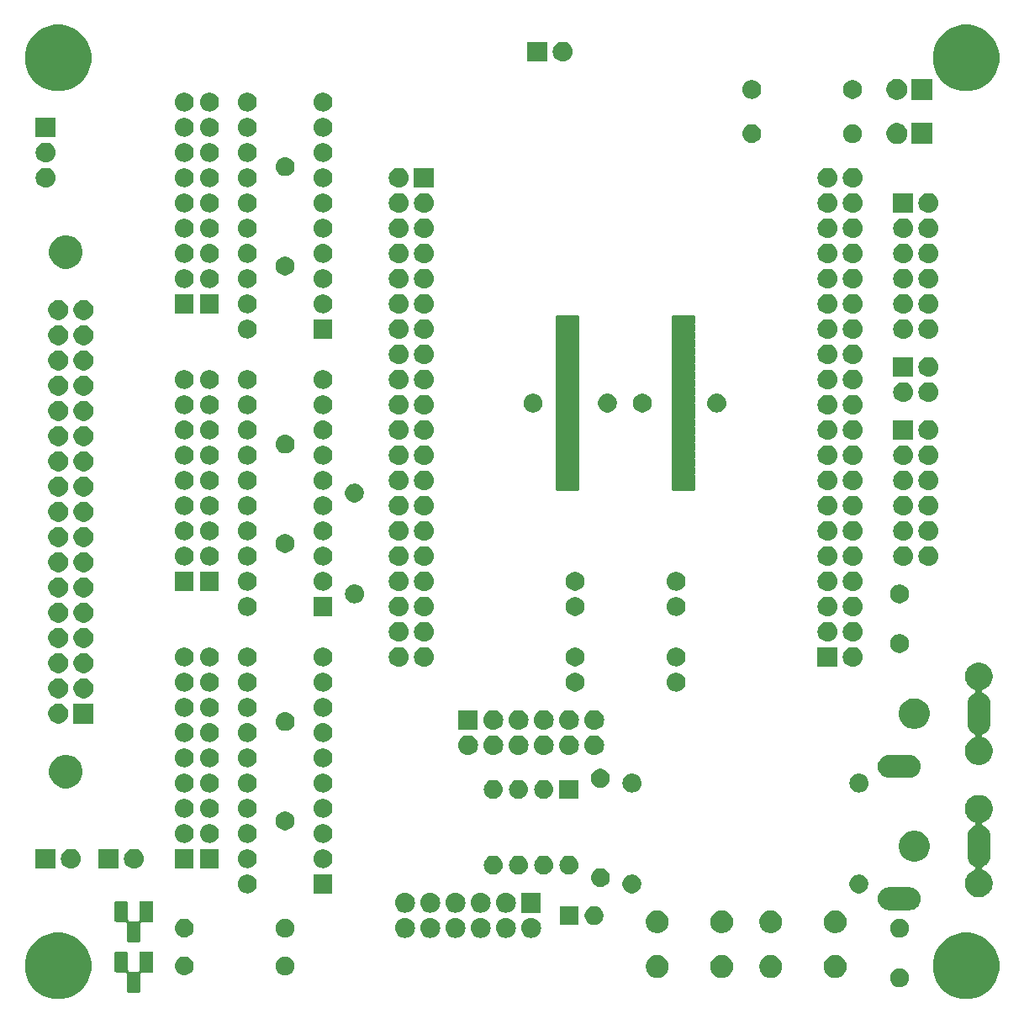
<source format=gbs>
G04 #@! TF.GenerationSoftware,KiCad,Pcbnew,5.0.2-bee76a0~70~ubuntu16.04.1*
G04 #@! TF.CreationDate,2019-04-13T11:09:42+01:00*
G04 #@! TF.ProjectId,BusAdapter,42757341-6461-4707-9465-722e6b696361,rev?*
G04 #@! TF.SameCoordinates,PX3021c70PY8dff518*
G04 #@! TF.FileFunction,Soldermask,Bot*
G04 #@! TF.FilePolarity,Negative*
%FSLAX46Y46*%
G04 Gerber Fmt 4.6, Leading zero omitted, Abs format (unit mm)*
G04 Created by KiCad (PCBNEW 5.0.2-bee76a0~70~ubuntu16.04.1) date Sat 13 Apr 2019 11:09:42 BST*
%MOMM*%
%LPD*%
G01*
G04 APERTURE LIST*
%ADD10C,0.100000*%
G04 APERTURE END LIST*
D10*
G36*
X96227158Y7031262D02*
X96836821Y6778731D01*
X97385503Y6412113D01*
X97852113Y5945503D01*
X98218731Y5396821D01*
X98471262Y4787158D01*
X98600000Y4139946D01*
X98600000Y3480054D01*
X98471262Y2832842D01*
X98218731Y2223179D01*
X97852113Y1674497D01*
X97385503Y1207887D01*
X96836821Y841269D01*
X96227158Y588738D01*
X95579946Y460000D01*
X94920054Y460000D01*
X94272842Y588738D01*
X93663179Y841269D01*
X93114497Y1207887D01*
X92647887Y1674497D01*
X92281269Y2223179D01*
X92028738Y2832842D01*
X91900000Y3480054D01*
X91900000Y4139946D01*
X92028738Y4787158D01*
X92281269Y5396821D01*
X92647887Y5945503D01*
X93114497Y6412113D01*
X93663179Y6778731D01*
X94272842Y7031262D01*
X94920054Y7160000D01*
X95579946Y7160000D01*
X96227158Y7031262D01*
X96227158Y7031262D01*
G37*
G36*
X4787158Y7031262D02*
X5396821Y6778731D01*
X5945503Y6412113D01*
X6412113Y5945503D01*
X6778731Y5396821D01*
X7031262Y4787158D01*
X7160000Y4139946D01*
X7160000Y3480054D01*
X7031262Y2832842D01*
X6778731Y2223179D01*
X6412113Y1674497D01*
X5945503Y1207887D01*
X5396821Y841269D01*
X4787158Y588738D01*
X4139946Y460000D01*
X3480054Y460000D01*
X2832842Y588738D01*
X2223179Y841269D01*
X1674497Y1207887D01*
X1207887Y1674497D01*
X841269Y2223179D01*
X588738Y2832842D01*
X460000Y3480054D01*
X460000Y4139946D01*
X588738Y4787158D01*
X841269Y5396821D01*
X1207887Y5945503D01*
X1674497Y6412113D01*
X2223179Y6778731D01*
X2832842Y7031262D01*
X3480054Y7160000D01*
X4139946Y7160000D01*
X4787158Y7031262D01*
X4787158Y7031262D01*
G37*
G36*
X10658587Y5254247D02*
X10705299Y5240077D01*
X10748354Y5217063D01*
X10786092Y5186092D01*
X10817063Y5148354D01*
X10840077Y5105299D01*
X10854247Y5058587D01*
X10860000Y5000173D01*
X10860000Y3419828D01*
X10858993Y3409605D01*
X10858993Y3370398D01*
X10866641Y3331945D01*
X10881645Y3295722D01*
X10903427Y3263123D01*
X10931150Y3235399D01*
X10963749Y3213617D01*
X10999971Y3198612D01*
X11038425Y3190963D01*
X11058030Y3190000D01*
X11800000Y3190000D01*
X11839018Y3193843D01*
X11876537Y3205224D01*
X11911114Y3223706D01*
X11941421Y3248579D01*
X11966294Y3278886D01*
X11984776Y3313463D01*
X11996157Y3350982D01*
X12000000Y3390000D01*
X12000000Y5260000D01*
X13400000Y5260000D01*
X13400000Y3160000D01*
X12328030Y3160000D01*
X12289012Y3156157D01*
X12251493Y3144776D01*
X12216916Y3126294D01*
X12186609Y3101421D01*
X12161736Y3071114D01*
X12143254Y3036537D01*
X12131873Y2999018D01*
X12128030Y2960000D01*
X12128993Y2940395D01*
X12130000Y2930172D01*
X12130000Y1349827D01*
X12124247Y1291413D01*
X12110077Y1244701D01*
X12087063Y1201646D01*
X12056092Y1163908D01*
X12018354Y1132937D01*
X11975299Y1109923D01*
X11928587Y1095753D01*
X11870173Y1090000D01*
X10989827Y1090000D01*
X10931413Y1095753D01*
X10884701Y1109923D01*
X10841646Y1132937D01*
X10803908Y1163908D01*
X10772937Y1201646D01*
X10749923Y1244701D01*
X10735753Y1291413D01*
X10730000Y1349827D01*
X10730000Y2930172D01*
X10731007Y2940395D01*
X10731007Y2979602D01*
X10723359Y3018055D01*
X10708355Y3054278D01*
X10686573Y3086877D01*
X10658850Y3114601D01*
X10626251Y3136383D01*
X10590029Y3151388D01*
X10551575Y3159037D01*
X10531970Y3160000D01*
X9719827Y3160000D01*
X9661413Y3165753D01*
X9614701Y3179923D01*
X9571646Y3202937D01*
X9533908Y3233908D01*
X9502937Y3271646D01*
X9479923Y3314701D01*
X9465753Y3361413D01*
X9460000Y3419827D01*
X9460000Y5000173D01*
X9465753Y5058587D01*
X9479923Y5105299D01*
X9502937Y5148354D01*
X9533908Y5186092D01*
X9571646Y5217063D01*
X9614701Y5240077D01*
X9661413Y5254247D01*
X9719827Y5260000D01*
X10600173Y5260000D01*
X10658587Y5254247D01*
X10658587Y5254247D01*
G37*
G36*
X88807105Y3533492D02*
X88979994Y3461879D01*
X89135590Y3357913D01*
X89267913Y3225590D01*
X89371879Y3069994D01*
X89443492Y2897105D01*
X89480000Y2713567D01*
X89480000Y2526433D01*
X89443492Y2342895D01*
X89371879Y2170006D01*
X89267913Y2014410D01*
X89135590Y1882087D01*
X88979994Y1778121D01*
X88807105Y1706508D01*
X88623567Y1670000D01*
X88436433Y1670000D01*
X88252895Y1706508D01*
X88080006Y1778121D01*
X87924410Y1882087D01*
X87792087Y2014410D01*
X87688121Y2170006D01*
X87616508Y2342895D01*
X87580000Y2526433D01*
X87580000Y2713567D01*
X87616508Y2897105D01*
X87688121Y3069994D01*
X87792087Y3225590D01*
X87924410Y3357913D01*
X88080006Y3461879D01*
X88252895Y3533492D01*
X88436433Y3570000D01*
X88623567Y3570000D01*
X88807105Y3533492D01*
X88807105Y3533492D01*
G37*
G36*
X75900443Y4860806D02*
X76039967Y4803013D01*
X76109730Y4774116D01*
X76298085Y4648261D01*
X76458261Y4488085D01*
X76584116Y4299730D01*
X76584116Y4299729D01*
X76670806Y4090443D01*
X76715000Y3868265D01*
X76715000Y3641735D01*
X76670806Y3419557D01*
X76627724Y3315550D01*
X76584116Y3210270D01*
X76458261Y3021915D01*
X76298085Y2861739D01*
X76109730Y2735884D01*
X76055852Y2713567D01*
X75900443Y2649194D01*
X75678265Y2605000D01*
X75451735Y2605000D01*
X75229557Y2649194D01*
X75074148Y2713567D01*
X75020270Y2735884D01*
X74831915Y2861739D01*
X74671739Y3021915D01*
X74545884Y3210270D01*
X74502276Y3315550D01*
X74459194Y3419557D01*
X74415000Y3641735D01*
X74415000Y3868265D01*
X74459194Y4090443D01*
X74545884Y4299729D01*
X74545884Y4299730D01*
X74671739Y4488085D01*
X74831915Y4648261D01*
X75020270Y4774116D01*
X75090033Y4803013D01*
X75229557Y4860806D01*
X75451735Y4905000D01*
X75678265Y4905000D01*
X75900443Y4860806D01*
X75900443Y4860806D01*
G37*
G36*
X82400443Y4860806D02*
X82539967Y4803013D01*
X82609730Y4774116D01*
X82798085Y4648261D01*
X82958261Y4488085D01*
X83084116Y4299730D01*
X83084116Y4299729D01*
X83170806Y4090443D01*
X83215000Y3868265D01*
X83215000Y3641735D01*
X83170806Y3419557D01*
X83127724Y3315550D01*
X83084116Y3210270D01*
X82958261Y3021915D01*
X82798085Y2861739D01*
X82609730Y2735884D01*
X82555852Y2713567D01*
X82400443Y2649194D01*
X82178265Y2605000D01*
X81951735Y2605000D01*
X81729557Y2649194D01*
X81574148Y2713567D01*
X81520270Y2735884D01*
X81331915Y2861739D01*
X81171739Y3021915D01*
X81045884Y3210270D01*
X81002276Y3315550D01*
X80959194Y3419557D01*
X80915000Y3641735D01*
X80915000Y3868265D01*
X80959194Y4090443D01*
X81045884Y4299729D01*
X81045884Y4299730D01*
X81171739Y4488085D01*
X81331915Y4648261D01*
X81520270Y4774116D01*
X81590033Y4803013D01*
X81729557Y4860806D01*
X81951735Y4905000D01*
X82178265Y4905000D01*
X82400443Y4860806D01*
X82400443Y4860806D01*
G37*
G36*
X70970443Y4860806D02*
X71109967Y4803013D01*
X71179730Y4774116D01*
X71368085Y4648261D01*
X71528261Y4488085D01*
X71654116Y4299730D01*
X71654116Y4299729D01*
X71740806Y4090443D01*
X71785000Y3868265D01*
X71785000Y3641735D01*
X71740806Y3419557D01*
X71697724Y3315550D01*
X71654116Y3210270D01*
X71528261Y3021915D01*
X71368085Y2861739D01*
X71179730Y2735884D01*
X71125852Y2713567D01*
X70970443Y2649194D01*
X70748265Y2605000D01*
X70521735Y2605000D01*
X70299557Y2649194D01*
X70144148Y2713567D01*
X70090270Y2735884D01*
X69901915Y2861739D01*
X69741739Y3021915D01*
X69615884Y3210270D01*
X69572276Y3315550D01*
X69529194Y3419557D01*
X69485000Y3641735D01*
X69485000Y3868265D01*
X69529194Y4090443D01*
X69615884Y4299729D01*
X69615884Y4299730D01*
X69741739Y4488085D01*
X69901915Y4648261D01*
X70090270Y4774116D01*
X70160033Y4803013D01*
X70299557Y4860806D01*
X70521735Y4905000D01*
X70748265Y4905000D01*
X70970443Y4860806D01*
X70970443Y4860806D01*
G37*
G36*
X64470443Y4860806D02*
X64609967Y4803013D01*
X64679730Y4774116D01*
X64868085Y4648261D01*
X65028261Y4488085D01*
X65154116Y4299730D01*
X65154116Y4299729D01*
X65240806Y4090443D01*
X65285000Y3868265D01*
X65285000Y3641735D01*
X65240806Y3419557D01*
X65197724Y3315550D01*
X65154116Y3210270D01*
X65028261Y3021915D01*
X64868085Y2861739D01*
X64679730Y2735884D01*
X64625852Y2713567D01*
X64470443Y2649194D01*
X64248265Y2605000D01*
X64021735Y2605000D01*
X63799557Y2649194D01*
X63644148Y2713567D01*
X63590270Y2735884D01*
X63401915Y2861739D01*
X63241739Y3021915D01*
X63115884Y3210270D01*
X63072276Y3315550D01*
X63029194Y3419557D01*
X62985000Y3641735D01*
X62985000Y3868265D01*
X63029194Y4090443D01*
X63115884Y4299729D01*
X63115884Y4299730D01*
X63241739Y4488085D01*
X63401915Y4648261D01*
X63590270Y4774116D01*
X63660033Y4803013D01*
X63799557Y4860806D01*
X64021735Y4905000D01*
X64248265Y4905000D01*
X64470443Y4860806D01*
X64470443Y4860806D01*
G37*
G36*
X26947105Y4723492D02*
X27119994Y4651879D01*
X27275590Y4547913D01*
X27407913Y4415590D01*
X27511879Y4259994D01*
X27583492Y4087105D01*
X27620000Y3903567D01*
X27620000Y3716433D01*
X27583492Y3532895D01*
X27511879Y3360006D01*
X27407913Y3204410D01*
X27275590Y3072087D01*
X27119994Y2968121D01*
X26947105Y2896508D01*
X26763567Y2860000D01*
X26576433Y2860000D01*
X26392895Y2896508D01*
X26220006Y2968121D01*
X26064410Y3072087D01*
X25932087Y3204410D01*
X25828121Y3360006D01*
X25756508Y3532895D01*
X25720000Y3716433D01*
X25720000Y3903567D01*
X25756508Y4087105D01*
X25828121Y4259994D01*
X25932087Y4415590D01*
X26064410Y4547913D01*
X26220006Y4651879D01*
X26392895Y4723492D01*
X26576433Y4760000D01*
X26763567Y4760000D01*
X26947105Y4723492D01*
X26947105Y4723492D01*
G37*
G36*
X16696233Y4746254D02*
X16785770Y4719093D01*
X16875308Y4691932D01*
X17040345Y4603718D01*
X17185001Y4485001D01*
X17303718Y4340345D01*
X17391932Y4175308D01*
X17391932Y4175307D01*
X17446254Y3996233D01*
X17464596Y3810000D01*
X17446254Y3623768D01*
X17391932Y3444692D01*
X17303718Y3279655D01*
X17185001Y3134999D01*
X17040345Y3016282D01*
X16875308Y2928068D01*
X16810082Y2908282D01*
X16696233Y2873746D01*
X16556665Y2860000D01*
X16463335Y2860000D01*
X16323767Y2873746D01*
X16209918Y2908282D01*
X16144692Y2928068D01*
X15979655Y3016282D01*
X15834999Y3134999D01*
X15716282Y3279655D01*
X15628068Y3444692D01*
X15573746Y3623768D01*
X15555404Y3810000D01*
X15573746Y3996233D01*
X15628068Y4175307D01*
X15628068Y4175308D01*
X15716282Y4340345D01*
X15834999Y4485001D01*
X15979655Y4603718D01*
X16144692Y4691932D01*
X16234230Y4719093D01*
X16323767Y4746254D01*
X16463335Y4760000D01*
X16556665Y4760000D01*
X16696233Y4746254D01*
X16696233Y4746254D01*
G37*
G36*
X10658587Y10334247D02*
X10705299Y10320077D01*
X10748354Y10297063D01*
X10786092Y10266092D01*
X10817063Y10228354D01*
X10840077Y10185299D01*
X10854247Y10138587D01*
X10860000Y10080173D01*
X10860000Y8499828D01*
X10858993Y8489605D01*
X10858993Y8450398D01*
X10866641Y8411945D01*
X10881645Y8375722D01*
X10903427Y8343123D01*
X10931150Y8315399D01*
X10963749Y8293617D01*
X10999971Y8278612D01*
X11038425Y8270963D01*
X11058030Y8270000D01*
X11800000Y8270000D01*
X11839018Y8273843D01*
X11876537Y8285224D01*
X11911114Y8303706D01*
X11941421Y8328579D01*
X11966294Y8358886D01*
X11984776Y8393463D01*
X11996157Y8430982D01*
X12000000Y8470000D01*
X12000000Y10340000D01*
X13400000Y10340000D01*
X13400000Y8240000D01*
X12328030Y8240000D01*
X12289012Y8236157D01*
X12251493Y8224776D01*
X12216916Y8206294D01*
X12186609Y8181421D01*
X12161736Y8151114D01*
X12143254Y8116537D01*
X12131873Y8079018D01*
X12128030Y8040000D01*
X12128993Y8020395D01*
X12130000Y8010172D01*
X12130000Y6429827D01*
X12124247Y6371413D01*
X12110077Y6324701D01*
X12087063Y6281646D01*
X12056092Y6243908D01*
X12018354Y6212937D01*
X11975299Y6189923D01*
X11928587Y6175753D01*
X11870173Y6170000D01*
X10989827Y6170000D01*
X10931413Y6175753D01*
X10884701Y6189923D01*
X10841646Y6212937D01*
X10803908Y6243908D01*
X10772937Y6281646D01*
X10749923Y6324701D01*
X10735753Y6371413D01*
X10730000Y6429827D01*
X10730000Y8010172D01*
X10731007Y8020395D01*
X10731007Y8059602D01*
X10723359Y8098055D01*
X10708355Y8134278D01*
X10686573Y8166877D01*
X10658850Y8194601D01*
X10626251Y8216383D01*
X10590029Y8231388D01*
X10551575Y8239037D01*
X10531970Y8240000D01*
X9719827Y8240000D01*
X9661413Y8245753D01*
X9614701Y8259923D01*
X9571646Y8282937D01*
X9533908Y8313908D01*
X9502937Y8351646D01*
X9479923Y8394701D01*
X9465753Y8441413D01*
X9460000Y8499827D01*
X9460000Y10080173D01*
X9465753Y10138587D01*
X9479923Y10185299D01*
X9502937Y10228354D01*
X9533908Y10266092D01*
X9571646Y10297063D01*
X9614701Y10320077D01*
X9661413Y10334247D01*
X9719827Y10340000D01*
X10600173Y10340000D01*
X10658587Y10334247D01*
X10658587Y10334247D01*
G37*
G36*
X46551034Y8605531D02*
X46739537Y8548349D01*
X46913259Y8455492D01*
X47065529Y8330529D01*
X47190492Y8178259D01*
X47283349Y8004537D01*
X47340531Y7816034D01*
X47359838Y7620000D01*
X47340531Y7423966D01*
X47283349Y7235463D01*
X47190492Y7061741D01*
X47065529Y6909471D01*
X46913259Y6784508D01*
X46739537Y6691651D01*
X46551034Y6634469D01*
X46404125Y6620000D01*
X46305875Y6620000D01*
X46158966Y6634469D01*
X45970463Y6691651D01*
X45796741Y6784508D01*
X45644471Y6909471D01*
X45519508Y7061741D01*
X45426651Y7235463D01*
X45369469Y7423966D01*
X45350162Y7620000D01*
X45369469Y7816034D01*
X45426651Y8004537D01*
X45519508Y8178259D01*
X45644471Y8330529D01*
X45796741Y8455492D01*
X45970463Y8548349D01*
X46158966Y8605531D01*
X46305875Y8620000D01*
X46404125Y8620000D01*
X46551034Y8605531D01*
X46551034Y8605531D01*
G37*
G36*
X51631034Y8605531D02*
X51819537Y8548349D01*
X51993259Y8455492D01*
X52145529Y8330529D01*
X52270492Y8178259D01*
X52363349Y8004537D01*
X52420531Y7816034D01*
X52439838Y7620000D01*
X52420531Y7423966D01*
X52363349Y7235463D01*
X52270492Y7061741D01*
X52145529Y6909471D01*
X51993259Y6784508D01*
X51819537Y6691651D01*
X51631034Y6634469D01*
X51484125Y6620000D01*
X51385875Y6620000D01*
X51238966Y6634469D01*
X51050463Y6691651D01*
X50876741Y6784508D01*
X50724471Y6909471D01*
X50599508Y7061741D01*
X50506651Y7235463D01*
X50449469Y7423966D01*
X50430162Y7620000D01*
X50449469Y7816034D01*
X50506651Y8004537D01*
X50599508Y8178259D01*
X50724471Y8330529D01*
X50876741Y8455492D01*
X51050463Y8548349D01*
X51238966Y8605531D01*
X51385875Y8620000D01*
X51484125Y8620000D01*
X51631034Y8605531D01*
X51631034Y8605531D01*
G37*
G36*
X49091034Y8605531D02*
X49279537Y8548349D01*
X49453259Y8455492D01*
X49605529Y8330529D01*
X49730492Y8178259D01*
X49823349Y8004537D01*
X49880531Y7816034D01*
X49899838Y7620000D01*
X49880531Y7423966D01*
X49823349Y7235463D01*
X49730492Y7061741D01*
X49605529Y6909471D01*
X49453259Y6784508D01*
X49279537Y6691651D01*
X49091034Y6634469D01*
X48944125Y6620000D01*
X48845875Y6620000D01*
X48698966Y6634469D01*
X48510463Y6691651D01*
X48336741Y6784508D01*
X48184471Y6909471D01*
X48059508Y7061741D01*
X47966651Y7235463D01*
X47909469Y7423966D01*
X47890162Y7620000D01*
X47909469Y7816034D01*
X47966651Y8004537D01*
X48059508Y8178259D01*
X48184471Y8330529D01*
X48336741Y8455492D01*
X48510463Y8548349D01*
X48698966Y8605531D01*
X48845875Y8620000D01*
X48944125Y8620000D01*
X49091034Y8605531D01*
X49091034Y8605531D01*
G37*
G36*
X44011034Y8605531D02*
X44199537Y8548349D01*
X44373259Y8455492D01*
X44525529Y8330529D01*
X44650492Y8178259D01*
X44743349Y8004537D01*
X44800531Y7816034D01*
X44819838Y7620000D01*
X44800531Y7423966D01*
X44743349Y7235463D01*
X44650492Y7061741D01*
X44525529Y6909471D01*
X44373259Y6784508D01*
X44199537Y6691651D01*
X44011034Y6634469D01*
X43864125Y6620000D01*
X43765875Y6620000D01*
X43618966Y6634469D01*
X43430463Y6691651D01*
X43256741Y6784508D01*
X43104471Y6909471D01*
X42979508Y7061741D01*
X42886651Y7235463D01*
X42829469Y7423966D01*
X42810162Y7620000D01*
X42829469Y7816034D01*
X42886651Y8004537D01*
X42979508Y8178259D01*
X43104471Y8330529D01*
X43256741Y8455492D01*
X43430463Y8548349D01*
X43618966Y8605531D01*
X43765875Y8620000D01*
X43864125Y8620000D01*
X44011034Y8605531D01*
X44011034Y8605531D01*
G37*
G36*
X41471034Y8605531D02*
X41659537Y8548349D01*
X41833259Y8455492D01*
X41985529Y8330529D01*
X42110492Y8178259D01*
X42203349Y8004537D01*
X42260531Y7816034D01*
X42279838Y7620000D01*
X42260531Y7423966D01*
X42203349Y7235463D01*
X42110492Y7061741D01*
X41985529Y6909471D01*
X41833259Y6784508D01*
X41659537Y6691651D01*
X41471034Y6634469D01*
X41324125Y6620000D01*
X41225875Y6620000D01*
X41078966Y6634469D01*
X40890463Y6691651D01*
X40716741Y6784508D01*
X40564471Y6909471D01*
X40439508Y7061741D01*
X40346651Y7235463D01*
X40289469Y7423966D01*
X40270162Y7620000D01*
X40289469Y7816034D01*
X40346651Y8004537D01*
X40439508Y8178259D01*
X40564471Y8330529D01*
X40716741Y8455492D01*
X40890463Y8548349D01*
X41078966Y8605531D01*
X41225875Y8620000D01*
X41324125Y8620000D01*
X41471034Y8605531D01*
X41471034Y8605531D01*
G37*
G36*
X38931034Y8605531D02*
X39119537Y8548349D01*
X39293259Y8455492D01*
X39445529Y8330529D01*
X39570492Y8178259D01*
X39663349Y8004537D01*
X39720531Y7816034D01*
X39739838Y7620000D01*
X39720531Y7423966D01*
X39663349Y7235463D01*
X39570492Y7061741D01*
X39445529Y6909471D01*
X39293259Y6784508D01*
X39119537Y6691651D01*
X38931034Y6634469D01*
X38784125Y6620000D01*
X38685875Y6620000D01*
X38538966Y6634469D01*
X38350463Y6691651D01*
X38176741Y6784508D01*
X38024471Y6909471D01*
X37899508Y7061741D01*
X37806651Y7235463D01*
X37749469Y7423966D01*
X37730162Y7620000D01*
X37749469Y7816034D01*
X37806651Y8004537D01*
X37899508Y8178259D01*
X38024471Y8330529D01*
X38176741Y8455492D01*
X38350463Y8548349D01*
X38538966Y8605531D01*
X38685875Y8620000D01*
X38784125Y8620000D01*
X38931034Y8605531D01*
X38931034Y8605531D01*
G37*
G36*
X88807105Y8533492D02*
X88979994Y8461879D01*
X89135590Y8357913D01*
X89267913Y8225590D01*
X89371879Y8069994D01*
X89443492Y7897105D01*
X89480000Y7713567D01*
X89480000Y7526433D01*
X89443492Y7342895D01*
X89371879Y7170006D01*
X89267913Y7014410D01*
X89135590Y6882087D01*
X88979994Y6778121D01*
X88807105Y6706508D01*
X88623567Y6670000D01*
X88436433Y6670000D01*
X88252895Y6706508D01*
X88080006Y6778121D01*
X87924410Y6882087D01*
X87792087Y7014410D01*
X87688121Y7170006D01*
X87616508Y7342895D01*
X87580000Y7526433D01*
X87580000Y7713567D01*
X87616508Y7897105D01*
X87688121Y8069994D01*
X87792087Y8225590D01*
X87924410Y8357913D01*
X88080006Y8461879D01*
X88252895Y8533492D01*
X88436433Y8570000D01*
X88623567Y8570000D01*
X88807105Y8533492D01*
X88807105Y8533492D01*
G37*
G36*
X26947105Y8533492D02*
X27119994Y8461879D01*
X27275590Y8357913D01*
X27407913Y8225590D01*
X27511879Y8069994D01*
X27583492Y7897105D01*
X27620000Y7713567D01*
X27620000Y7526433D01*
X27583492Y7342895D01*
X27511879Y7170006D01*
X27407913Y7014410D01*
X27275590Y6882087D01*
X27119994Y6778121D01*
X26947105Y6706508D01*
X26763567Y6670000D01*
X26576433Y6670000D01*
X26392895Y6706508D01*
X26220006Y6778121D01*
X26064410Y6882087D01*
X25932087Y7014410D01*
X25828121Y7170006D01*
X25756508Y7342895D01*
X25720000Y7526433D01*
X25720000Y7713567D01*
X25756508Y7897105D01*
X25828121Y8069994D01*
X25932087Y8225590D01*
X26064410Y8357913D01*
X26220006Y8461879D01*
X26392895Y8533492D01*
X26576433Y8570000D01*
X26763567Y8570000D01*
X26947105Y8533492D01*
X26947105Y8533492D01*
G37*
G36*
X16696233Y8556254D02*
X16785770Y8529093D01*
X16875308Y8501932D01*
X17040345Y8413718D01*
X17185001Y8295001D01*
X17303718Y8150345D01*
X17391932Y7985308D01*
X17446254Y7806232D01*
X17464596Y7620000D01*
X17446254Y7433768D01*
X17391932Y7254692D01*
X17303718Y7089655D01*
X17185001Y6944999D01*
X17040345Y6826282D01*
X16875308Y6738068D01*
X16785770Y6710907D01*
X16696233Y6683746D01*
X16556665Y6670000D01*
X16463335Y6670000D01*
X16323767Y6683746D01*
X16234230Y6710907D01*
X16144692Y6738068D01*
X15979655Y6826282D01*
X15834999Y6944999D01*
X15716282Y7089655D01*
X15628068Y7254692D01*
X15573746Y7433768D01*
X15555404Y7620000D01*
X15573746Y7806232D01*
X15628068Y7985308D01*
X15716282Y8150345D01*
X15834999Y8295001D01*
X15979655Y8413718D01*
X16144692Y8501932D01*
X16234230Y8529093D01*
X16323767Y8556254D01*
X16463335Y8570000D01*
X16556665Y8570000D01*
X16696233Y8556254D01*
X16696233Y8556254D01*
G37*
G36*
X75900443Y9360806D02*
X76039967Y9303013D01*
X76109730Y9274116D01*
X76298085Y9148261D01*
X76458261Y8988085D01*
X76584116Y8799730D01*
X76613013Y8729967D01*
X76670806Y8590443D01*
X76715000Y8368265D01*
X76715000Y8141735D01*
X76670806Y7919557D01*
X76627925Y7816034D01*
X76584116Y7710270D01*
X76458261Y7521915D01*
X76298085Y7361739D01*
X76109730Y7235884D01*
X76039967Y7206987D01*
X75900443Y7149194D01*
X75678265Y7105000D01*
X75451735Y7105000D01*
X75229557Y7149194D01*
X75090033Y7206987D01*
X75020270Y7235884D01*
X74831915Y7361739D01*
X74671739Y7521915D01*
X74545884Y7710270D01*
X74502075Y7816034D01*
X74459194Y7919557D01*
X74415000Y8141735D01*
X74415000Y8368265D01*
X74459194Y8590443D01*
X74516987Y8729967D01*
X74545884Y8799730D01*
X74671739Y8988085D01*
X74831915Y9148261D01*
X75020270Y9274116D01*
X75090033Y9303013D01*
X75229557Y9360806D01*
X75451735Y9405000D01*
X75678265Y9405000D01*
X75900443Y9360806D01*
X75900443Y9360806D01*
G37*
G36*
X64470443Y9360806D02*
X64609967Y9303013D01*
X64679730Y9274116D01*
X64868085Y9148261D01*
X65028261Y8988085D01*
X65154116Y8799730D01*
X65183013Y8729967D01*
X65240806Y8590443D01*
X65285000Y8368265D01*
X65285000Y8141735D01*
X65240806Y7919557D01*
X65197925Y7816034D01*
X65154116Y7710270D01*
X65028261Y7521915D01*
X64868085Y7361739D01*
X64679730Y7235884D01*
X64609967Y7206987D01*
X64470443Y7149194D01*
X64248265Y7105000D01*
X64021735Y7105000D01*
X63799557Y7149194D01*
X63660033Y7206987D01*
X63590270Y7235884D01*
X63401915Y7361739D01*
X63241739Y7521915D01*
X63115884Y7710270D01*
X63072075Y7816034D01*
X63029194Y7919557D01*
X62985000Y8141735D01*
X62985000Y8368265D01*
X63029194Y8590443D01*
X63086987Y8729967D01*
X63115884Y8799730D01*
X63241739Y8988085D01*
X63401915Y9148261D01*
X63590270Y9274116D01*
X63660033Y9303013D01*
X63799557Y9360806D01*
X64021735Y9405000D01*
X64248265Y9405000D01*
X64470443Y9360806D01*
X64470443Y9360806D01*
G37*
G36*
X70970443Y9360806D02*
X71109967Y9303013D01*
X71179730Y9274116D01*
X71368085Y9148261D01*
X71528261Y8988085D01*
X71654116Y8799730D01*
X71683013Y8729967D01*
X71740806Y8590443D01*
X71785000Y8368265D01*
X71785000Y8141735D01*
X71740806Y7919557D01*
X71697925Y7816034D01*
X71654116Y7710270D01*
X71528261Y7521915D01*
X71368085Y7361739D01*
X71179730Y7235884D01*
X71109967Y7206987D01*
X70970443Y7149194D01*
X70748265Y7105000D01*
X70521735Y7105000D01*
X70299557Y7149194D01*
X70160033Y7206987D01*
X70090270Y7235884D01*
X69901915Y7361739D01*
X69741739Y7521915D01*
X69615884Y7710270D01*
X69572075Y7816034D01*
X69529194Y7919557D01*
X69485000Y8141735D01*
X69485000Y8368265D01*
X69529194Y8590443D01*
X69586987Y8729967D01*
X69615884Y8799730D01*
X69741739Y8988085D01*
X69901915Y9148261D01*
X70090270Y9274116D01*
X70160033Y9303013D01*
X70299557Y9360806D01*
X70521735Y9405000D01*
X70748265Y9405000D01*
X70970443Y9360806D01*
X70970443Y9360806D01*
G37*
G36*
X82400443Y9360806D02*
X82539967Y9303013D01*
X82609730Y9274116D01*
X82798085Y9148261D01*
X82958261Y8988085D01*
X83084116Y8799730D01*
X83113013Y8729967D01*
X83170806Y8590443D01*
X83215000Y8368265D01*
X83215000Y8141735D01*
X83170806Y7919557D01*
X83127925Y7816034D01*
X83084116Y7710270D01*
X82958261Y7521915D01*
X82798085Y7361739D01*
X82609730Y7235884D01*
X82539967Y7206987D01*
X82400443Y7149194D01*
X82178265Y7105000D01*
X81951735Y7105000D01*
X81729557Y7149194D01*
X81590033Y7206987D01*
X81520270Y7235884D01*
X81331915Y7361739D01*
X81171739Y7521915D01*
X81045884Y7710270D01*
X81002075Y7816034D01*
X80959194Y7919557D01*
X80915000Y8141735D01*
X80915000Y8368265D01*
X80959194Y8590443D01*
X81016987Y8729967D01*
X81045884Y8799730D01*
X81171739Y8988085D01*
X81331915Y9148261D01*
X81520270Y9274116D01*
X81590033Y9303013D01*
X81729557Y9360806D01*
X81951735Y9405000D01*
X82178265Y9405000D01*
X82400443Y9360806D01*
X82400443Y9360806D01*
G37*
G36*
X56235000Y7940000D02*
X54335000Y7940000D01*
X54335000Y9840000D01*
X56235000Y9840000D01*
X56235000Y7940000D01*
X56235000Y7940000D01*
G37*
G36*
X58062105Y9803492D02*
X58234994Y9731879D01*
X58390590Y9627913D01*
X58522913Y9495590D01*
X58626879Y9339994D01*
X58698492Y9167105D01*
X58735000Y8983567D01*
X58735000Y8796433D01*
X58698492Y8612895D01*
X58626879Y8440006D01*
X58522913Y8284410D01*
X58390590Y8152087D01*
X58234994Y8048121D01*
X58062105Y7976508D01*
X57878567Y7940000D01*
X57691433Y7940000D01*
X57507895Y7976508D01*
X57335006Y8048121D01*
X57179410Y8152087D01*
X57047087Y8284410D01*
X56943121Y8440006D01*
X56871508Y8612895D01*
X56835000Y8796433D01*
X56835000Y8983567D01*
X56871508Y9167105D01*
X56943121Y9339994D01*
X57047087Y9495590D01*
X57179410Y9627913D01*
X57335006Y9731879D01*
X57507895Y9803492D01*
X57691433Y9840000D01*
X57878567Y9840000D01*
X58062105Y9803492D01*
X58062105Y9803492D01*
G37*
G36*
X46551034Y11145531D02*
X46739537Y11088349D01*
X46913259Y10995492D01*
X47065529Y10870529D01*
X47190492Y10718259D01*
X47283349Y10544537D01*
X47340531Y10356034D01*
X47359838Y10160000D01*
X47340531Y9963966D01*
X47283349Y9775463D01*
X47190492Y9601741D01*
X47065529Y9449471D01*
X46913259Y9324508D01*
X46739537Y9231651D01*
X46551034Y9174469D01*
X46404125Y9160000D01*
X46305875Y9160000D01*
X46158966Y9174469D01*
X45970463Y9231651D01*
X45796741Y9324508D01*
X45644471Y9449471D01*
X45519508Y9601741D01*
X45426651Y9775463D01*
X45369469Y9963966D01*
X45350162Y10160000D01*
X45369469Y10356034D01*
X45426651Y10544537D01*
X45519508Y10718259D01*
X45644471Y10870529D01*
X45796741Y10995492D01*
X45970463Y11088349D01*
X46158966Y11145531D01*
X46305875Y11160000D01*
X46404125Y11160000D01*
X46551034Y11145531D01*
X46551034Y11145531D01*
G37*
G36*
X44011034Y11145531D02*
X44199537Y11088349D01*
X44373259Y10995492D01*
X44525529Y10870529D01*
X44650492Y10718259D01*
X44743349Y10544537D01*
X44800531Y10356034D01*
X44819838Y10160000D01*
X44800531Y9963966D01*
X44743349Y9775463D01*
X44650492Y9601741D01*
X44525529Y9449471D01*
X44373259Y9324508D01*
X44199537Y9231651D01*
X44011034Y9174469D01*
X43864125Y9160000D01*
X43765875Y9160000D01*
X43618966Y9174469D01*
X43430463Y9231651D01*
X43256741Y9324508D01*
X43104471Y9449471D01*
X42979508Y9601741D01*
X42886651Y9775463D01*
X42829469Y9963966D01*
X42810162Y10160000D01*
X42829469Y10356034D01*
X42886651Y10544537D01*
X42979508Y10718259D01*
X43104471Y10870529D01*
X43256741Y10995492D01*
X43430463Y11088349D01*
X43618966Y11145531D01*
X43765875Y11160000D01*
X43864125Y11160000D01*
X44011034Y11145531D01*
X44011034Y11145531D01*
G37*
G36*
X41471034Y11145531D02*
X41659537Y11088349D01*
X41833259Y10995492D01*
X41985529Y10870529D01*
X42110492Y10718259D01*
X42203349Y10544537D01*
X42260531Y10356034D01*
X42279838Y10160000D01*
X42260531Y9963966D01*
X42203349Y9775463D01*
X42110492Y9601741D01*
X41985529Y9449471D01*
X41833259Y9324508D01*
X41659537Y9231651D01*
X41471034Y9174469D01*
X41324125Y9160000D01*
X41225875Y9160000D01*
X41078966Y9174469D01*
X40890463Y9231651D01*
X40716741Y9324508D01*
X40564471Y9449471D01*
X40439508Y9601741D01*
X40346651Y9775463D01*
X40289469Y9963966D01*
X40270162Y10160000D01*
X40289469Y10356034D01*
X40346651Y10544537D01*
X40439508Y10718259D01*
X40564471Y10870529D01*
X40716741Y10995492D01*
X40890463Y11088349D01*
X41078966Y11145531D01*
X41225875Y11160000D01*
X41324125Y11160000D01*
X41471034Y11145531D01*
X41471034Y11145531D01*
G37*
G36*
X38931034Y11145531D02*
X39119537Y11088349D01*
X39293259Y10995492D01*
X39445529Y10870529D01*
X39570492Y10718259D01*
X39663349Y10544537D01*
X39720531Y10356034D01*
X39739838Y10160000D01*
X39720531Y9963966D01*
X39663349Y9775463D01*
X39570492Y9601741D01*
X39445529Y9449471D01*
X39293259Y9324508D01*
X39119537Y9231651D01*
X38931034Y9174469D01*
X38784125Y9160000D01*
X38685875Y9160000D01*
X38538966Y9174469D01*
X38350463Y9231651D01*
X38176741Y9324508D01*
X38024471Y9449471D01*
X37899508Y9601741D01*
X37806651Y9775463D01*
X37749469Y9963966D01*
X37730162Y10160000D01*
X37749469Y10356034D01*
X37806651Y10544537D01*
X37899508Y10718259D01*
X38024471Y10870529D01*
X38176741Y10995492D01*
X38350463Y11088349D01*
X38538966Y11145531D01*
X38685875Y11160000D01*
X38784125Y11160000D01*
X38931034Y11145531D01*
X38931034Y11145531D01*
G37*
G36*
X49091034Y11145531D02*
X49279537Y11088349D01*
X49453259Y10995492D01*
X49605529Y10870529D01*
X49730492Y10718259D01*
X49823349Y10544537D01*
X49880531Y10356034D01*
X49899838Y10160000D01*
X49880531Y9963966D01*
X49823349Y9775463D01*
X49730492Y9601741D01*
X49605529Y9449471D01*
X49453259Y9324508D01*
X49279537Y9231651D01*
X49091034Y9174469D01*
X48944125Y9160000D01*
X48845875Y9160000D01*
X48698966Y9174469D01*
X48510463Y9231651D01*
X48336741Y9324508D01*
X48184471Y9449471D01*
X48059508Y9601741D01*
X47966651Y9775463D01*
X47909469Y9963966D01*
X47890162Y10160000D01*
X47909469Y10356034D01*
X47966651Y10544537D01*
X48059508Y10718259D01*
X48184471Y10870529D01*
X48336741Y10995492D01*
X48510463Y11088349D01*
X48698966Y11145531D01*
X48845875Y11160000D01*
X48944125Y11160000D01*
X49091034Y11145531D01*
X49091034Y11145531D01*
G37*
G36*
X52435000Y9160000D02*
X50435000Y9160000D01*
X50435000Y11160000D01*
X52435000Y11160000D01*
X52435000Y9160000D01*
X52435000Y9160000D01*
G37*
G36*
X89745439Y11708361D02*
X89962217Y11642602D01*
X90161995Y11535818D01*
X90337107Y11392107D01*
X90480818Y11216995D01*
X90587602Y11017217D01*
X90653361Y10800439D01*
X90675564Y10575000D01*
X90653361Y10349561D01*
X90587602Y10132783D01*
X90480818Y9933005D01*
X90337107Y9757893D01*
X90161995Y9614182D01*
X89962217Y9507398D01*
X89745439Y9441639D01*
X89576496Y9425000D01*
X87463504Y9425000D01*
X87294561Y9441639D01*
X87077783Y9507398D01*
X86878005Y9614182D01*
X86702893Y9757893D01*
X86559182Y9933005D01*
X86452398Y10132783D01*
X86386639Y10349561D01*
X86364436Y10575000D01*
X86386639Y10800439D01*
X86452398Y11017217D01*
X86559182Y11216995D01*
X86702893Y11392107D01*
X86878005Y11535818D01*
X87077783Y11642602D01*
X87294561Y11708361D01*
X87463504Y11725000D01*
X89576496Y11725000D01*
X89745439Y11708361D01*
X89745439Y11708361D01*
G37*
G36*
X96928365Y20971199D02*
X97183149Y20865664D01*
X97412451Y20712449D01*
X97607449Y20517451D01*
X97607451Y20517448D01*
X97760664Y20288149D01*
X97866199Y20033365D01*
X97920000Y19762888D01*
X97920000Y19487112D01*
X97866199Y19216635D01*
X97760664Y18961851D01*
X97607449Y18732549D01*
X97412451Y18537551D01*
X97183149Y18384336D01*
X96983742Y18301739D01*
X96949165Y18283257D01*
X96918858Y18258384D01*
X96893985Y18228077D01*
X96875503Y18193500D01*
X96864122Y18155981D01*
X96860279Y18116963D01*
X96864122Y18077945D01*
X96875503Y18040426D01*
X96893985Y18005849D01*
X96918858Y17975542D01*
X96949165Y17950669D01*
X96966000Y17940579D01*
X97161995Y17835818D01*
X97337107Y17692107D01*
X97480818Y17516995D01*
X97587602Y17317217D01*
X97653361Y17100439D01*
X97670000Y16931496D01*
X97670000Y14818504D01*
X97653361Y14649561D01*
X97587602Y14432783D01*
X97480818Y14233005D01*
X97470525Y14220463D01*
X97337107Y14057893D01*
X97230008Y13970000D01*
X97161994Y13914182D01*
X96966000Y13809421D01*
X96933400Y13787639D01*
X96905677Y13759916D01*
X96883895Y13727316D01*
X96868891Y13691094D01*
X96861242Y13652641D01*
X96861242Y13613434D01*
X96868891Y13574980D01*
X96883895Y13538758D01*
X96905677Y13506158D01*
X96933400Y13478435D01*
X96966000Y13456653D01*
X96983742Y13448261D01*
X97183149Y13365664D01*
X97412451Y13212449D01*
X97607449Y13017451D01*
X97607451Y13017448D01*
X97760664Y12788149D01*
X97866199Y12533365D01*
X97920000Y12262888D01*
X97920000Y11987112D01*
X97866199Y11716635D01*
X97824103Y11615006D01*
X97760664Y11461851D01*
X97607449Y11232549D01*
X97412451Y11037551D01*
X97412448Y11037549D01*
X97183149Y10884336D01*
X96928365Y10778801D01*
X96657888Y10725000D01*
X96382112Y10725000D01*
X96111635Y10778801D01*
X95856851Y10884336D01*
X95627552Y11037549D01*
X95627549Y11037551D01*
X95432551Y11232549D01*
X95279336Y11461851D01*
X95215897Y11615006D01*
X95173801Y11716635D01*
X95120000Y11987112D01*
X95120000Y12262888D01*
X95173801Y12533365D01*
X95279336Y12788149D01*
X95432549Y13017448D01*
X95432551Y13017451D01*
X95627549Y13212449D01*
X95856851Y13365664D01*
X96056258Y13448261D01*
X96090835Y13466743D01*
X96121142Y13491616D01*
X96146015Y13521923D01*
X96164497Y13556500D01*
X96175878Y13594019D01*
X96179721Y13633037D01*
X96175878Y13672055D01*
X96164497Y13709574D01*
X96146015Y13744151D01*
X96121142Y13774458D01*
X96090835Y13799331D01*
X96074000Y13809421D01*
X95878005Y13914182D01*
X95809991Y13970000D01*
X95702893Y14057893D01*
X95569474Y14220465D01*
X95559182Y14233006D01*
X95452398Y14432784D01*
X95386639Y14649562D01*
X95370000Y14818505D01*
X95370001Y16931496D01*
X95386640Y17100439D01*
X95452399Y17317217D01*
X95559183Y17516995D01*
X95702894Y17692107D01*
X95878006Y17835818D01*
X96074000Y17940579D01*
X96106600Y17962361D01*
X96134323Y17990084D01*
X96156105Y18022684D01*
X96171109Y18058906D01*
X96178758Y18097359D01*
X96178758Y18136566D01*
X96171109Y18175020D01*
X96156105Y18211242D01*
X96134323Y18243842D01*
X96106600Y18271565D01*
X96074000Y18293347D01*
X96056258Y18301739D01*
X95856851Y18384336D01*
X95627549Y18537551D01*
X95432551Y18732549D01*
X95279336Y18961851D01*
X95173801Y19216635D01*
X95120000Y19487112D01*
X95120000Y19762888D01*
X95173801Y20033365D01*
X95279336Y20288149D01*
X95432549Y20517448D01*
X95432551Y20517451D01*
X95627549Y20712449D01*
X95856851Y20865664D01*
X96111635Y20971199D01*
X96382112Y21025000D01*
X96657888Y21025000D01*
X96928365Y20971199D01*
X96928365Y20971199D01*
G37*
G36*
X23046233Y13001254D02*
X23135770Y12974093D01*
X23225308Y12946932D01*
X23390345Y12858718D01*
X23535001Y12740001D01*
X23653718Y12595345D01*
X23741932Y12430308D01*
X23796254Y12251232D01*
X23814596Y12065000D01*
X23796254Y11878768D01*
X23741932Y11699692D01*
X23653718Y11534655D01*
X23535001Y11389999D01*
X23390345Y11271282D01*
X23225308Y11183068D01*
X23149263Y11160000D01*
X23046233Y11128746D01*
X22906665Y11115000D01*
X22813335Y11115000D01*
X22673767Y11128746D01*
X22570737Y11160000D01*
X22494692Y11183068D01*
X22329655Y11271282D01*
X22184999Y11389999D01*
X22066282Y11534655D01*
X21978068Y11699692D01*
X21923746Y11878768D01*
X21905404Y12065000D01*
X21923746Y12251232D01*
X21978068Y12430308D01*
X22066282Y12595345D01*
X22184999Y12740001D01*
X22329655Y12858718D01*
X22494692Y12946932D01*
X22584230Y12974093D01*
X22673767Y13001254D01*
X22813335Y13015000D01*
X22906665Y13015000D01*
X23046233Y13001254D01*
X23046233Y13001254D01*
G37*
G36*
X31430000Y11115000D02*
X29530000Y11115000D01*
X29530000Y13015000D01*
X31430000Y13015000D01*
X31430000Y11115000D01*
X31430000Y11115000D01*
G37*
G36*
X61872105Y12978492D02*
X62044994Y12906879D01*
X62200590Y12802913D01*
X62332913Y12670590D01*
X62436879Y12514994D01*
X62508492Y12342105D01*
X62545000Y12158567D01*
X62545000Y11971433D01*
X62508492Y11787895D01*
X62436879Y11615006D01*
X62332913Y11459410D01*
X62200590Y11327087D01*
X62044994Y11223121D01*
X61872105Y11151508D01*
X61688567Y11115000D01*
X61501433Y11115000D01*
X61317895Y11151508D01*
X61145006Y11223121D01*
X60989410Y11327087D01*
X60857087Y11459410D01*
X60753121Y11615006D01*
X60681508Y11787895D01*
X60645000Y11971433D01*
X60645000Y12158567D01*
X60681508Y12342105D01*
X60753121Y12514994D01*
X60857087Y12670590D01*
X60989410Y12802913D01*
X61145006Y12906879D01*
X61317895Y12978492D01*
X61501433Y13015000D01*
X61688567Y13015000D01*
X61872105Y12978492D01*
X61872105Y12978492D01*
G37*
G36*
X84732105Y12978492D02*
X84904994Y12906879D01*
X85060590Y12802913D01*
X85192913Y12670590D01*
X85296879Y12514994D01*
X85368492Y12342105D01*
X85405000Y12158567D01*
X85405000Y11971433D01*
X85368492Y11787895D01*
X85296879Y11615006D01*
X85192913Y11459410D01*
X85060590Y11327087D01*
X84904994Y11223121D01*
X84732105Y11151508D01*
X84548567Y11115000D01*
X84361433Y11115000D01*
X84177895Y11151508D01*
X84005006Y11223121D01*
X83849410Y11327087D01*
X83717087Y11459410D01*
X83613121Y11615006D01*
X83541508Y11787895D01*
X83505000Y11971433D01*
X83505000Y12158567D01*
X83541508Y12342105D01*
X83613121Y12514994D01*
X83717087Y12670590D01*
X83849410Y12802913D01*
X84005006Y12906879D01*
X84177895Y12978492D01*
X84361433Y13015000D01*
X84548567Y13015000D01*
X84732105Y12978492D01*
X84732105Y12978492D01*
G37*
G36*
X58606233Y13636254D02*
X58661562Y13619470D01*
X58785308Y13581932D01*
X58950345Y13493718D01*
X59095001Y13375001D01*
X59213718Y13230345D01*
X59301932Y13065308D01*
X59356254Y12886232D01*
X59374596Y12700000D01*
X59356254Y12513768D01*
X59301932Y12334692D01*
X59213718Y12169655D01*
X59095001Y12024999D01*
X58950345Y11906282D01*
X58785308Y11818068D01*
X58695770Y11790907D01*
X58606233Y11763746D01*
X58466665Y11750000D01*
X58373335Y11750000D01*
X58233767Y11763746D01*
X58144230Y11790907D01*
X58054692Y11818068D01*
X57889655Y11906282D01*
X57744999Y12024999D01*
X57626282Y12169655D01*
X57538068Y12334692D01*
X57483746Y12513768D01*
X57465404Y12700000D01*
X57483746Y12886232D01*
X57538068Y13065308D01*
X57626282Y13230345D01*
X57744999Y13375001D01*
X57889655Y13493718D01*
X58054692Y13581932D01*
X58178438Y13619470D01*
X58233767Y13636254D01*
X58373335Y13650000D01*
X58466665Y13650000D01*
X58606233Y13636254D01*
X58606233Y13636254D01*
G37*
G36*
X47811233Y14906254D02*
X47874935Y14886930D01*
X47990308Y14851932D01*
X48155345Y14763718D01*
X48300001Y14645001D01*
X48418718Y14500345D01*
X48506932Y14335308D01*
X48506932Y14335307D01*
X48561254Y14156233D01*
X48579596Y13970000D01*
X48561254Y13783767D01*
X48548475Y13741640D01*
X48506932Y13604692D01*
X48418718Y13439655D01*
X48300001Y13294999D01*
X48155345Y13176282D01*
X47990308Y13088068D01*
X47915278Y13065308D01*
X47811233Y13033746D01*
X47671665Y13020000D01*
X47578335Y13020000D01*
X47438767Y13033746D01*
X47334722Y13065308D01*
X47259692Y13088068D01*
X47094655Y13176282D01*
X46949999Y13294999D01*
X46831282Y13439655D01*
X46743068Y13604692D01*
X46701525Y13741640D01*
X46688746Y13783767D01*
X46670404Y13970000D01*
X46688746Y14156233D01*
X46743068Y14335307D01*
X46743068Y14335308D01*
X46831282Y14500345D01*
X46949999Y14645001D01*
X47094655Y14763718D01*
X47259692Y14851932D01*
X47375065Y14886930D01*
X47438767Y14906254D01*
X47578335Y14920000D01*
X47671665Y14920000D01*
X47811233Y14906254D01*
X47811233Y14906254D01*
G37*
G36*
X50351233Y14906254D02*
X50414935Y14886930D01*
X50530308Y14851932D01*
X50695345Y14763718D01*
X50840001Y14645001D01*
X50958718Y14500345D01*
X51046932Y14335308D01*
X51046932Y14335307D01*
X51101254Y14156233D01*
X51119596Y13970000D01*
X51101254Y13783767D01*
X51088475Y13741640D01*
X51046932Y13604692D01*
X50958718Y13439655D01*
X50840001Y13294999D01*
X50695345Y13176282D01*
X50530308Y13088068D01*
X50455278Y13065308D01*
X50351233Y13033746D01*
X50211665Y13020000D01*
X50118335Y13020000D01*
X49978767Y13033746D01*
X49874722Y13065308D01*
X49799692Y13088068D01*
X49634655Y13176282D01*
X49489999Y13294999D01*
X49371282Y13439655D01*
X49283068Y13604692D01*
X49241525Y13741640D01*
X49228746Y13783767D01*
X49210404Y13970000D01*
X49228746Y14156233D01*
X49283068Y14335307D01*
X49283068Y14335308D01*
X49371282Y14500345D01*
X49489999Y14645001D01*
X49634655Y14763718D01*
X49799692Y14851932D01*
X49915065Y14886930D01*
X49978767Y14906254D01*
X50118335Y14920000D01*
X50211665Y14920000D01*
X50351233Y14906254D01*
X50351233Y14906254D01*
G37*
G36*
X55431233Y14906254D02*
X55494935Y14886930D01*
X55610308Y14851932D01*
X55775345Y14763718D01*
X55920001Y14645001D01*
X56038718Y14500345D01*
X56126932Y14335308D01*
X56126932Y14335307D01*
X56181254Y14156233D01*
X56199596Y13970000D01*
X56181254Y13783767D01*
X56168475Y13741640D01*
X56126932Y13604692D01*
X56038718Y13439655D01*
X55920001Y13294999D01*
X55775345Y13176282D01*
X55610308Y13088068D01*
X55535278Y13065308D01*
X55431233Y13033746D01*
X55291665Y13020000D01*
X55198335Y13020000D01*
X55058767Y13033746D01*
X54954722Y13065308D01*
X54879692Y13088068D01*
X54714655Y13176282D01*
X54569999Y13294999D01*
X54451282Y13439655D01*
X54363068Y13604692D01*
X54321525Y13741640D01*
X54308746Y13783767D01*
X54290404Y13970000D01*
X54308746Y14156233D01*
X54363068Y14335307D01*
X54363068Y14335308D01*
X54451282Y14500345D01*
X54569999Y14645001D01*
X54714655Y14763718D01*
X54879692Y14851932D01*
X54995065Y14886930D01*
X55058767Y14906254D01*
X55198335Y14920000D01*
X55291665Y14920000D01*
X55431233Y14906254D01*
X55431233Y14906254D01*
G37*
G36*
X52891233Y14906254D02*
X52954935Y14886930D01*
X53070308Y14851932D01*
X53235345Y14763718D01*
X53380001Y14645001D01*
X53498718Y14500345D01*
X53586932Y14335308D01*
X53586932Y14335307D01*
X53641254Y14156233D01*
X53659596Y13970000D01*
X53641254Y13783767D01*
X53628475Y13741640D01*
X53586932Y13604692D01*
X53498718Y13439655D01*
X53380001Y13294999D01*
X53235345Y13176282D01*
X53070308Y13088068D01*
X52995278Y13065308D01*
X52891233Y13033746D01*
X52751665Y13020000D01*
X52658335Y13020000D01*
X52518767Y13033746D01*
X52414722Y13065308D01*
X52339692Y13088068D01*
X52174655Y13176282D01*
X52029999Y13294999D01*
X51911282Y13439655D01*
X51823068Y13604692D01*
X51781525Y13741640D01*
X51768746Y13783767D01*
X51750404Y13970000D01*
X51768746Y14156233D01*
X51823068Y14335307D01*
X51823068Y14335308D01*
X51911282Y14500345D01*
X52029999Y14645001D01*
X52174655Y14763718D01*
X52339692Y14851932D01*
X52455065Y14886930D01*
X52518767Y14906254D01*
X52658335Y14920000D01*
X52751665Y14920000D01*
X52891233Y14906254D01*
X52891233Y14906254D01*
G37*
G36*
X9890000Y13605000D02*
X7890000Y13605000D01*
X7890000Y15605000D01*
X9890000Y15605000D01*
X9890000Y13605000D01*
X9890000Y13605000D01*
G37*
G36*
X3540000Y13605000D02*
X1540000Y13605000D01*
X1540000Y15605000D01*
X3540000Y15605000D01*
X3540000Y13605000D01*
X3540000Y13605000D01*
G37*
G36*
X11626034Y15590531D02*
X11814537Y15533349D01*
X11988259Y15440492D01*
X12140529Y15315529D01*
X12265492Y15163259D01*
X12358349Y14989537D01*
X12415531Y14801034D01*
X12434838Y14605000D01*
X12415531Y14408966D01*
X12358349Y14220463D01*
X12265492Y14046741D01*
X12140529Y13894471D01*
X11988259Y13769508D01*
X11814537Y13676651D01*
X11626034Y13619469D01*
X11479125Y13605000D01*
X11380875Y13605000D01*
X11233966Y13619469D01*
X11045463Y13676651D01*
X10871741Y13769508D01*
X10719471Y13894471D01*
X10594508Y14046741D01*
X10501651Y14220463D01*
X10444469Y14408966D01*
X10425162Y14605000D01*
X10444469Y14801034D01*
X10501651Y14989537D01*
X10594508Y15163259D01*
X10719471Y15315529D01*
X10871741Y15440492D01*
X11045463Y15533349D01*
X11233966Y15590531D01*
X11380875Y15605000D01*
X11479125Y15605000D01*
X11626034Y15590531D01*
X11626034Y15590531D01*
G37*
G36*
X5276034Y15590531D02*
X5464537Y15533349D01*
X5638259Y15440492D01*
X5790529Y15315529D01*
X5915492Y15163259D01*
X6008349Y14989537D01*
X6065531Y14801034D01*
X6084838Y14605000D01*
X6065531Y14408966D01*
X6008349Y14220463D01*
X5915492Y14046741D01*
X5790529Y13894471D01*
X5638259Y13769508D01*
X5464537Y13676651D01*
X5276034Y13619469D01*
X5129125Y13605000D01*
X5030875Y13605000D01*
X4883966Y13619469D01*
X4695463Y13676651D01*
X4521741Y13769508D01*
X4369471Y13894471D01*
X4244508Y14046741D01*
X4151651Y14220463D01*
X4094469Y14408966D01*
X4075162Y14605000D01*
X4094469Y14801034D01*
X4151651Y14989537D01*
X4244508Y15163259D01*
X4369471Y15315529D01*
X4521741Y15440492D01*
X4695463Y15533349D01*
X4883966Y15590531D01*
X5030875Y15605000D01*
X5129125Y15605000D01*
X5276034Y15590531D01*
X5276034Y15590531D01*
G37*
G36*
X30666233Y15541254D02*
X30755770Y15514093D01*
X30845308Y15486932D01*
X31010345Y15398718D01*
X31155001Y15280001D01*
X31273718Y15135345D01*
X31361932Y14970308D01*
X31387224Y14886932D01*
X31416254Y14791233D01*
X31434596Y14605000D01*
X31417635Y14432784D01*
X31416254Y14418768D01*
X31361932Y14239692D01*
X31273718Y14074655D01*
X31155001Y13929999D01*
X31010345Y13811282D01*
X30845308Y13723068D01*
X30800824Y13709574D01*
X30666233Y13668746D01*
X30526665Y13655000D01*
X30433335Y13655000D01*
X30293767Y13668746D01*
X30159176Y13709574D01*
X30114692Y13723068D01*
X29949655Y13811282D01*
X29804999Y13929999D01*
X29686282Y14074655D01*
X29598068Y14239692D01*
X29543746Y14418768D01*
X29542366Y14432784D01*
X29525404Y14605000D01*
X29543746Y14791233D01*
X29572776Y14886932D01*
X29598068Y14970308D01*
X29686282Y15135345D01*
X29804999Y15280001D01*
X29949655Y15398718D01*
X30114692Y15486932D01*
X30204230Y15514093D01*
X30293767Y15541254D01*
X30433335Y15555000D01*
X30526665Y15555000D01*
X30666233Y15541254D01*
X30666233Y15541254D01*
G37*
G36*
X20000000Y13655000D02*
X18100000Y13655000D01*
X18100000Y15555000D01*
X20000000Y15555000D01*
X20000000Y13655000D01*
X20000000Y13655000D01*
G37*
G36*
X23046233Y15541254D02*
X23135770Y15514093D01*
X23225308Y15486932D01*
X23390345Y15398718D01*
X23535001Y15280001D01*
X23653718Y15135345D01*
X23741932Y14970308D01*
X23767224Y14886932D01*
X23796254Y14791233D01*
X23814596Y14605000D01*
X23797635Y14432784D01*
X23796254Y14418768D01*
X23741932Y14239692D01*
X23653718Y14074655D01*
X23535001Y13929999D01*
X23390345Y13811282D01*
X23225308Y13723068D01*
X23180824Y13709574D01*
X23046233Y13668746D01*
X22906665Y13655000D01*
X22813335Y13655000D01*
X22673767Y13668746D01*
X22539176Y13709574D01*
X22494692Y13723068D01*
X22329655Y13811282D01*
X22184999Y13929999D01*
X22066282Y14074655D01*
X21978068Y14239692D01*
X21923746Y14418768D01*
X21922366Y14432784D01*
X21905404Y14605000D01*
X21923746Y14791233D01*
X21952776Y14886932D01*
X21978068Y14970308D01*
X22066282Y15135345D01*
X22184999Y15280001D01*
X22329655Y15398718D01*
X22494692Y15486932D01*
X22584230Y15514093D01*
X22673767Y15541254D01*
X22813335Y15555000D01*
X22906665Y15555000D01*
X23046233Y15541254D01*
X23046233Y15541254D01*
G37*
G36*
X17460000Y13655000D02*
X15560000Y13655000D01*
X15560000Y15555000D01*
X17460000Y15555000D01*
X17460000Y13655000D01*
X17460000Y13655000D01*
G37*
G36*
X90472118Y17365435D02*
X90613159Y17307014D01*
X90754201Y17248592D01*
X90881566Y17163489D01*
X91008068Y17078964D01*
X91223964Y16863068D01*
X91308489Y16736566D01*
X91393592Y16609201D01*
X91510435Y16327117D01*
X91570000Y16027662D01*
X91570000Y15722338D01*
X91510435Y15422883D01*
X91393592Y15140799D01*
X91308489Y15013434D01*
X91223964Y14886932D01*
X91008068Y14671036D01*
X90909237Y14605000D01*
X90754201Y14501408D01*
X90613159Y14442986D01*
X90472118Y14384565D01*
X90172662Y14325000D01*
X89867338Y14325000D01*
X89567882Y14384565D01*
X89426841Y14442986D01*
X89285799Y14501408D01*
X89130763Y14605000D01*
X89031932Y14671036D01*
X88816036Y14886932D01*
X88731511Y15013434D01*
X88646408Y15140799D01*
X88529565Y15422883D01*
X88470000Y15722338D01*
X88470000Y16027662D01*
X88529565Y16327117D01*
X88646408Y16609201D01*
X88731511Y16736566D01*
X88816036Y16863068D01*
X89031932Y17078964D01*
X89158434Y17163489D01*
X89285799Y17248592D01*
X89426841Y17307014D01*
X89567882Y17365435D01*
X89867338Y17425000D01*
X90172662Y17425000D01*
X90472118Y17365435D01*
X90472118Y17365435D01*
G37*
G36*
X19236233Y18081254D02*
X19309904Y18058906D01*
X19415308Y18026932D01*
X19580345Y17938718D01*
X19725001Y17820001D01*
X19843718Y17675345D01*
X19931932Y17510308D01*
X19986254Y17331232D01*
X20004596Y17145000D01*
X19986254Y16958768D01*
X19931932Y16779692D01*
X19843718Y16614655D01*
X19725001Y16469999D01*
X19580345Y16351282D01*
X19415308Y16263068D01*
X19325770Y16235907D01*
X19236233Y16208746D01*
X19096665Y16195000D01*
X19003335Y16195000D01*
X18863767Y16208746D01*
X18774230Y16235907D01*
X18684692Y16263068D01*
X18519655Y16351282D01*
X18374999Y16469999D01*
X18256282Y16614655D01*
X18168068Y16779692D01*
X18113746Y16958768D01*
X18095404Y17145000D01*
X18113746Y17331232D01*
X18168068Y17510308D01*
X18256282Y17675345D01*
X18374999Y17820001D01*
X18519655Y17938718D01*
X18684692Y18026932D01*
X18790096Y18058906D01*
X18863767Y18081254D01*
X19003335Y18095000D01*
X19096665Y18095000D01*
X19236233Y18081254D01*
X19236233Y18081254D01*
G37*
G36*
X30666233Y18081254D02*
X30739904Y18058906D01*
X30845308Y18026932D01*
X31010345Y17938718D01*
X31155001Y17820001D01*
X31273718Y17675345D01*
X31361932Y17510308D01*
X31416254Y17331232D01*
X31434596Y17145000D01*
X31416254Y16958768D01*
X31361932Y16779692D01*
X31273718Y16614655D01*
X31155001Y16469999D01*
X31010345Y16351282D01*
X30845308Y16263068D01*
X30755770Y16235907D01*
X30666233Y16208746D01*
X30526665Y16195000D01*
X30433335Y16195000D01*
X30293767Y16208746D01*
X30204230Y16235907D01*
X30114692Y16263068D01*
X29949655Y16351282D01*
X29804999Y16469999D01*
X29686282Y16614655D01*
X29598068Y16779692D01*
X29543746Y16958768D01*
X29525404Y17145000D01*
X29543746Y17331232D01*
X29598068Y17510308D01*
X29686282Y17675345D01*
X29804999Y17820001D01*
X29949655Y17938718D01*
X30114692Y18026932D01*
X30220096Y18058906D01*
X30293767Y18081254D01*
X30433335Y18095000D01*
X30526665Y18095000D01*
X30666233Y18081254D01*
X30666233Y18081254D01*
G37*
G36*
X23046233Y18081254D02*
X23119904Y18058906D01*
X23225308Y18026932D01*
X23390345Y17938718D01*
X23535001Y17820001D01*
X23653718Y17675345D01*
X23741932Y17510308D01*
X23796254Y17331232D01*
X23814596Y17145000D01*
X23796254Y16958768D01*
X23741932Y16779692D01*
X23653718Y16614655D01*
X23535001Y16469999D01*
X23390345Y16351282D01*
X23225308Y16263068D01*
X23135770Y16235907D01*
X23046233Y16208746D01*
X22906665Y16195000D01*
X22813335Y16195000D01*
X22673767Y16208746D01*
X22584230Y16235907D01*
X22494692Y16263068D01*
X22329655Y16351282D01*
X22184999Y16469999D01*
X22066282Y16614655D01*
X21978068Y16779692D01*
X21923746Y16958768D01*
X21905404Y17145000D01*
X21923746Y17331232D01*
X21978068Y17510308D01*
X22066282Y17675345D01*
X22184999Y17820001D01*
X22329655Y17938718D01*
X22494692Y18026932D01*
X22600096Y18058906D01*
X22673767Y18081254D01*
X22813335Y18095000D01*
X22906665Y18095000D01*
X23046233Y18081254D01*
X23046233Y18081254D01*
G37*
G36*
X16696233Y18081254D02*
X16769904Y18058906D01*
X16875308Y18026932D01*
X17040345Y17938718D01*
X17185001Y17820001D01*
X17303718Y17675345D01*
X17391932Y17510308D01*
X17446254Y17331232D01*
X17464596Y17145000D01*
X17446254Y16958768D01*
X17391932Y16779692D01*
X17303718Y16614655D01*
X17185001Y16469999D01*
X17040345Y16351282D01*
X16875308Y16263068D01*
X16785770Y16235907D01*
X16696233Y16208746D01*
X16556665Y16195000D01*
X16463335Y16195000D01*
X16323767Y16208746D01*
X16234230Y16235907D01*
X16144692Y16263068D01*
X15979655Y16351282D01*
X15834999Y16469999D01*
X15716282Y16614655D01*
X15628068Y16779692D01*
X15573746Y16958768D01*
X15555404Y17145000D01*
X15573746Y17331232D01*
X15628068Y17510308D01*
X15716282Y17675345D01*
X15834999Y17820001D01*
X15979655Y17938718D01*
X16144692Y18026932D01*
X16250096Y18058906D01*
X16323767Y18081254D01*
X16463335Y18095000D01*
X16556665Y18095000D01*
X16696233Y18081254D01*
X16696233Y18081254D01*
G37*
G36*
X26947105Y19328492D02*
X27119994Y19256879D01*
X27275590Y19152913D01*
X27407913Y19020590D01*
X27511879Y18864994D01*
X27583492Y18692105D01*
X27620000Y18508567D01*
X27620000Y18321433D01*
X27583492Y18137895D01*
X27511879Y17965006D01*
X27407913Y17809410D01*
X27275590Y17677087D01*
X27119994Y17573121D01*
X26947105Y17501508D01*
X26763567Y17465000D01*
X26576433Y17465000D01*
X26392895Y17501508D01*
X26220006Y17573121D01*
X26064410Y17677087D01*
X25932087Y17809410D01*
X25828121Y17965006D01*
X25756508Y18137895D01*
X25720000Y18321433D01*
X25720000Y18508567D01*
X25756508Y18692105D01*
X25828121Y18864994D01*
X25932087Y19020590D01*
X26064410Y19152913D01*
X26220006Y19256879D01*
X26392895Y19328492D01*
X26576433Y19365000D01*
X26763567Y19365000D01*
X26947105Y19328492D01*
X26947105Y19328492D01*
G37*
G36*
X16696233Y20621254D02*
X16785770Y20594093D01*
X16875308Y20566932D01*
X17040345Y20478718D01*
X17185001Y20360001D01*
X17303718Y20215345D01*
X17391932Y20050308D01*
X17446254Y19871232D01*
X17464596Y19685000D01*
X17446254Y19498768D01*
X17391932Y19319692D01*
X17303718Y19154655D01*
X17185001Y19009999D01*
X17040345Y18891282D01*
X16875308Y18803068D01*
X16785770Y18775907D01*
X16696233Y18748746D01*
X16556665Y18735000D01*
X16463335Y18735000D01*
X16323767Y18748746D01*
X16234230Y18775907D01*
X16144692Y18803068D01*
X15979655Y18891282D01*
X15834999Y19009999D01*
X15716282Y19154655D01*
X15628068Y19319692D01*
X15573746Y19498768D01*
X15555404Y19685000D01*
X15573746Y19871232D01*
X15628068Y20050308D01*
X15716282Y20215345D01*
X15834999Y20360001D01*
X15979655Y20478718D01*
X16144692Y20566932D01*
X16234230Y20594093D01*
X16323767Y20621254D01*
X16463335Y20635000D01*
X16556665Y20635000D01*
X16696233Y20621254D01*
X16696233Y20621254D01*
G37*
G36*
X30666233Y20621254D02*
X30755770Y20594093D01*
X30845308Y20566932D01*
X31010345Y20478718D01*
X31155001Y20360001D01*
X31273718Y20215345D01*
X31361932Y20050308D01*
X31416254Y19871232D01*
X31434596Y19685000D01*
X31416254Y19498768D01*
X31361932Y19319692D01*
X31273718Y19154655D01*
X31155001Y19009999D01*
X31010345Y18891282D01*
X30845308Y18803068D01*
X30755770Y18775907D01*
X30666233Y18748746D01*
X30526665Y18735000D01*
X30433335Y18735000D01*
X30293767Y18748746D01*
X30204230Y18775907D01*
X30114692Y18803068D01*
X29949655Y18891282D01*
X29804999Y19009999D01*
X29686282Y19154655D01*
X29598068Y19319692D01*
X29543746Y19498768D01*
X29525404Y19685000D01*
X29543746Y19871232D01*
X29598068Y20050308D01*
X29686282Y20215345D01*
X29804999Y20360001D01*
X29949655Y20478718D01*
X30114692Y20566932D01*
X30204230Y20594093D01*
X30293767Y20621254D01*
X30433335Y20635000D01*
X30526665Y20635000D01*
X30666233Y20621254D01*
X30666233Y20621254D01*
G37*
G36*
X23046233Y20621254D02*
X23135770Y20594093D01*
X23225308Y20566932D01*
X23390345Y20478718D01*
X23535001Y20360001D01*
X23653718Y20215345D01*
X23741932Y20050308D01*
X23796254Y19871232D01*
X23814596Y19685000D01*
X23796254Y19498768D01*
X23741932Y19319692D01*
X23653718Y19154655D01*
X23535001Y19009999D01*
X23390345Y18891282D01*
X23225308Y18803068D01*
X23135770Y18775907D01*
X23046233Y18748746D01*
X22906665Y18735000D01*
X22813335Y18735000D01*
X22673767Y18748746D01*
X22584230Y18775907D01*
X22494692Y18803068D01*
X22329655Y18891282D01*
X22184999Y19009999D01*
X22066282Y19154655D01*
X21978068Y19319692D01*
X21923746Y19498768D01*
X21905404Y19685000D01*
X21923746Y19871232D01*
X21978068Y20050308D01*
X22066282Y20215345D01*
X22184999Y20360001D01*
X22329655Y20478718D01*
X22494692Y20566932D01*
X22584230Y20594093D01*
X22673767Y20621254D01*
X22813335Y20635000D01*
X22906665Y20635000D01*
X23046233Y20621254D01*
X23046233Y20621254D01*
G37*
G36*
X19236233Y20621254D02*
X19325770Y20594093D01*
X19415308Y20566932D01*
X19580345Y20478718D01*
X19725001Y20360001D01*
X19843718Y20215345D01*
X19931932Y20050308D01*
X19986254Y19871232D01*
X20004596Y19685000D01*
X19986254Y19498768D01*
X19931932Y19319692D01*
X19843718Y19154655D01*
X19725001Y19009999D01*
X19580345Y18891282D01*
X19415308Y18803068D01*
X19325770Y18775907D01*
X19236233Y18748746D01*
X19096665Y18735000D01*
X19003335Y18735000D01*
X18863767Y18748746D01*
X18774230Y18775907D01*
X18684692Y18803068D01*
X18519655Y18891282D01*
X18374999Y19009999D01*
X18256282Y19154655D01*
X18168068Y19319692D01*
X18113746Y19498768D01*
X18095404Y19685000D01*
X18113746Y19871232D01*
X18168068Y20050308D01*
X18256282Y20215345D01*
X18374999Y20360001D01*
X18519655Y20478718D01*
X18684692Y20566932D01*
X18774230Y20594093D01*
X18863767Y20621254D01*
X19003335Y20635000D01*
X19096665Y20635000D01*
X19236233Y20621254D01*
X19236233Y20621254D01*
G37*
G36*
X52891233Y22526254D02*
X52980770Y22499093D01*
X53070308Y22471932D01*
X53235345Y22383718D01*
X53380001Y22265001D01*
X53498718Y22120345D01*
X53586932Y21955308D01*
X53641254Y21776232D01*
X53659596Y21590000D01*
X53641254Y21403768D01*
X53586932Y21224692D01*
X53498718Y21059655D01*
X53380001Y20914999D01*
X53235345Y20796282D01*
X53070308Y20708068D01*
X52980770Y20680907D01*
X52891233Y20653746D01*
X52751665Y20640000D01*
X52658335Y20640000D01*
X52518767Y20653746D01*
X52429230Y20680907D01*
X52339692Y20708068D01*
X52174655Y20796282D01*
X52029999Y20914999D01*
X51911282Y21059655D01*
X51823068Y21224692D01*
X51768746Y21403768D01*
X51750404Y21590000D01*
X51768746Y21776232D01*
X51823068Y21955308D01*
X51911282Y22120345D01*
X52029999Y22265001D01*
X52174655Y22383718D01*
X52339692Y22471932D01*
X52429230Y22499093D01*
X52518767Y22526254D01*
X52658335Y22540000D01*
X52751665Y22540000D01*
X52891233Y22526254D01*
X52891233Y22526254D01*
G37*
G36*
X47811233Y22526254D02*
X47900770Y22499093D01*
X47990308Y22471932D01*
X48155345Y22383718D01*
X48300001Y22265001D01*
X48418718Y22120345D01*
X48506932Y21955308D01*
X48561254Y21776232D01*
X48579596Y21590000D01*
X48561254Y21403768D01*
X48506932Y21224692D01*
X48418718Y21059655D01*
X48300001Y20914999D01*
X48155345Y20796282D01*
X47990308Y20708068D01*
X47900770Y20680907D01*
X47811233Y20653746D01*
X47671665Y20640000D01*
X47578335Y20640000D01*
X47438767Y20653746D01*
X47349230Y20680907D01*
X47259692Y20708068D01*
X47094655Y20796282D01*
X46949999Y20914999D01*
X46831282Y21059655D01*
X46743068Y21224692D01*
X46688746Y21403768D01*
X46670404Y21590000D01*
X46688746Y21776232D01*
X46743068Y21955308D01*
X46831282Y22120345D01*
X46949999Y22265001D01*
X47094655Y22383718D01*
X47259692Y22471932D01*
X47349230Y22499093D01*
X47438767Y22526254D01*
X47578335Y22540000D01*
X47671665Y22540000D01*
X47811233Y22526254D01*
X47811233Y22526254D01*
G37*
G36*
X50351233Y22526254D02*
X50440770Y22499093D01*
X50530308Y22471932D01*
X50695345Y22383718D01*
X50840001Y22265001D01*
X50958718Y22120345D01*
X51046932Y21955308D01*
X51101254Y21776232D01*
X51119596Y21590000D01*
X51101254Y21403768D01*
X51046932Y21224692D01*
X50958718Y21059655D01*
X50840001Y20914999D01*
X50695345Y20796282D01*
X50530308Y20708068D01*
X50440770Y20680907D01*
X50351233Y20653746D01*
X50211665Y20640000D01*
X50118335Y20640000D01*
X49978767Y20653746D01*
X49889230Y20680907D01*
X49799692Y20708068D01*
X49634655Y20796282D01*
X49489999Y20914999D01*
X49371282Y21059655D01*
X49283068Y21224692D01*
X49228746Y21403768D01*
X49210404Y21590000D01*
X49228746Y21776232D01*
X49283068Y21955308D01*
X49371282Y22120345D01*
X49489999Y22265001D01*
X49634655Y22383718D01*
X49799692Y22471932D01*
X49889230Y22499093D01*
X49978767Y22526254D01*
X50118335Y22540000D01*
X50211665Y22540000D01*
X50351233Y22526254D01*
X50351233Y22526254D01*
G37*
G36*
X56195000Y20640000D02*
X54295000Y20640000D01*
X54295000Y22540000D01*
X56195000Y22540000D01*
X56195000Y20640000D01*
X56195000Y20640000D01*
G37*
G36*
X30666233Y23161254D02*
X30755770Y23134093D01*
X30845308Y23106932D01*
X31010345Y23018718D01*
X31155001Y22900001D01*
X31273718Y22755345D01*
X31361932Y22590308D01*
X31389093Y22500770D01*
X31412716Y22422897D01*
X31416254Y22411232D01*
X31434596Y22225000D01*
X31416254Y22038768D01*
X31361932Y21859692D01*
X31273718Y21694655D01*
X31155001Y21549999D01*
X31010345Y21431282D01*
X30845308Y21343068D01*
X30755770Y21315907D01*
X30666233Y21288746D01*
X30526665Y21275000D01*
X30433335Y21275000D01*
X30293767Y21288746D01*
X30204230Y21315907D01*
X30114692Y21343068D01*
X29949655Y21431282D01*
X29804999Y21549999D01*
X29686282Y21694655D01*
X29598068Y21859692D01*
X29543746Y22038768D01*
X29525404Y22225000D01*
X29543746Y22411232D01*
X29547285Y22422897D01*
X29570907Y22500770D01*
X29598068Y22590308D01*
X29686282Y22755345D01*
X29804999Y22900001D01*
X29949655Y23018718D01*
X30114692Y23106932D01*
X30204230Y23134093D01*
X30293767Y23161254D01*
X30433335Y23175000D01*
X30526665Y23175000D01*
X30666233Y23161254D01*
X30666233Y23161254D01*
G37*
G36*
X19236233Y23161254D02*
X19325770Y23134093D01*
X19415308Y23106932D01*
X19580345Y23018718D01*
X19725001Y22900001D01*
X19843718Y22755345D01*
X19931932Y22590308D01*
X19959093Y22500770D01*
X19982716Y22422897D01*
X19986254Y22411232D01*
X20004596Y22225000D01*
X19986254Y22038768D01*
X19931932Y21859692D01*
X19843718Y21694655D01*
X19725001Y21549999D01*
X19580345Y21431282D01*
X19415308Y21343068D01*
X19325770Y21315907D01*
X19236233Y21288746D01*
X19096665Y21275000D01*
X19003335Y21275000D01*
X18863767Y21288746D01*
X18774230Y21315907D01*
X18684692Y21343068D01*
X18519655Y21431282D01*
X18374999Y21549999D01*
X18256282Y21694655D01*
X18168068Y21859692D01*
X18113746Y22038768D01*
X18095404Y22225000D01*
X18113746Y22411232D01*
X18117285Y22422897D01*
X18140907Y22500770D01*
X18168068Y22590308D01*
X18256282Y22755345D01*
X18374999Y22900001D01*
X18519655Y23018718D01*
X18684692Y23106932D01*
X18774230Y23134093D01*
X18863767Y23161254D01*
X19003335Y23175000D01*
X19096665Y23175000D01*
X19236233Y23161254D01*
X19236233Y23161254D01*
G37*
G36*
X61781233Y23161254D02*
X61870770Y23134093D01*
X61960308Y23106932D01*
X62125345Y23018718D01*
X62270001Y22900001D01*
X62388718Y22755345D01*
X62476932Y22590308D01*
X62504093Y22500770D01*
X62527716Y22422897D01*
X62531254Y22411232D01*
X62549596Y22225000D01*
X62531254Y22038768D01*
X62476932Y21859692D01*
X62388718Y21694655D01*
X62270001Y21549999D01*
X62125345Y21431282D01*
X61960308Y21343068D01*
X61870770Y21315907D01*
X61781233Y21288746D01*
X61641665Y21275000D01*
X61548335Y21275000D01*
X61408767Y21288746D01*
X61319230Y21315907D01*
X61229692Y21343068D01*
X61064655Y21431282D01*
X60919999Y21549999D01*
X60801282Y21694655D01*
X60713068Y21859692D01*
X60658746Y22038768D01*
X60640404Y22225000D01*
X60658746Y22411232D01*
X60662285Y22422897D01*
X60685907Y22500770D01*
X60713068Y22590308D01*
X60801282Y22755345D01*
X60919999Y22900001D01*
X61064655Y23018718D01*
X61229692Y23106932D01*
X61319230Y23134093D01*
X61408767Y23161254D01*
X61548335Y23175000D01*
X61641665Y23175000D01*
X61781233Y23161254D01*
X61781233Y23161254D01*
G37*
G36*
X16696233Y23161254D02*
X16785770Y23134093D01*
X16875308Y23106932D01*
X17040345Y23018718D01*
X17185001Y22900001D01*
X17303718Y22755345D01*
X17391932Y22590308D01*
X17419093Y22500770D01*
X17442716Y22422897D01*
X17446254Y22411232D01*
X17464596Y22225000D01*
X17446254Y22038768D01*
X17391932Y21859692D01*
X17303718Y21694655D01*
X17185001Y21549999D01*
X17040345Y21431282D01*
X16875308Y21343068D01*
X16785770Y21315907D01*
X16696233Y21288746D01*
X16556665Y21275000D01*
X16463335Y21275000D01*
X16323767Y21288746D01*
X16234230Y21315907D01*
X16144692Y21343068D01*
X15979655Y21431282D01*
X15834999Y21549999D01*
X15716282Y21694655D01*
X15628068Y21859692D01*
X15573746Y22038768D01*
X15555404Y22225000D01*
X15573746Y22411232D01*
X15577285Y22422897D01*
X15600907Y22500770D01*
X15628068Y22590308D01*
X15716282Y22755345D01*
X15834999Y22900001D01*
X15979655Y23018718D01*
X16144692Y23106932D01*
X16234230Y23134093D01*
X16323767Y23161254D01*
X16463335Y23175000D01*
X16556665Y23175000D01*
X16696233Y23161254D01*
X16696233Y23161254D01*
G37*
G36*
X84641233Y23161254D02*
X84730770Y23134093D01*
X84820308Y23106932D01*
X84985345Y23018718D01*
X85130001Y22900001D01*
X85248718Y22755345D01*
X85336932Y22590308D01*
X85364093Y22500770D01*
X85387716Y22422897D01*
X85391254Y22411232D01*
X85409596Y22225000D01*
X85391254Y22038768D01*
X85336932Y21859692D01*
X85248718Y21694655D01*
X85130001Y21549999D01*
X84985345Y21431282D01*
X84820308Y21343068D01*
X84730770Y21315907D01*
X84641233Y21288746D01*
X84501665Y21275000D01*
X84408335Y21275000D01*
X84268767Y21288746D01*
X84179230Y21315907D01*
X84089692Y21343068D01*
X83924655Y21431282D01*
X83779999Y21549999D01*
X83661282Y21694655D01*
X83573068Y21859692D01*
X83518746Y22038768D01*
X83500404Y22225000D01*
X83518746Y22411232D01*
X83522285Y22422897D01*
X83545907Y22500770D01*
X83573068Y22590308D01*
X83661282Y22755345D01*
X83779999Y22900001D01*
X83924655Y23018718D01*
X84089692Y23106932D01*
X84179230Y23134093D01*
X84268767Y23161254D01*
X84408335Y23175000D01*
X84501665Y23175000D01*
X84641233Y23161254D01*
X84641233Y23161254D01*
G37*
G36*
X23046233Y23161254D02*
X23135770Y23134093D01*
X23225308Y23106932D01*
X23390345Y23018718D01*
X23535001Y22900001D01*
X23653718Y22755345D01*
X23741932Y22590308D01*
X23769093Y22500770D01*
X23792716Y22422897D01*
X23796254Y22411232D01*
X23814596Y22225000D01*
X23796254Y22038768D01*
X23741932Y21859692D01*
X23653718Y21694655D01*
X23535001Y21549999D01*
X23390345Y21431282D01*
X23225308Y21343068D01*
X23135770Y21315907D01*
X23046233Y21288746D01*
X22906665Y21275000D01*
X22813335Y21275000D01*
X22673767Y21288746D01*
X22584230Y21315907D01*
X22494692Y21343068D01*
X22329655Y21431282D01*
X22184999Y21549999D01*
X22066282Y21694655D01*
X21978068Y21859692D01*
X21923746Y22038768D01*
X21905404Y22225000D01*
X21923746Y22411232D01*
X21927285Y22422897D01*
X21950907Y22500770D01*
X21978068Y22590308D01*
X22066282Y22755345D01*
X22184999Y22900001D01*
X22329655Y23018718D01*
X22494692Y23106932D01*
X22584230Y23134093D01*
X22673767Y23161254D01*
X22813335Y23175000D01*
X22906665Y23175000D01*
X23046233Y23161254D01*
X23046233Y23161254D01*
G37*
G36*
X5058580Y24980631D02*
X5363410Y24854366D01*
X5637751Y24671058D01*
X5871058Y24437751D01*
X6054366Y24163410D01*
X6180631Y23858580D01*
X6245000Y23534973D01*
X6245000Y23205027D01*
X6180631Y22881420D01*
X6054366Y22576590D01*
X5871058Y22302249D01*
X5637751Y22068942D01*
X5363410Y21885634D01*
X5058580Y21759369D01*
X4734973Y21695000D01*
X4405027Y21695000D01*
X4081420Y21759369D01*
X3776590Y21885634D01*
X3502249Y22068942D01*
X3268942Y22302249D01*
X3085634Y22576590D01*
X2959369Y22881420D01*
X2895000Y23205027D01*
X2895000Y23534973D01*
X2959369Y23858580D01*
X3085634Y24163410D01*
X3268942Y24437751D01*
X3502249Y24671058D01*
X3776590Y24854366D01*
X4081420Y24980631D01*
X4405027Y25045000D01*
X4734973Y25045000D01*
X5058580Y24980631D01*
X5058580Y24980631D01*
G37*
G36*
X58697105Y23613492D02*
X58869994Y23541879D01*
X59025590Y23437913D01*
X59157913Y23305590D01*
X59261879Y23149994D01*
X59333492Y22977105D01*
X59370000Y22793567D01*
X59370000Y22606433D01*
X59333492Y22422895D01*
X59261879Y22250006D01*
X59157913Y22094410D01*
X59025590Y21962087D01*
X58869994Y21858121D01*
X58697105Y21786508D01*
X58513567Y21750000D01*
X58326433Y21750000D01*
X58142895Y21786508D01*
X57970006Y21858121D01*
X57814410Y21962087D01*
X57682087Y22094410D01*
X57578121Y22250006D01*
X57506508Y22422895D01*
X57470000Y22606433D01*
X57470000Y22793567D01*
X57506508Y22977105D01*
X57578121Y23149994D01*
X57682087Y23305590D01*
X57814410Y23437913D01*
X57970006Y23541879D01*
X58142895Y23613492D01*
X58326433Y23650000D01*
X58513567Y23650000D01*
X58697105Y23613492D01*
X58697105Y23613492D01*
G37*
G36*
X89745439Y25043361D02*
X89962217Y24977602D01*
X90161995Y24870818D01*
X90337107Y24727107D01*
X90480818Y24551995D01*
X90587602Y24352217D01*
X90653361Y24135439D01*
X90675564Y23910000D01*
X90653361Y23684561D01*
X90587602Y23467783D01*
X90480818Y23268005D01*
X90337107Y23092893D01*
X90161995Y22949182D01*
X89962217Y22842398D01*
X89745439Y22776639D01*
X89576496Y22760000D01*
X87463504Y22760000D01*
X87294561Y22776639D01*
X87077783Y22842398D01*
X86878005Y22949182D01*
X86702893Y23092893D01*
X86559182Y23268005D01*
X86452398Y23467783D01*
X86386639Y23684561D01*
X86364436Y23910000D01*
X86386639Y24135439D01*
X86452398Y24352217D01*
X86559182Y24551995D01*
X86702893Y24727107D01*
X86878005Y24870818D01*
X87077783Y24977602D01*
X87294561Y25043361D01*
X87463504Y25060000D01*
X89576496Y25060000D01*
X89745439Y25043361D01*
X89745439Y25043361D01*
G37*
G36*
X19236233Y25701254D02*
X19325770Y25674093D01*
X19415308Y25646932D01*
X19580345Y25558718D01*
X19725001Y25440001D01*
X19843718Y25295345D01*
X19931932Y25130308D01*
X19986254Y24951232D01*
X20004596Y24765000D01*
X19986254Y24578768D01*
X19931932Y24399692D01*
X19843718Y24234655D01*
X19725001Y24089999D01*
X19580345Y23971282D01*
X19415308Y23883068D01*
X19334582Y23858580D01*
X19236233Y23828746D01*
X19096665Y23815000D01*
X19003335Y23815000D01*
X18863767Y23828746D01*
X18765418Y23858580D01*
X18684692Y23883068D01*
X18519655Y23971282D01*
X18374999Y24089999D01*
X18256282Y24234655D01*
X18168068Y24399692D01*
X18113746Y24578768D01*
X18095404Y24765000D01*
X18113746Y24951232D01*
X18168068Y25130308D01*
X18256282Y25295345D01*
X18374999Y25440001D01*
X18519655Y25558718D01*
X18684692Y25646932D01*
X18774230Y25674093D01*
X18863767Y25701254D01*
X19003335Y25715000D01*
X19096665Y25715000D01*
X19236233Y25701254D01*
X19236233Y25701254D01*
G37*
G36*
X16696233Y25701254D02*
X16785770Y25674093D01*
X16875308Y25646932D01*
X17040345Y25558718D01*
X17185001Y25440001D01*
X17303718Y25295345D01*
X17391932Y25130308D01*
X17446254Y24951232D01*
X17464596Y24765000D01*
X17446254Y24578768D01*
X17391932Y24399692D01*
X17303718Y24234655D01*
X17185001Y24089999D01*
X17040345Y23971282D01*
X16875308Y23883068D01*
X16794582Y23858580D01*
X16696233Y23828746D01*
X16556665Y23815000D01*
X16463335Y23815000D01*
X16323767Y23828746D01*
X16225418Y23858580D01*
X16144692Y23883068D01*
X15979655Y23971282D01*
X15834999Y24089999D01*
X15716282Y24234655D01*
X15628068Y24399692D01*
X15573746Y24578768D01*
X15555404Y24765000D01*
X15573746Y24951232D01*
X15628068Y25130308D01*
X15716282Y25295345D01*
X15834999Y25440001D01*
X15979655Y25558718D01*
X16144692Y25646932D01*
X16234230Y25674093D01*
X16323767Y25701254D01*
X16463335Y25715000D01*
X16556665Y25715000D01*
X16696233Y25701254D01*
X16696233Y25701254D01*
G37*
G36*
X30666233Y25701254D02*
X30755770Y25674093D01*
X30845308Y25646932D01*
X31010345Y25558718D01*
X31155001Y25440001D01*
X31273718Y25295345D01*
X31361932Y25130308D01*
X31416254Y24951232D01*
X31434596Y24765000D01*
X31416254Y24578768D01*
X31361932Y24399692D01*
X31273718Y24234655D01*
X31155001Y24089999D01*
X31010345Y23971282D01*
X30845308Y23883068D01*
X30764582Y23858580D01*
X30666233Y23828746D01*
X30526665Y23815000D01*
X30433335Y23815000D01*
X30293767Y23828746D01*
X30195418Y23858580D01*
X30114692Y23883068D01*
X29949655Y23971282D01*
X29804999Y24089999D01*
X29686282Y24234655D01*
X29598068Y24399692D01*
X29543746Y24578768D01*
X29525404Y24765000D01*
X29543746Y24951232D01*
X29598068Y25130308D01*
X29686282Y25295345D01*
X29804999Y25440001D01*
X29949655Y25558718D01*
X30114692Y25646932D01*
X30204230Y25674093D01*
X30293767Y25701254D01*
X30433335Y25715000D01*
X30526665Y25715000D01*
X30666233Y25701254D01*
X30666233Y25701254D01*
G37*
G36*
X23046233Y25701254D02*
X23135770Y25674093D01*
X23225308Y25646932D01*
X23390345Y25558718D01*
X23535001Y25440001D01*
X23653718Y25295345D01*
X23741932Y25130308D01*
X23796254Y24951232D01*
X23814596Y24765000D01*
X23796254Y24578768D01*
X23741932Y24399692D01*
X23653718Y24234655D01*
X23535001Y24089999D01*
X23390345Y23971282D01*
X23225308Y23883068D01*
X23144582Y23858580D01*
X23046233Y23828746D01*
X22906665Y23815000D01*
X22813335Y23815000D01*
X22673767Y23828746D01*
X22575418Y23858580D01*
X22494692Y23883068D01*
X22329655Y23971282D01*
X22184999Y24089999D01*
X22066282Y24234655D01*
X21978068Y24399692D01*
X21923746Y24578768D01*
X21905404Y24765000D01*
X21923746Y24951232D01*
X21978068Y25130308D01*
X22066282Y25295345D01*
X22184999Y25440001D01*
X22329655Y25558718D01*
X22494692Y25646932D01*
X22584230Y25674093D01*
X22673767Y25701254D01*
X22813335Y25715000D01*
X22906665Y25715000D01*
X23046233Y25701254D01*
X23046233Y25701254D01*
G37*
G36*
X96928365Y34306199D02*
X97149816Y34214471D01*
X97183149Y34200664D01*
X97412451Y34047449D01*
X97607449Y33852451D01*
X97607451Y33852448D01*
X97760664Y33623149D01*
X97866199Y33368365D01*
X97920000Y33097888D01*
X97920000Y32822112D01*
X97866199Y32551635D01*
X97760664Y32296851D01*
X97607449Y32067549D01*
X97412451Y31872551D01*
X97412448Y31872549D01*
X97183149Y31719336D01*
X97008725Y31647087D01*
X96983742Y31636739D01*
X96949165Y31618257D01*
X96918858Y31593384D01*
X96893985Y31563077D01*
X96875503Y31528500D01*
X96864122Y31490981D01*
X96860279Y31451963D01*
X96864122Y31412945D01*
X96875503Y31375426D01*
X96893985Y31340849D01*
X96918858Y31310542D01*
X96949165Y31285669D01*
X96966000Y31275579D01*
X97161995Y31170818D01*
X97337107Y31027107D01*
X97480818Y30851995D01*
X97587602Y30652217D01*
X97653361Y30435439D01*
X97670000Y30266496D01*
X97670000Y28153504D01*
X97653361Y27984561D01*
X97587602Y27767783D01*
X97480818Y27568005D01*
X97480816Y27568003D01*
X97337107Y27392893D01*
X97230008Y27305000D01*
X97161994Y27249182D01*
X96966000Y27144421D01*
X96933400Y27122639D01*
X96905677Y27094916D01*
X96883895Y27062316D01*
X96868891Y27026094D01*
X96861242Y26987641D01*
X96861242Y26948434D01*
X96868891Y26909980D01*
X96883895Y26873758D01*
X96905677Y26841158D01*
X96933400Y26813435D01*
X96966000Y26791653D01*
X96983742Y26783261D01*
X97183149Y26700664D01*
X97412451Y26547449D01*
X97607449Y26352451D01*
X97607451Y26352448D01*
X97760664Y26123149D01*
X97866199Y25868365D01*
X97920000Y25597888D01*
X97920000Y25322112D01*
X97866199Y25051635D01*
X97791302Y24870818D01*
X97760664Y24796851D01*
X97607449Y24567549D01*
X97412451Y24372551D01*
X97412448Y24372549D01*
X97183149Y24219336D01*
X96928365Y24113801D01*
X96657888Y24060000D01*
X96382112Y24060000D01*
X96111635Y24113801D01*
X95856851Y24219336D01*
X95627552Y24372549D01*
X95627549Y24372551D01*
X95432551Y24567549D01*
X95279336Y24796851D01*
X95248698Y24870818D01*
X95173801Y25051635D01*
X95120000Y25322112D01*
X95120000Y25597888D01*
X95173801Y25868365D01*
X95279336Y26123149D01*
X95432549Y26352448D01*
X95432551Y26352451D01*
X95627549Y26547449D01*
X95856851Y26700664D01*
X96056258Y26783261D01*
X96090835Y26801743D01*
X96121142Y26826616D01*
X96146015Y26856923D01*
X96164497Y26891500D01*
X96175878Y26929019D01*
X96179721Y26968037D01*
X96175878Y27007055D01*
X96164497Y27044574D01*
X96146015Y27079151D01*
X96121142Y27109458D01*
X96090835Y27134331D01*
X96074000Y27144421D01*
X95878005Y27249182D01*
X95809991Y27305000D01*
X95702893Y27392893D01*
X95587855Y27533068D01*
X95559182Y27568006D01*
X95452398Y27767784D01*
X95386639Y27984562D01*
X95370000Y28153505D01*
X95370001Y30266496D01*
X95386640Y30435439D01*
X95452399Y30652217D01*
X95559183Y30851995D01*
X95702894Y31027107D01*
X95878006Y31170818D01*
X96074000Y31275579D01*
X96106600Y31297361D01*
X96134323Y31325084D01*
X96156105Y31357684D01*
X96171109Y31393906D01*
X96178758Y31432359D01*
X96178758Y31471566D01*
X96171109Y31510020D01*
X96156105Y31546242D01*
X96134323Y31578842D01*
X96106600Y31606565D01*
X96074000Y31628347D01*
X96056258Y31636739D01*
X96031276Y31647087D01*
X95856851Y31719336D01*
X95627552Y31872549D01*
X95627549Y31872551D01*
X95432551Y32067549D01*
X95279336Y32296851D01*
X95173801Y32551635D01*
X95120000Y32822112D01*
X95120000Y33097888D01*
X95173801Y33368365D01*
X95279336Y33623149D01*
X95432549Y33852448D01*
X95432551Y33852451D01*
X95627549Y34047449D01*
X95856851Y34200664D01*
X95890184Y34214471D01*
X96111635Y34306199D01*
X96382112Y34360000D01*
X96657888Y34360000D01*
X96928365Y34306199D01*
X96928365Y34306199D01*
G37*
G36*
X47821034Y27020531D02*
X48009537Y26963349D01*
X48183259Y26870492D01*
X48335529Y26745529D01*
X48460492Y26593259D01*
X48553349Y26419537D01*
X48610531Y26231034D01*
X48629838Y26035000D01*
X48610531Y25838966D01*
X48553349Y25650463D01*
X48460492Y25476741D01*
X48335529Y25324471D01*
X48183259Y25199508D01*
X48009537Y25106651D01*
X47821034Y25049469D01*
X47674125Y25035000D01*
X47575875Y25035000D01*
X47428966Y25049469D01*
X47240463Y25106651D01*
X47066741Y25199508D01*
X46914471Y25324471D01*
X46789508Y25476741D01*
X46696651Y25650463D01*
X46639469Y25838966D01*
X46620162Y26035000D01*
X46639469Y26231034D01*
X46696651Y26419537D01*
X46789508Y26593259D01*
X46914471Y26745529D01*
X47066741Y26870492D01*
X47240463Y26963349D01*
X47428966Y27020531D01*
X47575875Y27035000D01*
X47674125Y27035000D01*
X47821034Y27020531D01*
X47821034Y27020531D01*
G37*
G36*
X55441034Y27020531D02*
X55629537Y26963349D01*
X55803259Y26870492D01*
X55955529Y26745529D01*
X56080492Y26593259D01*
X56173349Y26419537D01*
X56230531Y26231034D01*
X56249838Y26035000D01*
X56230531Y25838966D01*
X56173349Y25650463D01*
X56080492Y25476741D01*
X55955529Y25324471D01*
X55803259Y25199508D01*
X55629537Y25106651D01*
X55441034Y25049469D01*
X55294125Y25035000D01*
X55195875Y25035000D01*
X55048966Y25049469D01*
X54860463Y25106651D01*
X54686741Y25199508D01*
X54534471Y25324471D01*
X54409508Y25476741D01*
X54316651Y25650463D01*
X54259469Y25838966D01*
X54240162Y26035000D01*
X54259469Y26231034D01*
X54316651Y26419537D01*
X54409508Y26593259D01*
X54534471Y26745529D01*
X54686741Y26870492D01*
X54860463Y26963349D01*
X55048966Y27020531D01*
X55195875Y27035000D01*
X55294125Y27035000D01*
X55441034Y27020531D01*
X55441034Y27020531D01*
G37*
G36*
X52901034Y27020531D02*
X53089537Y26963349D01*
X53263259Y26870492D01*
X53415529Y26745529D01*
X53540492Y26593259D01*
X53633349Y26419537D01*
X53690531Y26231034D01*
X53709838Y26035000D01*
X53690531Y25838966D01*
X53633349Y25650463D01*
X53540492Y25476741D01*
X53415529Y25324471D01*
X53263259Y25199508D01*
X53089537Y25106651D01*
X52901034Y25049469D01*
X52754125Y25035000D01*
X52655875Y25035000D01*
X52508966Y25049469D01*
X52320463Y25106651D01*
X52146741Y25199508D01*
X51994471Y25324471D01*
X51869508Y25476741D01*
X51776651Y25650463D01*
X51719469Y25838966D01*
X51700162Y26035000D01*
X51719469Y26231034D01*
X51776651Y26419537D01*
X51869508Y26593259D01*
X51994471Y26745529D01*
X52146741Y26870492D01*
X52320463Y26963349D01*
X52508966Y27020531D01*
X52655875Y27035000D01*
X52754125Y27035000D01*
X52901034Y27020531D01*
X52901034Y27020531D01*
G37*
G36*
X45281034Y27020531D02*
X45469537Y26963349D01*
X45643259Y26870492D01*
X45795529Y26745529D01*
X45920492Y26593259D01*
X46013349Y26419537D01*
X46070531Y26231034D01*
X46089838Y26035000D01*
X46070531Y25838966D01*
X46013349Y25650463D01*
X45920492Y25476741D01*
X45795529Y25324471D01*
X45643259Y25199508D01*
X45469537Y25106651D01*
X45281034Y25049469D01*
X45134125Y25035000D01*
X45035875Y25035000D01*
X44888966Y25049469D01*
X44700463Y25106651D01*
X44526741Y25199508D01*
X44374471Y25324471D01*
X44249508Y25476741D01*
X44156651Y25650463D01*
X44099469Y25838966D01*
X44080162Y26035000D01*
X44099469Y26231034D01*
X44156651Y26419537D01*
X44249508Y26593259D01*
X44374471Y26745529D01*
X44526741Y26870492D01*
X44700463Y26963349D01*
X44888966Y27020531D01*
X45035875Y27035000D01*
X45134125Y27035000D01*
X45281034Y27020531D01*
X45281034Y27020531D01*
G37*
G36*
X50361034Y27020531D02*
X50549537Y26963349D01*
X50723259Y26870492D01*
X50875529Y26745529D01*
X51000492Y26593259D01*
X51093349Y26419537D01*
X51150531Y26231034D01*
X51169838Y26035000D01*
X51150531Y25838966D01*
X51093349Y25650463D01*
X51000492Y25476741D01*
X50875529Y25324471D01*
X50723259Y25199508D01*
X50549537Y25106651D01*
X50361034Y25049469D01*
X50214125Y25035000D01*
X50115875Y25035000D01*
X49968966Y25049469D01*
X49780463Y25106651D01*
X49606741Y25199508D01*
X49454471Y25324471D01*
X49329508Y25476741D01*
X49236651Y25650463D01*
X49179469Y25838966D01*
X49160162Y26035000D01*
X49179469Y26231034D01*
X49236651Y26419537D01*
X49329508Y26593259D01*
X49454471Y26745529D01*
X49606741Y26870492D01*
X49780463Y26963349D01*
X49968966Y27020531D01*
X50115875Y27035000D01*
X50214125Y27035000D01*
X50361034Y27020531D01*
X50361034Y27020531D01*
G37*
G36*
X57981034Y27020531D02*
X58169537Y26963349D01*
X58343259Y26870492D01*
X58495529Y26745529D01*
X58620492Y26593259D01*
X58713349Y26419537D01*
X58770531Y26231034D01*
X58789838Y26035000D01*
X58770531Y25838966D01*
X58713349Y25650463D01*
X58620492Y25476741D01*
X58495529Y25324471D01*
X58343259Y25199508D01*
X58169537Y25106651D01*
X57981034Y25049469D01*
X57834125Y25035000D01*
X57735875Y25035000D01*
X57588966Y25049469D01*
X57400463Y25106651D01*
X57226741Y25199508D01*
X57074471Y25324471D01*
X56949508Y25476741D01*
X56856651Y25650463D01*
X56799469Y25838966D01*
X56780162Y26035000D01*
X56799469Y26231034D01*
X56856651Y26419537D01*
X56949508Y26593259D01*
X57074471Y26745529D01*
X57226741Y26870492D01*
X57400463Y26963349D01*
X57588966Y27020531D01*
X57735875Y27035000D01*
X57834125Y27035000D01*
X57981034Y27020531D01*
X57981034Y27020531D01*
G37*
G36*
X30666233Y28241254D02*
X30729935Y28221930D01*
X30845308Y28186932D01*
X31010345Y28098718D01*
X31155001Y27980001D01*
X31273718Y27835345D01*
X31361932Y27670308D01*
X31361932Y27670307D01*
X31416254Y27491233D01*
X31434596Y27305000D01*
X31416254Y27118767D01*
X31403475Y27076640D01*
X31361932Y26939692D01*
X31273718Y26774655D01*
X31155001Y26629999D01*
X31010345Y26511282D01*
X30845308Y26423068D01*
X30755770Y26395907D01*
X30666233Y26368746D01*
X30526665Y26355000D01*
X30433335Y26355000D01*
X30293767Y26368746D01*
X30204230Y26395907D01*
X30114692Y26423068D01*
X29949655Y26511282D01*
X29804999Y26629999D01*
X29686282Y26774655D01*
X29598068Y26939692D01*
X29556525Y27076640D01*
X29543746Y27118767D01*
X29525404Y27305000D01*
X29543746Y27491233D01*
X29598068Y27670307D01*
X29598068Y27670308D01*
X29686282Y27835345D01*
X29804999Y27980001D01*
X29949655Y28098718D01*
X30114692Y28186932D01*
X30230065Y28221930D01*
X30293767Y28241254D01*
X30433335Y28255000D01*
X30526665Y28255000D01*
X30666233Y28241254D01*
X30666233Y28241254D01*
G37*
G36*
X23046233Y28241254D02*
X23109935Y28221930D01*
X23225308Y28186932D01*
X23390345Y28098718D01*
X23535001Y27980001D01*
X23653718Y27835345D01*
X23741932Y27670308D01*
X23741932Y27670307D01*
X23796254Y27491233D01*
X23814596Y27305000D01*
X23796254Y27118767D01*
X23783475Y27076640D01*
X23741932Y26939692D01*
X23653718Y26774655D01*
X23535001Y26629999D01*
X23390345Y26511282D01*
X23225308Y26423068D01*
X23135770Y26395907D01*
X23046233Y26368746D01*
X22906665Y26355000D01*
X22813335Y26355000D01*
X22673767Y26368746D01*
X22584230Y26395907D01*
X22494692Y26423068D01*
X22329655Y26511282D01*
X22184999Y26629999D01*
X22066282Y26774655D01*
X21978068Y26939692D01*
X21936525Y27076640D01*
X21923746Y27118767D01*
X21905404Y27305000D01*
X21923746Y27491233D01*
X21978068Y27670307D01*
X21978068Y27670308D01*
X22066282Y27835345D01*
X22184999Y27980001D01*
X22329655Y28098718D01*
X22494692Y28186932D01*
X22610065Y28221930D01*
X22673767Y28241254D01*
X22813335Y28255000D01*
X22906665Y28255000D01*
X23046233Y28241254D01*
X23046233Y28241254D01*
G37*
G36*
X16696233Y28241254D02*
X16759935Y28221930D01*
X16875308Y28186932D01*
X17040345Y28098718D01*
X17185001Y27980001D01*
X17303718Y27835345D01*
X17391932Y27670308D01*
X17391932Y27670307D01*
X17446254Y27491233D01*
X17464596Y27305000D01*
X17446254Y27118767D01*
X17433475Y27076640D01*
X17391932Y26939692D01*
X17303718Y26774655D01*
X17185001Y26629999D01*
X17040345Y26511282D01*
X16875308Y26423068D01*
X16785770Y26395907D01*
X16696233Y26368746D01*
X16556665Y26355000D01*
X16463335Y26355000D01*
X16323767Y26368746D01*
X16234230Y26395907D01*
X16144692Y26423068D01*
X15979655Y26511282D01*
X15834999Y26629999D01*
X15716282Y26774655D01*
X15628068Y26939692D01*
X15586525Y27076640D01*
X15573746Y27118767D01*
X15555404Y27305000D01*
X15573746Y27491233D01*
X15628068Y27670307D01*
X15628068Y27670308D01*
X15716282Y27835345D01*
X15834999Y27980001D01*
X15979655Y28098718D01*
X16144692Y28186932D01*
X16260065Y28221930D01*
X16323767Y28241254D01*
X16463335Y28255000D01*
X16556665Y28255000D01*
X16696233Y28241254D01*
X16696233Y28241254D01*
G37*
G36*
X19236233Y28241254D02*
X19299935Y28221930D01*
X19415308Y28186932D01*
X19580345Y28098718D01*
X19725001Y27980001D01*
X19843718Y27835345D01*
X19931932Y27670308D01*
X19931932Y27670307D01*
X19986254Y27491233D01*
X20004596Y27305000D01*
X19986254Y27118767D01*
X19973475Y27076640D01*
X19931932Y26939692D01*
X19843718Y26774655D01*
X19725001Y26629999D01*
X19580345Y26511282D01*
X19415308Y26423068D01*
X19325770Y26395907D01*
X19236233Y26368746D01*
X19096665Y26355000D01*
X19003335Y26355000D01*
X18863767Y26368746D01*
X18774230Y26395907D01*
X18684692Y26423068D01*
X18519655Y26511282D01*
X18374999Y26629999D01*
X18256282Y26774655D01*
X18168068Y26939692D01*
X18126525Y27076640D01*
X18113746Y27118767D01*
X18095404Y27305000D01*
X18113746Y27491233D01*
X18168068Y27670307D01*
X18168068Y27670308D01*
X18256282Y27835345D01*
X18374999Y27980001D01*
X18519655Y28098718D01*
X18684692Y28186932D01*
X18800065Y28221930D01*
X18863767Y28241254D01*
X19003335Y28255000D01*
X19096665Y28255000D01*
X19236233Y28241254D01*
X19236233Y28241254D01*
G37*
G36*
X26856233Y29351254D02*
X26945770Y29324093D01*
X27035308Y29296932D01*
X27200345Y29208718D01*
X27345001Y29090001D01*
X27463718Y28945345D01*
X27551932Y28780308D01*
X27558735Y28757882D01*
X27606254Y28601233D01*
X27624596Y28415000D01*
X27606254Y28228767D01*
X27583424Y28153508D01*
X27551932Y28049692D01*
X27463718Y27884655D01*
X27345001Y27739999D01*
X27200345Y27621282D01*
X27035308Y27533068D01*
X26945770Y27505907D01*
X26856233Y27478746D01*
X26716665Y27465000D01*
X26623335Y27465000D01*
X26483767Y27478746D01*
X26394230Y27505907D01*
X26304692Y27533068D01*
X26139655Y27621282D01*
X25994999Y27739999D01*
X25876282Y27884655D01*
X25788068Y28049692D01*
X25756576Y28153508D01*
X25733746Y28228767D01*
X25715404Y28415000D01*
X25733746Y28601233D01*
X25781265Y28757882D01*
X25788068Y28780308D01*
X25876282Y28945345D01*
X25994999Y29090001D01*
X26139655Y29208718D01*
X26304692Y29296932D01*
X26394230Y29324093D01*
X26483767Y29351254D01*
X26623335Y29365000D01*
X26716665Y29365000D01*
X26856233Y29351254D01*
X26856233Y29351254D01*
G37*
G36*
X46085000Y27575000D02*
X44085000Y27575000D01*
X44085000Y29575000D01*
X46085000Y29575000D01*
X46085000Y27575000D01*
X46085000Y27575000D01*
G37*
G36*
X55441034Y29560531D02*
X55629537Y29503349D01*
X55803259Y29410492D01*
X55955529Y29285529D01*
X56080492Y29133259D01*
X56173349Y28959537D01*
X56230531Y28771034D01*
X56249838Y28575000D01*
X56230531Y28378966D01*
X56173349Y28190463D01*
X56080492Y28016741D01*
X55955529Y27864471D01*
X55803259Y27739508D01*
X55629537Y27646651D01*
X55441034Y27589469D01*
X55294125Y27575000D01*
X55195875Y27575000D01*
X55048966Y27589469D01*
X54860463Y27646651D01*
X54686741Y27739508D01*
X54534471Y27864471D01*
X54409508Y28016741D01*
X54316651Y28190463D01*
X54259469Y28378966D01*
X54240162Y28575000D01*
X54259469Y28771034D01*
X54316651Y28959537D01*
X54409508Y29133259D01*
X54534471Y29285529D01*
X54686741Y29410492D01*
X54860463Y29503349D01*
X55048966Y29560531D01*
X55195875Y29575000D01*
X55294125Y29575000D01*
X55441034Y29560531D01*
X55441034Y29560531D01*
G37*
G36*
X47821034Y29560531D02*
X48009537Y29503349D01*
X48183259Y29410492D01*
X48335529Y29285529D01*
X48460492Y29133259D01*
X48553349Y28959537D01*
X48610531Y28771034D01*
X48629838Y28575000D01*
X48610531Y28378966D01*
X48553349Y28190463D01*
X48460492Y28016741D01*
X48335529Y27864471D01*
X48183259Y27739508D01*
X48009537Y27646651D01*
X47821034Y27589469D01*
X47674125Y27575000D01*
X47575875Y27575000D01*
X47428966Y27589469D01*
X47240463Y27646651D01*
X47066741Y27739508D01*
X46914471Y27864471D01*
X46789508Y28016741D01*
X46696651Y28190463D01*
X46639469Y28378966D01*
X46620162Y28575000D01*
X46639469Y28771034D01*
X46696651Y28959537D01*
X46789508Y29133259D01*
X46914471Y29285529D01*
X47066741Y29410492D01*
X47240463Y29503349D01*
X47428966Y29560531D01*
X47575875Y29575000D01*
X47674125Y29575000D01*
X47821034Y29560531D01*
X47821034Y29560531D01*
G37*
G36*
X57981034Y29560531D02*
X58169537Y29503349D01*
X58343259Y29410492D01*
X58495529Y29285529D01*
X58620492Y29133259D01*
X58713349Y28959537D01*
X58770531Y28771034D01*
X58789838Y28575000D01*
X58770531Y28378966D01*
X58713349Y28190463D01*
X58620492Y28016741D01*
X58495529Y27864471D01*
X58343259Y27739508D01*
X58169537Y27646651D01*
X57981034Y27589469D01*
X57834125Y27575000D01*
X57735875Y27575000D01*
X57588966Y27589469D01*
X57400463Y27646651D01*
X57226741Y27739508D01*
X57074471Y27864471D01*
X56949508Y28016741D01*
X56856651Y28190463D01*
X56799469Y28378966D01*
X56780162Y28575000D01*
X56799469Y28771034D01*
X56856651Y28959537D01*
X56949508Y29133259D01*
X57074471Y29285529D01*
X57226741Y29410492D01*
X57400463Y29503349D01*
X57588966Y29560531D01*
X57735875Y29575000D01*
X57834125Y29575000D01*
X57981034Y29560531D01*
X57981034Y29560531D01*
G37*
G36*
X52901034Y29560531D02*
X53089537Y29503349D01*
X53263259Y29410492D01*
X53415529Y29285529D01*
X53540492Y29133259D01*
X53633349Y28959537D01*
X53690531Y28771034D01*
X53709838Y28575000D01*
X53690531Y28378966D01*
X53633349Y28190463D01*
X53540492Y28016741D01*
X53415529Y27864471D01*
X53263259Y27739508D01*
X53089537Y27646651D01*
X52901034Y27589469D01*
X52754125Y27575000D01*
X52655875Y27575000D01*
X52508966Y27589469D01*
X52320463Y27646651D01*
X52146741Y27739508D01*
X51994471Y27864471D01*
X51869508Y28016741D01*
X51776651Y28190463D01*
X51719469Y28378966D01*
X51700162Y28575000D01*
X51719469Y28771034D01*
X51776651Y28959537D01*
X51869508Y29133259D01*
X51994471Y29285529D01*
X52146741Y29410492D01*
X52320463Y29503349D01*
X52508966Y29560531D01*
X52655875Y29575000D01*
X52754125Y29575000D01*
X52901034Y29560531D01*
X52901034Y29560531D01*
G37*
G36*
X50361034Y29560531D02*
X50549537Y29503349D01*
X50723259Y29410492D01*
X50875529Y29285529D01*
X51000492Y29133259D01*
X51093349Y28959537D01*
X51150531Y28771034D01*
X51169838Y28575000D01*
X51150531Y28378966D01*
X51093349Y28190463D01*
X51000492Y28016741D01*
X50875529Y27864471D01*
X50723259Y27739508D01*
X50549537Y27646651D01*
X50361034Y27589469D01*
X50214125Y27575000D01*
X50115875Y27575000D01*
X49968966Y27589469D01*
X49780463Y27646651D01*
X49606741Y27739508D01*
X49454471Y27864471D01*
X49329508Y28016741D01*
X49236651Y28190463D01*
X49179469Y28378966D01*
X49160162Y28575000D01*
X49179469Y28771034D01*
X49236651Y28959537D01*
X49329508Y29133259D01*
X49454471Y29285529D01*
X49606741Y29410492D01*
X49780463Y29503349D01*
X49968966Y29560531D01*
X50115875Y29575000D01*
X50214125Y29575000D01*
X50361034Y29560531D01*
X50361034Y29560531D01*
G37*
G36*
X90472118Y30700435D02*
X90613159Y30642014D01*
X90754201Y30583592D01*
X90881566Y30498489D01*
X91008068Y30413964D01*
X91223964Y30198068D01*
X91241669Y30171570D01*
X91393592Y29944201D01*
X91393592Y29944200D01*
X91510435Y29662118D01*
X91570000Y29362662D01*
X91570000Y29057338D01*
X91514896Y28780307D01*
X91510435Y28757883D01*
X91393592Y28475799D01*
X91365162Y28433251D01*
X91223964Y28221932D01*
X91008068Y28006036D01*
X90881566Y27921511D01*
X90754201Y27836408D01*
X90613159Y27777986D01*
X90472118Y27719565D01*
X90172662Y27660000D01*
X89867338Y27660000D01*
X89567882Y27719565D01*
X89426841Y27777986D01*
X89285799Y27836408D01*
X89158434Y27921511D01*
X89031932Y28006036D01*
X88816036Y28221932D01*
X88674838Y28433251D01*
X88646408Y28475799D01*
X88529565Y28757883D01*
X88525105Y28780307D01*
X88470000Y29057338D01*
X88470000Y29362662D01*
X88529565Y29662118D01*
X88646408Y29944200D01*
X88646408Y29944201D01*
X88798331Y30171570D01*
X88816036Y30198068D01*
X89031932Y30413964D01*
X89158434Y30498489D01*
X89285799Y30583592D01*
X89426841Y30642014D01*
X89567882Y30700435D01*
X89867338Y30760000D01*
X90172662Y30760000D01*
X90472118Y30700435D01*
X90472118Y30700435D01*
G37*
G36*
X4101689Y30171571D02*
X4283678Y30096189D01*
X4447463Y29986751D01*
X4586751Y29847463D01*
X4696189Y29683678D01*
X4771571Y29501689D01*
X4810000Y29308491D01*
X4810000Y29111509D01*
X4771571Y28918311D01*
X4696189Y28736322D01*
X4586751Y28572537D01*
X4447463Y28433249D01*
X4283678Y28323811D01*
X4101689Y28248429D01*
X3908491Y28210000D01*
X3711509Y28210000D01*
X3518311Y28248429D01*
X3336322Y28323811D01*
X3172537Y28433249D01*
X3033249Y28572537D01*
X2923811Y28736322D01*
X2848429Y28918311D01*
X2810000Y29111509D01*
X2810000Y29308491D01*
X2848429Y29501689D01*
X2923811Y29683678D01*
X3033249Y29847463D01*
X3172537Y29986751D01*
X3336322Y30096189D01*
X3518311Y30171571D01*
X3711509Y30210000D01*
X3908491Y30210000D01*
X4101689Y30171571D01*
X4101689Y30171571D01*
G37*
G36*
X7350000Y28210000D02*
X5350000Y28210000D01*
X5350000Y30210000D01*
X7350000Y30210000D01*
X7350000Y28210000D01*
X7350000Y28210000D01*
G37*
G36*
X16696233Y30781254D02*
X16766297Y30760000D01*
X16875308Y30726932D01*
X17040345Y30638718D01*
X17185001Y30520001D01*
X17303718Y30375345D01*
X17391932Y30210308D01*
X17446254Y30031232D01*
X17464596Y29845000D01*
X17446254Y29658768D01*
X17391932Y29479692D01*
X17303718Y29314655D01*
X17185001Y29169999D01*
X17040345Y29051282D01*
X16875308Y28963068D01*
X16816883Y28945345D01*
X16696233Y28908746D01*
X16556665Y28895000D01*
X16463335Y28895000D01*
X16323767Y28908746D01*
X16203117Y28945345D01*
X16144692Y28963068D01*
X15979655Y29051282D01*
X15834999Y29169999D01*
X15716282Y29314655D01*
X15628068Y29479692D01*
X15573746Y29658768D01*
X15555404Y29845000D01*
X15573746Y30031232D01*
X15628068Y30210308D01*
X15716282Y30375345D01*
X15834999Y30520001D01*
X15979655Y30638718D01*
X16144692Y30726932D01*
X16253703Y30760000D01*
X16323767Y30781254D01*
X16463335Y30795000D01*
X16556665Y30795000D01*
X16696233Y30781254D01*
X16696233Y30781254D01*
G37*
G36*
X19236233Y30781254D02*
X19306297Y30760000D01*
X19415308Y30726932D01*
X19580345Y30638718D01*
X19725001Y30520001D01*
X19843718Y30375345D01*
X19931932Y30210308D01*
X19986254Y30031232D01*
X20004596Y29845000D01*
X19986254Y29658768D01*
X19931932Y29479692D01*
X19843718Y29314655D01*
X19725001Y29169999D01*
X19580345Y29051282D01*
X19415308Y28963068D01*
X19356883Y28945345D01*
X19236233Y28908746D01*
X19096665Y28895000D01*
X19003335Y28895000D01*
X18863767Y28908746D01*
X18743117Y28945345D01*
X18684692Y28963068D01*
X18519655Y29051282D01*
X18374999Y29169999D01*
X18256282Y29314655D01*
X18168068Y29479692D01*
X18113746Y29658768D01*
X18095404Y29845000D01*
X18113746Y30031232D01*
X18168068Y30210308D01*
X18256282Y30375345D01*
X18374999Y30520001D01*
X18519655Y30638718D01*
X18684692Y30726932D01*
X18793703Y30760000D01*
X18863767Y30781254D01*
X19003335Y30795000D01*
X19096665Y30795000D01*
X19236233Y30781254D01*
X19236233Y30781254D01*
G37*
G36*
X23046233Y30781254D02*
X23116297Y30760000D01*
X23225308Y30726932D01*
X23390345Y30638718D01*
X23535001Y30520001D01*
X23653718Y30375345D01*
X23741932Y30210308D01*
X23796254Y30031232D01*
X23814596Y29845000D01*
X23796254Y29658768D01*
X23741932Y29479692D01*
X23653718Y29314655D01*
X23535001Y29169999D01*
X23390345Y29051282D01*
X23225308Y28963068D01*
X23166883Y28945345D01*
X23046233Y28908746D01*
X22906665Y28895000D01*
X22813335Y28895000D01*
X22673767Y28908746D01*
X22553117Y28945345D01*
X22494692Y28963068D01*
X22329655Y29051282D01*
X22184999Y29169999D01*
X22066282Y29314655D01*
X21978068Y29479692D01*
X21923746Y29658768D01*
X21905404Y29845000D01*
X21923746Y30031232D01*
X21978068Y30210308D01*
X22066282Y30375345D01*
X22184999Y30520001D01*
X22329655Y30638718D01*
X22494692Y30726932D01*
X22603703Y30760000D01*
X22673767Y30781254D01*
X22813335Y30795000D01*
X22906665Y30795000D01*
X23046233Y30781254D01*
X23046233Y30781254D01*
G37*
G36*
X30666233Y30781254D02*
X30736297Y30760000D01*
X30845308Y30726932D01*
X31010345Y30638718D01*
X31155001Y30520001D01*
X31273718Y30375345D01*
X31361932Y30210308D01*
X31416254Y30031232D01*
X31434596Y29845000D01*
X31416254Y29658768D01*
X31361932Y29479692D01*
X31273718Y29314655D01*
X31155001Y29169999D01*
X31010345Y29051282D01*
X30845308Y28963068D01*
X30786883Y28945345D01*
X30666233Y28908746D01*
X30526665Y28895000D01*
X30433335Y28895000D01*
X30293767Y28908746D01*
X30173117Y28945345D01*
X30114692Y28963068D01*
X29949655Y29051282D01*
X29804999Y29169999D01*
X29686282Y29314655D01*
X29598068Y29479692D01*
X29543746Y29658768D01*
X29525404Y29845000D01*
X29543746Y30031232D01*
X29598068Y30210308D01*
X29686282Y30375345D01*
X29804999Y30520001D01*
X29949655Y30638718D01*
X30114692Y30726932D01*
X30223703Y30760000D01*
X30293767Y30781254D01*
X30433335Y30795000D01*
X30526665Y30795000D01*
X30666233Y30781254D01*
X30666233Y30781254D01*
G37*
G36*
X4101689Y32711571D02*
X4283678Y32636189D01*
X4447463Y32526751D01*
X4586751Y32387463D01*
X4696189Y32223678D01*
X4771571Y32041689D01*
X4810000Y31848491D01*
X4810000Y31651509D01*
X4771571Y31458311D01*
X4696189Y31276322D01*
X4586751Y31112537D01*
X4447463Y30973249D01*
X4283678Y30863811D01*
X4101689Y30788429D01*
X3908491Y30750000D01*
X3711509Y30750000D01*
X3518311Y30788429D01*
X3336322Y30863811D01*
X3172537Y30973249D01*
X3033249Y31112537D01*
X2923811Y31276322D01*
X2848429Y31458311D01*
X2810000Y31651509D01*
X2810000Y31848491D01*
X2848429Y32041689D01*
X2923811Y32223678D01*
X3033249Y32387463D01*
X3172537Y32526751D01*
X3336322Y32636189D01*
X3518311Y32711571D01*
X3711509Y32750000D01*
X3908491Y32750000D01*
X4101689Y32711571D01*
X4101689Y32711571D01*
G37*
G36*
X6641689Y32711571D02*
X6823678Y32636189D01*
X6987463Y32526751D01*
X7126751Y32387463D01*
X7236189Y32223678D01*
X7311571Y32041689D01*
X7350000Y31848491D01*
X7350000Y31651509D01*
X7311571Y31458311D01*
X7236189Y31276322D01*
X7126751Y31112537D01*
X6987463Y30973249D01*
X6823678Y30863811D01*
X6641689Y30788429D01*
X6448491Y30750000D01*
X6251509Y30750000D01*
X6058311Y30788429D01*
X5876322Y30863811D01*
X5712537Y30973249D01*
X5573249Y31112537D01*
X5463811Y31276322D01*
X5388429Y31458311D01*
X5350000Y31651509D01*
X5350000Y31848491D01*
X5388429Y32041689D01*
X5463811Y32223678D01*
X5573249Y32387463D01*
X5712537Y32526751D01*
X5876322Y32636189D01*
X6058311Y32711571D01*
X6251509Y32750000D01*
X6448491Y32750000D01*
X6641689Y32711571D01*
X6641689Y32711571D01*
G37*
G36*
X56157105Y33298492D02*
X56329994Y33226879D01*
X56485590Y33122913D01*
X56617913Y32990590D01*
X56721879Y32834994D01*
X56793492Y32662105D01*
X56830000Y32478567D01*
X56830000Y32291433D01*
X56793492Y32107895D01*
X56721879Y31935006D01*
X56617913Y31779410D01*
X56485590Y31647087D01*
X56329994Y31543121D01*
X56157105Y31471508D01*
X55973567Y31435000D01*
X55786433Y31435000D01*
X55602895Y31471508D01*
X55430006Y31543121D01*
X55274410Y31647087D01*
X55142087Y31779410D01*
X55038121Y31935006D01*
X54966508Y32107895D01*
X54930000Y32291433D01*
X54930000Y32478567D01*
X54966508Y32662105D01*
X55038121Y32834994D01*
X55142087Y32990590D01*
X55274410Y33122913D01*
X55430006Y33226879D01*
X55602895Y33298492D01*
X55786433Y33335000D01*
X55973567Y33335000D01*
X56157105Y33298492D01*
X56157105Y33298492D01*
G37*
G36*
X16696233Y33321254D02*
X16785770Y33294093D01*
X16875308Y33266932D01*
X17040345Y33178718D01*
X17185001Y33060001D01*
X17303718Y32915345D01*
X17391932Y32750308D01*
X17446254Y32571232D01*
X17464596Y32385000D01*
X17446254Y32198768D01*
X17391932Y32019692D01*
X17303718Y31854655D01*
X17185001Y31709999D01*
X17040345Y31591282D01*
X16875308Y31503068D01*
X16835462Y31490981D01*
X16696233Y31448746D01*
X16556665Y31435000D01*
X16463335Y31435000D01*
X16323767Y31448746D01*
X16184538Y31490981D01*
X16144692Y31503068D01*
X15979655Y31591282D01*
X15834999Y31709999D01*
X15716282Y31854655D01*
X15628068Y32019692D01*
X15573746Y32198768D01*
X15555404Y32385000D01*
X15573746Y32571232D01*
X15628068Y32750308D01*
X15716282Y32915345D01*
X15834999Y33060001D01*
X15979655Y33178718D01*
X16144692Y33266932D01*
X16234230Y33294093D01*
X16323767Y33321254D01*
X16463335Y33335000D01*
X16556665Y33335000D01*
X16696233Y33321254D01*
X16696233Y33321254D01*
G37*
G36*
X19236233Y33321254D02*
X19325770Y33294093D01*
X19415308Y33266932D01*
X19580345Y33178718D01*
X19725001Y33060001D01*
X19843718Y32915345D01*
X19931932Y32750308D01*
X19986254Y32571232D01*
X20004596Y32385000D01*
X19986254Y32198768D01*
X19931932Y32019692D01*
X19843718Y31854655D01*
X19725001Y31709999D01*
X19580345Y31591282D01*
X19415308Y31503068D01*
X19375462Y31490981D01*
X19236233Y31448746D01*
X19096665Y31435000D01*
X19003335Y31435000D01*
X18863767Y31448746D01*
X18724538Y31490981D01*
X18684692Y31503068D01*
X18519655Y31591282D01*
X18374999Y31709999D01*
X18256282Y31854655D01*
X18168068Y32019692D01*
X18113746Y32198768D01*
X18095404Y32385000D01*
X18113746Y32571232D01*
X18168068Y32750308D01*
X18256282Y32915345D01*
X18374999Y33060001D01*
X18519655Y33178718D01*
X18684692Y33266932D01*
X18774230Y33294093D01*
X18863767Y33321254D01*
X19003335Y33335000D01*
X19096665Y33335000D01*
X19236233Y33321254D01*
X19236233Y33321254D01*
G37*
G36*
X66226233Y33321254D02*
X66315770Y33294093D01*
X66405308Y33266932D01*
X66570345Y33178718D01*
X66715001Y33060001D01*
X66833718Y32915345D01*
X66921932Y32750308D01*
X66976254Y32571232D01*
X66994596Y32385000D01*
X66976254Y32198768D01*
X66921932Y32019692D01*
X66833718Y31854655D01*
X66715001Y31709999D01*
X66570345Y31591282D01*
X66405308Y31503068D01*
X66365462Y31490981D01*
X66226233Y31448746D01*
X66086665Y31435000D01*
X65993335Y31435000D01*
X65853767Y31448746D01*
X65714538Y31490981D01*
X65674692Y31503068D01*
X65509655Y31591282D01*
X65364999Y31709999D01*
X65246282Y31854655D01*
X65158068Y32019692D01*
X65103746Y32198768D01*
X65085404Y32385000D01*
X65103746Y32571232D01*
X65158068Y32750308D01*
X65246282Y32915345D01*
X65364999Y33060001D01*
X65509655Y33178718D01*
X65674692Y33266932D01*
X65764230Y33294093D01*
X65853767Y33321254D01*
X65993335Y33335000D01*
X66086665Y33335000D01*
X66226233Y33321254D01*
X66226233Y33321254D01*
G37*
G36*
X30666233Y33321254D02*
X30755770Y33294093D01*
X30845308Y33266932D01*
X31010345Y33178718D01*
X31155001Y33060001D01*
X31273718Y32915345D01*
X31361932Y32750308D01*
X31416254Y32571232D01*
X31434596Y32385000D01*
X31416254Y32198768D01*
X31361932Y32019692D01*
X31273718Y31854655D01*
X31155001Y31709999D01*
X31010345Y31591282D01*
X30845308Y31503068D01*
X30805462Y31490981D01*
X30666233Y31448746D01*
X30526665Y31435000D01*
X30433335Y31435000D01*
X30293767Y31448746D01*
X30154538Y31490981D01*
X30114692Y31503068D01*
X29949655Y31591282D01*
X29804999Y31709999D01*
X29686282Y31854655D01*
X29598068Y32019692D01*
X29543746Y32198768D01*
X29525404Y32385000D01*
X29543746Y32571232D01*
X29598068Y32750308D01*
X29686282Y32915345D01*
X29804999Y33060001D01*
X29949655Y33178718D01*
X30114692Y33266932D01*
X30204230Y33294093D01*
X30293767Y33321254D01*
X30433335Y33335000D01*
X30526665Y33335000D01*
X30666233Y33321254D01*
X30666233Y33321254D01*
G37*
G36*
X23046233Y33321254D02*
X23135770Y33294093D01*
X23225308Y33266932D01*
X23390345Y33178718D01*
X23535001Y33060001D01*
X23653718Y32915345D01*
X23741932Y32750308D01*
X23796254Y32571232D01*
X23814596Y32385000D01*
X23796254Y32198768D01*
X23741932Y32019692D01*
X23653718Y31854655D01*
X23535001Y31709999D01*
X23390345Y31591282D01*
X23225308Y31503068D01*
X23185462Y31490981D01*
X23046233Y31448746D01*
X22906665Y31435000D01*
X22813335Y31435000D01*
X22673767Y31448746D01*
X22534538Y31490981D01*
X22494692Y31503068D01*
X22329655Y31591282D01*
X22184999Y31709999D01*
X22066282Y31854655D01*
X21978068Y32019692D01*
X21923746Y32198768D01*
X21905404Y32385000D01*
X21923746Y32571232D01*
X21978068Y32750308D01*
X22066282Y32915345D01*
X22184999Y33060001D01*
X22329655Y33178718D01*
X22494692Y33266932D01*
X22584230Y33294093D01*
X22673767Y33321254D01*
X22813335Y33335000D01*
X22906665Y33335000D01*
X23046233Y33321254D01*
X23046233Y33321254D01*
G37*
G36*
X6641689Y35251571D02*
X6823678Y35176189D01*
X6987463Y35066751D01*
X7126751Y34927463D01*
X7236189Y34763678D01*
X7311571Y34581689D01*
X7350000Y34388491D01*
X7350000Y34191509D01*
X7311571Y33998311D01*
X7236189Y33816322D01*
X7126751Y33652537D01*
X6987463Y33513249D01*
X6823678Y33403811D01*
X6641689Y33328429D01*
X6448491Y33290000D01*
X6251509Y33290000D01*
X6058311Y33328429D01*
X5876322Y33403811D01*
X5712537Y33513249D01*
X5573249Y33652537D01*
X5463811Y33816322D01*
X5388429Y33998311D01*
X5350000Y34191509D01*
X5350000Y34388491D01*
X5388429Y34581689D01*
X5463811Y34763678D01*
X5573249Y34927463D01*
X5712537Y35066751D01*
X5876322Y35176189D01*
X6058311Y35251571D01*
X6251509Y35290000D01*
X6448491Y35290000D01*
X6641689Y35251571D01*
X6641689Y35251571D01*
G37*
G36*
X4101689Y35251571D02*
X4283678Y35176189D01*
X4447463Y35066751D01*
X4586751Y34927463D01*
X4696189Y34763678D01*
X4771571Y34581689D01*
X4810000Y34388491D01*
X4810000Y34191509D01*
X4771571Y33998311D01*
X4696189Y33816322D01*
X4586751Y33652537D01*
X4447463Y33513249D01*
X4283678Y33403811D01*
X4101689Y33328429D01*
X3908491Y33290000D01*
X3711509Y33290000D01*
X3518311Y33328429D01*
X3336322Y33403811D01*
X3172537Y33513249D01*
X3033249Y33652537D01*
X2923811Y33816322D01*
X2848429Y33998311D01*
X2810000Y34191509D01*
X2810000Y34388491D01*
X2848429Y34581689D01*
X2923811Y34763678D01*
X3033249Y34927463D01*
X3172537Y35066751D01*
X3336322Y35176189D01*
X3518311Y35251571D01*
X3711509Y35290000D01*
X3908491Y35290000D01*
X4101689Y35251571D01*
X4101689Y35251571D01*
G37*
G36*
X84016034Y35910531D02*
X84204537Y35853349D01*
X84378259Y35760492D01*
X84530529Y35635529D01*
X84655492Y35483259D01*
X84748349Y35309537D01*
X84805531Y35121034D01*
X84824838Y34925000D01*
X84805531Y34728966D01*
X84748349Y34540463D01*
X84655492Y34366741D01*
X84530529Y34214471D01*
X84378259Y34089508D01*
X84204537Y33996651D01*
X84016034Y33939469D01*
X83869125Y33925000D01*
X83770875Y33925000D01*
X83623966Y33939469D01*
X83435463Y33996651D01*
X83261741Y34089508D01*
X83109471Y34214471D01*
X82984508Y34366741D01*
X82891651Y34540463D01*
X82834469Y34728966D01*
X82815162Y34925000D01*
X82834469Y35121034D01*
X82891651Y35309537D01*
X82984508Y35483259D01*
X83109471Y35635529D01*
X83261741Y35760492D01*
X83435463Y35853349D01*
X83623966Y35910531D01*
X83770875Y35925000D01*
X83869125Y35925000D01*
X84016034Y35910531D01*
X84016034Y35910531D01*
G37*
G36*
X82280000Y33925000D02*
X80280000Y33925000D01*
X80280000Y35925000D01*
X82280000Y35925000D01*
X82280000Y33925000D01*
X82280000Y33925000D01*
G37*
G36*
X38296034Y35910531D02*
X38484537Y35853349D01*
X38658259Y35760492D01*
X38810529Y35635529D01*
X38935492Y35483259D01*
X39028349Y35309537D01*
X39085531Y35121034D01*
X39104838Y34925000D01*
X39085531Y34728966D01*
X39028349Y34540463D01*
X38935492Y34366741D01*
X38810529Y34214471D01*
X38658259Y34089508D01*
X38484537Y33996651D01*
X38296034Y33939469D01*
X38149125Y33925000D01*
X38050875Y33925000D01*
X37903966Y33939469D01*
X37715463Y33996651D01*
X37541741Y34089508D01*
X37389471Y34214471D01*
X37264508Y34366741D01*
X37171651Y34540463D01*
X37114469Y34728966D01*
X37095162Y34925000D01*
X37114469Y35121034D01*
X37171651Y35309537D01*
X37264508Y35483259D01*
X37389471Y35635529D01*
X37541741Y35760492D01*
X37715463Y35853349D01*
X37903966Y35910531D01*
X38050875Y35925000D01*
X38149125Y35925000D01*
X38296034Y35910531D01*
X38296034Y35910531D01*
G37*
G36*
X40836034Y35910531D02*
X41024537Y35853349D01*
X41198259Y35760492D01*
X41350529Y35635529D01*
X41475492Y35483259D01*
X41568349Y35309537D01*
X41625531Y35121034D01*
X41644838Y34925000D01*
X41625531Y34728966D01*
X41568349Y34540463D01*
X41475492Y34366741D01*
X41350529Y34214471D01*
X41198259Y34089508D01*
X41024537Y33996651D01*
X40836034Y33939469D01*
X40689125Y33925000D01*
X40590875Y33925000D01*
X40443966Y33939469D01*
X40255463Y33996651D01*
X40081741Y34089508D01*
X39929471Y34214471D01*
X39804508Y34366741D01*
X39711651Y34540463D01*
X39654469Y34728966D01*
X39635162Y34925000D01*
X39654469Y35121034D01*
X39711651Y35309537D01*
X39804508Y35483259D01*
X39929471Y35635529D01*
X40081741Y35760492D01*
X40255463Y35853349D01*
X40443966Y35910531D01*
X40590875Y35925000D01*
X40689125Y35925000D01*
X40836034Y35910531D01*
X40836034Y35910531D01*
G37*
G36*
X23046233Y35861254D02*
X23135770Y35834093D01*
X23225308Y35806932D01*
X23390345Y35718718D01*
X23535001Y35600001D01*
X23653718Y35455345D01*
X23741932Y35290308D01*
X23796254Y35111232D01*
X23814596Y34925000D01*
X23796254Y34738768D01*
X23741932Y34559692D01*
X23653718Y34394655D01*
X23535001Y34249999D01*
X23390345Y34131282D01*
X23225308Y34043068D01*
X23135770Y34015907D01*
X23046233Y33988746D01*
X22906665Y33975000D01*
X22813335Y33975000D01*
X22673767Y33988746D01*
X22584230Y34015907D01*
X22494692Y34043068D01*
X22329655Y34131282D01*
X22184999Y34249999D01*
X22066282Y34394655D01*
X21978068Y34559692D01*
X21923746Y34738768D01*
X21905404Y34925000D01*
X21923746Y35111232D01*
X21978068Y35290308D01*
X22066282Y35455345D01*
X22184999Y35600001D01*
X22329655Y35718718D01*
X22494692Y35806932D01*
X22584230Y35834093D01*
X22673767Y35861254D01*
X22813335Y35875000D01*
X22906665Y35875000D01*
X23046233Y35861254D01*
X23046233Y35861254D01*
G37*
G36*
X19236233Y35861254D02*
X19325770Y35834093D01*
X19415308Y35806932D01*
X19580345Y35718718D01*
X19725001Y35600001D01*
X19843718Y35455345D01*
X19931932Y35290308D01*
X19986254Y35111232D01*
X20004596Y34925000D01*
X19986254Y34738768D01*
X19931932Y34559692D01*
X19843718Y34394655D01*
X19725001Y34249999D01*
X19580345Y34131282D01*
X19415308Y34043068D01*
X19325770Y34015907D01*
X19236233Y33988746D01*
X19096665Y33975000D01*
X19003335Y33975000D01*
X18863767Y33988746D01*
X18774230Y34015907D01*
X18684692Y34043068D01*
X18519655Y34131282D01*
X18374999Y34249999D01*
X18256282Y34394655D01*
X18168068Y34559692D01*
X18113746Y34738768D01*
X18095404Y34925000D01*
X18113746Y35111232D01*
X18168068Y35290308D01*
X18256282Y35455345D01*
X18374999Y35600001D01*
X18519655Y35718718D01*
X18684692Y35806932D01*
X18774230Y35834093D01*
X18863767Y35861254D01*
X19003335Y35875000D01*
X19096665Y35875000D01*
X19236233Y35861254D01*
X19236233Y35861254D01*
G37*
G36*
X16696233Y35861254D02*
X16785770Y35834093D01*
X16875308Y35806932D01*
X17040345Y35718718D01*
X17185001Y35600001D01*
X17303718Y35455345D01*
X17391932Y35290308D01*
X17446254Y35111232D01*
X17464596Y34925000D01*
X17446254Y34738768D01*
X17391932Y34559692D01*
X17303718Y34394655D01*
X17185001Y34249999D01*
X17040345Y34131282D01*
X16875308Y34043068D01*
X16785770Y34015907D01*
X16696233Y33988746D01*
X16556665Y33975000D01*
X16463335Y33975000D01*
X16323767Y33988746D01*
X16234230Y34015907D01*
X16144692Y34043068D01*
X15979655Y34131282D01*
X15834999Y34249999D01*
X15716282Y34394655D01*
X15628068Y34559692D01*
X15573746Y34738768D01*
X15555404Y34925000D01*
X15573746Y35111232D01*
X15628068Y35290308D01*
X15716282Y35455345D01*
X15834999Y35600001D01*
X15979655Y35718718D01*
X16144692Y35806932D01*
X16234230Y35834093D01*
X16323767Y35861254D01*
X16463335Y35875000D01*
X16556665Y35875000D01*
X16696233Y35861254D01*
X16696233Y35861254D01*
G37*
G36*
X30666233Y35861254D02*
X30755770Y35834093D01*
X30845308Y35806932D01*
X31010345Y35718718D01*
X31155001Y35600001D01*
X31273718Y35455345D01*
X31361932Y35290308D01*
X31416254Y35111232D01*
X31434596Y34925000D01*
X31416254Y34738768D01*
X31361932Y34559692D01*
X31273718Y34394655D01*
X31155001Y34249999D01*
X31010345Y34131282D01*
X30845308Y34043068D01*
X30755770Y34015907D01*
X30666233Y33988746D01*
X30526665Y33975000D01*
X30433335Y33975000D01*
X30293767Y33988746D01*
X30204230Y34015907D01*
X30114692Y34043068D01*
X29949655Y34131282D01*
X29804999Y34249999D01*
X29686282Y34394655D01*
X29598068Y34559692D01*
X29543746Y34738768D01*
X29525404Y34925000D01*
X29543746Y35111232D01*
X29598068Y35290308D01*
X29686282Y35455345D01*
X29804999Y35600001D01*
X29949655Y35718718D01*
X30114692Y35806932D01*
X30204230Y35834093D01*
X30293767Y35861254D01*
X30433335Y35875000D01*
X30526665Y35875000D01*
X30666233Y35861254D01*
X30666233Y35861254D01*
G37*
G36*
X56157105Y35838492D02*
X56329994Y35766879D01*
X56485590Y35662913D01*
X56617913Y35530590D01*
X56721879Y35374994D01*
X56793492Y35202105D01*
X56830000Y35018567D01*
X56830000Y34831433D01*
X56793492Y34647895D01*
X56721879Y34475006D01*
X56617913Y34319410D01*
X56485590Y34187087D01*
X56329994Y34083121D01*
X56157105Y34011508D01*
X55973567Y33975000D01*
X55786433Y33975000D01*
X55602895Y34011508D01*
X55430006Y34083121D01*
X55274410Y34187087D01*
X55142087Y34319410D01*
X55038121Y34475006D01*
X54966508Y34647895D01*
X54930000Y34831433D01*
X54930000Y35018567D01*
X54966508Y35202105D01*
X55038121Y35374994D01*
X55142087Y35530590D01*
X55274410Y35662913D01*
X55430006Y35766879D01*
X55602895Y35838492D01*
X55786433Y35875000D01*
X55973567Y35875000D01*
X56157105Y35838492D01*
X56157105Y35838492D01*
G37*
G36*
X66226233Y35861254D02*
X66315770Y35834093D01*
X66405308Y35806932D01*
X66570345Y35718718D01*
X66715001Y35600001D01*
X66833718Y35455345D01*
X66921932Y35290308D01*
X66976254Y35111232D01*
X66994596Y34925000D01*
X66976254Y34738768D01*
X66921932Y34559692D01*
X66833718Y34394655D01*
X66715001Y34249999D01*
X66570345Y34131282D01*
X66405308Y34043068D01*
X66315770Y34015907D01*
X66226233Y33988746D01*
X66086665Y33975000D01*
X65993335Y33975000D01*
X65853767Y33988746D01*
X65764230Y34015907D01*
X65674692Y34043068D01*
X65509655Y34131282D01*
X65364999Y34249999D01*
X65246282Y34394655D01*
X65158068Y34559692D01*
X65103746Y34738768D01*
X65085404Y34925000D01*
X65103746Y35111232D01*
X65158068Y35290308D01*
X65246282Y35455345D01*
X65364999Y35600001D01*
X65509655Y35718718D01*
X65674692Y35806932D01*
X65764230Y35834093D01*
X65853767Y35861254D01*
X65993335Y35875000D01*
X66086665Y35875000D01*
X66226233Y35861254D01*
X66226233Y35861254D01*
G37*
G36*
X88807105Y37188492D02*
X88979994Y37116879D01*
X89135590Y37012913D01*
X89267913Y36880590D01*
X89371879Y36724994D01*
X89443492Y36552105D01*
X89480000Y36368567D01*
X89480000Y36181433D01*
X89443492Y35997895D01*
X89371879Y35825006D01*
X89267913Y35669410D01*
X89135590Y35537087D01*
X88979994Y35433121D01*
X88807105Y35361508D01*
X88623567Y35325000D01*
X88436433Y35325000D01*
X88252895Y35361508D01*
X88080006Y35433121D01*
X87924410Y35537087D01*
X87792087Y35669410D01*
X87688121Y35825006D01*
X87616508Y35997895D01*
X87580000Y36181433D01*
X87580000Y36368567D01*
X87616508Y36552105D01*
X87688121Y36724994D01*
X87792087Y36880590D01*
X87924410Y37012913D01*
X88080006Y37116879D01*
X88252895Y37188492D01*
X88436433Y37225000D01*
X88623567Y37225000D01*
X88807105Y37188492D01*
X88807105Y37188492D01*
G37*
G36*
X6641689Y37791571D02*
X6823678Y37716189D01*
X6987463Y37606751D01*
X7126751Y37467463D01*
X7236189Y37303678D01*
X7311571Y37121689D01*
X7350000Y36928491D01*
X7350000Y36731509D01*
X7311571Y36538311D01*
X7236189Y36356322D01*
X7126751Y36192537D01*
X6987463Y36053249D01*
X6823678Y35943811D01*
X6641689Y35868429D01*
X6448491Y35830000D01*
X6251509Y35830000D01*
X6058311Y35868429D01*
X5876322Y35943811D01*
X5712537Y36053249D01*
X5573249Y36192537D01*
X5463811Y36356322D01*
X5388429Y36538311D01*
X5350000Y36731509D01*
X5350000Y36928491D01*
X5388429Y37121689D01*
X5463811Y37303678D01*
X5573249Y37467463D01*
X5712537Y37606751D01*
X5876322Y37716189D01*
X6058311Y37791571D01*
X6251509Y37830000D01*
X6448491Y37830000D01*
X6641689Y37791571D01*
X6641689Y37791571D01*
G37*
G36*
X4101689Y37791571D02*
X4283678Y37716189D01*
X4447463Y37606751D01*
X4586751Y37467463D01*
X4696189Y37303678D01*
X4771571Y37121689D01*
X4810000Y36928491D01*
X4810000Y36731509D01*
X4771571Y36538311D01*
X4696189Y36356322D01*
X4586751Y36192537D01*
X4447463Y36053249D01*
X4283678Y35943811D01*
X4101689Y35868429D01*
X3908491Y35830000D01*
X3711509Y35830000D01*
X3518311Y35868429D01*
X3336322Y35943811D01*
X3172537Y36053249D01*
X3033249Y36192537D01*
X2923811Y36356322D01*
X2848429Y36538311D01*
X2810000Y36731509D01*
X2810000Y36928491D01*
X2848429Y37121689D01*
X2923811Y37303678D01*
X3033249Y37467463D01*
X3172537Y37606751D01*
X3336322Y37716189D01*
X3518311Y37791571D01*
X3711509Y37830000D01*
X3908491Y37830000D01*
X4101689Y37791571D01*
X4101689Y37791571D01*
G37*
G36*
X38296034Y38450531D02*
X38484537Y38393349D01*
X38658259Y38300492D01*
X38810529Y38175529D01*
X38935492Y38023259D01*
X39028349Y37849537D01*
X39085531Y37661034D01*
X39104838Y37465000D01*
X39085531Y37268966D01*
X39028349Y37080463D01*
X38935492Y36906741D01*
X38810529Y36754471D01*
X38658259Y36629508D01*
X38484537Y36536651D01*
X38296034Y36479469D01*
X38149125Y36465000D01*
X38050875Y36465000D01*
X37903966Y36479469D01*
X37715463Y36536651D01*
X37541741Y36629508D01*
X37389471Y36754471D01*
X37264508Y36906741D01*
X37171651Y37080463D01*
X37114469Y37268966D01*
X37095162Y37465000D01*
X37114469Y37661034D01*
X37171651Y37849537D01*
X37264508Y38023259D01*
X37389471Y38175529D01*
X37541741Y38300492D01*
X37715463Y38393349D01*
X37903966Y38450531D01*
X38050875Y38465000D01*
X38149125Y38465000D01*
X38296034Y38450531D01*
X38296034Y38450531D01*
G37*
G36*
X40836034Y38450531D02*
X41024537Y38393349D01*
X41198259Y38300492D01*
X41350529Y38175529D01*
X41475492Y38023259D01*
X41568349Y37849537D01*
X41625531Y37661034D01*
X41644838Y37465000D01*
X41625531Y37268966D01*
X41568349Y37080463D01*
X41475492Y36906741D01*
X41350529Y36754471D01*
X41198259Y36629508D01*
X41024537Y36536651D01*
X40836034Y36479469D01*
X40689125Y36465000D01*
X40590875Y36465000D01*
X40443966Y36479469D01*
X40255463Y36536651D01*
X40081741Y36629508D01*
X39929471Y36754471D01*
X39804508Y36906741D01*
X39711651Y37080463D01*
X39654469Y37268966D01*
X39635162Y37465000D01*
X39654469Y37661034D01*
X39711651Y37849537D01*
X39804508Y38023259D01*
X39929471Y38175529D01*
X40081741Y38300492D01*
X40255463Y38393349D01*
X40443966Y38450531D01*
X40590875Y38465000D01*
X40689125Y38465000D01*
X40836034Y38450531D01*
X40836034Y38450531D01*
G37*
G36*
X84016034Y38450531D02*
X84204537Y38393349D01*
X84378259Y38300492D01*
X84530529Y38175529D01*
X84655492Y38023259D01*
X84748349Y37849537D01*
X84805531Y37661034D01*
X84824838Y37465000D01*
X84805531Y37268966D01*
X84748349Y37080463D01*
X84655492Y36906741D01*
X84530529Y36754471D01*
X84378259Y36629508D01*
X84204537Y36536651D01*
X84016034Y36479469D01*
X83869125Y36465000D01*
X83770875Y36465000D01*
X83623966Y36479469D01*
X83435463Y36536651D01*
X83261741Y36629508D01*
X83109471Y36754471D01*
X82984508Y36906741D01*
X82891651Y37080463D01*
X82834469Y37268966D01*
X82815162Y37465000D01*
X82834469Y37661034D01*
X82891651Y37849537D01*
X82984508Y38023259D01*
X83109471Y38175529D01*
X83261741Y38300492D01*
X83435463Y38393349D01*
X83623966Y38450531D01*
X83770875Y38465000D01*
X83869125Y38465000D01*
X84016034Y38450531D01*
X84016034Y38450531D01*
G37*
G36*
X81476034Y38450531D02*
X81664537Y38393349D01*
X81838259Y38300492D01*
X81990529Y38175529D01*
X82115492Y38023259D01*
X82208349Y37849537D01*
X82265531Y37661034D01*
X82284838Y37465000D01*
X82265531Y37268966D01*
X82208349Y37080463D01*
X82115492Y36906741D01*
X81990529Y36754471D01*
X81838259Y36629508D01*
X81664537Y36536651D01*
X81476034Y36479469D01*
X81329125Y36465000D01*
X81230875Y36465000D01*
X81083966Y36479469D01*
X80895463Y36536651D01*
X80721741Y36629508D01*
X80569471Y36754471D01*
X80444508Y36906741D01*
X80351651Y37080463D01*
X80294469Y37268966D01*
X80275162Y37465000D01*
X80294469Y37661034D01*
X80351651Y37849537D01*
X80444508Y38023259D01*
X80569471Y38175529D01*
X80721741Y38300492D01*
X80895463Y38393349D01*
X81083966Y38450531D01*
X81230875Y38465000D01*
X81329125Y38465000D01*
X81476034Y38450531D01*
X81476034Y38450531D01*
G37*
G36*
X6641689Y40331571D02*
X6823678Y40256189D01*
X6987463Y40146751D01*
X7126751Y40007463D01*
X7236189Y39843678D01*
X7311571Y39661689D01*
X7350000Y39468491D01*
X7350000Y39271509D01*
X7311571Y39078311D01*
X7236189Y38896322D01*
X7126751Y38732537D01*
X6987463Y38593249D01*
X6823678Y38483811D01*
X6641689Y38408429D01*
X6448491Y38370000D01*
X6251509Y38370000D01*
X6058311Y38408429D01*
X5876322Y38483811D01*
X5712537Y38593249D01*
X5573249Y38732537D01*
X5463811Y38896322D01*
X5388429Y39078311D01*
X5350000Y39271509D01*
X5350000Y39468491D01*
X5388429Y39661689D01*
X5463811Y39843678D01*
X5573249Y40007463D01*
X5712537Y40146751D01*
X5876322Y40256189D01*
X6058311Y40331571D01*
X6251509Y40370000D01*
X6448491Y40370000D01*
X6641689Y40331571D01*
X6641689Y40331571D01*
G37*
G36*
X4101689Y40331571D02*
X4283678Y40256189D01*
X4447463Y40146751D01*
X4586751Y40007463D01*
X4696189Y39843678D01*
X4771571Y39661689D01*
X4810000Y39468491D01*
X4810000Y39271509D01*
X4771571Y39078311D01*
X4696189Y38896322D01*
X4586751Y38732537D01*
X4447463Y38593249D01*
X4283678Y38483811D01*
X4101689Y38408429D01*
X3908491Y38370000D01*
X3711509Y38370000D01*
X3518311Y38408429D01*
X3336322Y38483811D01*
X3172537Y38593249D01*
X3033249Y38732537D01*
X2923811Y38896322D01*
X2848429Y39078311D01*
X2810000Y39271509D01*
X2810000Y39468491D01*
X2848429Y39661689D01*
X2923811Y39843678D01*
X3033249Y40007463D01*
X3172537Y40146751D01*
X3336322Y40256189D01*
X3518311Y40331571D01*
X3711509Y40370000D01*
X3908491Y40370000D01*
X4101689Y40331571D01*
X4101689Y40331571D01*
G37*
G36*
X81476034Y40990531D02*
X81664537Y40933349D01*
X81838259Y40840492D01*
X81990529Y40715529D01*
X82115492Y40563259D01*
X82208349Y40389537D01*
X82265531Y40201034D01*
X82284838Y40005000D01*
X82265531Y39808966D01*
X82208349Y39620463D01*
X82115492Y39446741D01*
X81990529Y39294471D01*
X81838259Y39169508D01*
X81664537Y39076651D01*
X81476034Y39019469D01*
X81329125Y39005000D01*
X81230875Y39005000D01*
X81083966Y39019469D01*
X80895463Y39076651D01*
X80721741Y39169508D01*
X80569471Y39294471D01*
X80444508Y39446741D01*
X80351651Y39620463D01*
X80294469Y39808966D01*
X80275162Y40005000D01*
X80294469Y40201034D01*
X80351651Y40389537D01*
X80444508Y40563259D01*
X80569471Y40715529D01*
X80721741Y40840492D01*
X80895463Y40933349D01*
X81083966Y40990531D01*
X81230875Y41005000D01*
X81329125Y41005000D01*
X81476034Y40990531D01*
X81476034Y40990531D01*
G37*
G36*
X38296034Y40990531D02*
X38484537Y40933349D01*
X38658259Y40840492D01*
X38810529Y40715529D01*
X38935492Y40563259D01*
X39028349Y40389537D01*
X39085531Y40201034D01*
X39104838Y40005000D01*
X39085531Y39808966D01*
X39028349Y39620463D01*
X38935492Y39446741D01*
X38810529Y39294471D01*
X38658259Y39169508D01*
X38484537Y39076651D01*
X38296034Y39019469D01*
X38149125Y39005000D01*
X38050875Y39005000D01*
X37903966Y39019469D01*
X37715463Y39076651D01*
X37541741Y39169508D01*
X37389471Y39294471D01*
X37264508Y39446741D01*
X37171651Y39620463D01*
X37114469Y39808966D01*
X37095162Y40005000D01*
X37114469Y40201034D01*
X37171651Y40389537D01*
X37264508Y40563259D01*
X37389471Y40715529D01*
X37541741Y40840492D01*
X37715463Y40933349D01*
X37903966Y40990531D01*
X38050875Y41005000D01*
X38149125Y41005000D01*
X38296034Y40990531D01*
X38296034Y40990531D01*
G37*
G36*
X40836034Y40990531D02*
X41024537Y40933349D01*
X41198259Y40840492D01*
X41350529Y40715529D01*
X41475492Y40563259D01*
X41568349Y40389537D01*
X41625531Y40201034D01*
X41644838Y40005000D01*
X41625531Y39808966D01*
X41568349Y39620463D01*
X41475492Y39446741D01*
X41350529Y39294471D01*
X41198259Y39169508D01*
X41024537Y39076651D01*
X40836034Y39019469D01*
X40689125Y39005000D01*
X40590875Y39005000D01*
X40443966Y39019469D01*
X40255463Y39076651D01*
X40081741Y39169508D01*
X39929471Y39294471D01*
X39804508Y39446741D01*
X39711651Y39620463D01*
X39654469Y39808966D01*
X39635162Y40005000D01*
X39654469Y40201034D01*
X39711651Y40389537D01*
X39804508Y40563259D01*
X39929471Y40715529D01*
X40081741Y40840492D01*
X40255463Y40933349D01*
X40443966Y40990531D01*
X40590875Y41005000D01*
X40689125Y41005000D01*
X40836034Y40990531D01*
X40836034Y40990531D01*
G37*
G36*
X84016034Y40990531D02*
X84204537Y40933349D01*
X84378259Y40840492D01*
X84530529Y40715529D01*
X84655492Y40563259D01*
X84748349Y40389537D01*
X84805531Y40201034D01*
X84824838Y40005000D01*
X84805531Y39808966D01*
X84748349Y39620463D01*
X84655492Y39446741D01*
X84530529Y39294471D01*
X84378259Y39169508D01*
X84204537Y39076651D01*
X84016034Y39019469D01*
X83869125Y39005000D01*
X83770875Y39005000D01*
X83623966Y39019469D01*
X83435463Y39076651D01*
X83261741Y39169508D01*
X83109471Y39294471D01*
X82984508Y39446741D01*
X82891651Y39620463D01*
X82834469Y39808966D01*
X82815162Y40005000D01*
X82834469Y40201034D01*
X82891651Y40389537D01*
X82984508Y40563259D01*
X83109471Y40715529D01*
X83261741Y40840492D01*
X83435463Y40933349D01*
X83623966Y40990531D01*
X83770875Y41005000D01*
X83869125Y41005000D01*
X84016034Y40990531D01*
X84016034Y40990531D01*
G37*
G36*
X31430000Y39055000D02*
X29530000Y39055000D01*
X29530000Y40955000D01*
X31430000Y40955000D01*
X31430000Y39055000D01*
X31430000Y39055000D01*
G37*
G36*
X56157105Y40918492D02*
X56329994Y40846879D01*
X56485590Y40742913D01*
X56617913Y40610590D01*
X56721879Y40454994D01*
X56793492Y40282105D01*
X56830000Y40098567D01*
X56830000Y39911433D01*
X56793492Y39727895D01*
X56721879Y39555006D01*
X56617913Y39399410D01*
X56485590Y39267087D01*
X56329994Y39163121D01*
X56157105Y39091508D01*
X55973567Y39055000D01*
X55786433Y39055000D01*
X55602895Y39091508D01*
X55430006Y39163121D01*
X55274410Y39267087D01*
X55142087Y39399410D01*
X55038121Y39555006D01*
X54966508Y39727895D01*
X54930000Y39911433D01*
X54930000Y40098567D01*
X54966508Y40282105D01*
X55038121Y40454994D01*
X55142087Y40610590D01*
X55274410Y40742913D01*
X55430006Y40846879D01*
X55602895Y40918492D01*
X55786433Y40955000D01*
X55973567Y40955000D01*
X56157105Y40918492D01*
X56157105Y40918492D01*
G37*
G36*
X23046233Y40941254D02*
X23135770Y40914093D01*
X23225308Y40886932D01*
X23390345Y40798718D01*
X23535001Y40680001D01*
X23653718Y40535345D01*
X23741932Y40370308D01*
X23796254Y40191232D01*
X23814596Y40005000D01*
X23796254Y39818768D01*
X23741932Y39639692D01*
X23653718Y39474655D01*
X23535001Y39329999D01*
X23390345Y39211282D01*
X23225308Y39123068D01*
X23135770Y39095907D01*
X23046233Y39068746D01*
X22906665Y39055000D01*
X22813335Y39055000D01*
X22673767Y39068746D01*
X22584230Y39095907D01*
X22494692Y39123068D01*
X22329655Y39211282D01*
X22184999Y39329999D01*
X22066282Y39474655D01*
X21978068Y39639692D01*
X21923746Y39818768D01*
X21905404Y40005000D01*
X21923746Y40191232D01*
X21978068Y40370308D01*
X22066282Y40535345D01*
X22184999Y40680001D01*
X22329655Y40798718D01*
X22494692Y40886932D01*
X22584230Y40914093D01*
X22673767Y40941254D01*
X22813335Y40955000D01*
X22906665Y40955000D01*
X23046233Y40941254D01*
X23046233Y40941254D01*
G37*
G36*
X66226233Y40941254D02*
X66315770Y40914093D01*
X66405308Y40886932D01*
X66570345Y40798718D01*
X66715001Y40680001D01*
X66833718Y40535345D01*
X66921932Y40370308D01*
X66976254Y40191232D01*
X66994596Y40005000D01*
X66976254Y39818768D01*
X66921932Y39639692D01*
X66833718Y39474655D01*
X66715001Y39329999D01*
X66570345Y39211282D01*
X66405308Y39123068D01*
X66315770Y39095907D01*
X66226233Y39068746D01*
X66086665Y39055000D01*
X65993335Y39055000D01*
X65853767Y39068746D01*
X65764230Y39095907D01*
X65674692Y39123068D01*
X65509655Y39211282D01*
X65364999Y39329999D01*
X65246282Y39474655D01*
X65158068Y39639692D01*
X65103746Y39818768D01*
X65085404Y40005000D01*
X65103746Y40191232D01*
X65158068Y40370308D01*
X65246282Y40535345D01*
X65364999Y40680001D01*
X65509655Y40798718D01*
X65674692Y40886932D01*
X65764230Y40914093D01*
X65853767Y40941254D01*
X65993335Y40955000D01*
X66086665Y40955000D01*
X66226233Y40941254D01*
X66226233Y40941254D01*
G37*
G36*
X33841233Y42211254D02*
X33930770Y42184093D01*
X34020308Y42156932D01*
X34185345Y42068718D01*
X34330001Y41950001D01*
X34448718Y41805345D01*
X34536932Y41640308D01*
X34591254Y41461232D01*
X34609596Y41275000D01*
X34591254Y41088768D01*
X34536932Y40909692D01*
X34448718Y40744655D01*
X34330001Y40599999D01*
X34185345Y40481282D01*
X34020308Y40393068D01*
X33945278Y40370308D01*
X33841233Y40338746D01*
X33701665Y40325000D01*
X33608335Y40325000D01*
X33468767Y40338746D01*
X33364722Y40370308D01*
X33289692Y40393068D01*
X33124655Y40481282D01*
X32979999Y40599999D01*
X32861282Y40744655D01*
X32773068Y40909692D01*
X32718746Y41088768D01*
X32700404Y41275000D01*
X32718746Y41461232D01*
X32773068Y41640308D01*
X32861282Y41805345D01*
X32979999Y41950001D01*
X33124655Y42068718D01*
X33289692Y42156932D01*
X33379230Y42184093D01*
X33468767Y42211254D01*
X33608335Y42225000D01*
X33701665Y42225000D01*
X33841233Y42211254D01*
X33841233Y42211254D01*
G37*
G36*
X88807105Y42188492D02*
X88979994Y42116879D01*
X89135590Y42012913D01*
X89267913Y41880590D01*
X89371879Y41724994D01*
X89443492Y41552105D01*
X89480000Y41368567D01*
X89480000Y41181433D01*
X89443492Y40997895D01*
X89371879Y40825006D01*
X89267913Y40669410D01*
X89135590Y40537087D01*
X88979994Y40433121D01*
X88807105Y40361508D01*
X88623567Y40325000D01*
X88436433Y40325000D01*
X88252895Y40361508D01*
X88080006Y40433121D01*
X87924410Y40537087D01*
X87792087Y40669410D01*
X87688121Y40825006D01*
X87616508Y40997895D01*
X87580000Y41181433D01*
X87580000Y41368567D01*
X87616508Y41552105D01*
X87688121Y41724994D01*
X87792087Y41880590D01*
X87924410Y42012913D01*
X88080006Y42116879D01*
X88252895Y42188492D01*
X88436433Y42225000D01*
X88623567Y42225000D01*
X88807105Y42188492D01*
X88807105Y42188492D01*
G37*
G36*
X4101689Y42871571D02*
X4283678Y42796189D01*
X4447463Y42686751D01*
X4586751Y42547463D01*
X4696189Y42383678D01*
X4771571Y42201689D01*
X4810000Y42008491D01*
X4810000Y41811509D01*
X4771571Y41618311D01*
X4696189Y41436322D01*
X4586751Y41272537D01*
X4447463Y41133249D01*
X4283678Y41023811D01*
X4101689Y40948429D01*
X3908491Y40910000D01*
X3711509Y40910000D01*
X3518311Y40948429D01*
X3336322Y41023811D01*
X3172537Y41133249D01*
X3033249Y41272537D01*
X2923811Y41436322D01*
X2848429Y41618311D01*
X2810000Y41811509D01*
X2810000Y42008491D01*
X2848429Y42201689D01*
X2923811Y42383678D01*
X3033249Y42547463D01*
X3172537Y42686751D01*
X3336322Y42796189D01*
X3518311Y42871571D01*
X3711509Y42910000D01*
X3908491Y42910000D01*
X4101689Y42871571D01*
X4101689Y42871571D01*
G37*
G36*
X6641689Y42871571D02*
X6823678Y42796189D01*
X6987463Y42686751D01*
X7126751Y42547463D01*
X7236189Y42383678D01*
X7311571Y42201689D01*
X7350000Y42008491D01*
X7350000Y41811509D01*
X7311571Y41618311D01*
X7236189Y41436322D01*
X7126751Y41272537D01*
X6987463Y41133249D01*
X6823678Y41023811D01*
X6641689Y40948429D01*
X6448491Y40910000D01*
X6251509Y40910000D01*
X6058311Y40948429D01*
X5876322Y41023811D01*
X5712537Y41133249D01*
X5573249Y41272537D01*
X5463811Y41436322D01*
X5388429Y41618311D01*
X5350000Y41811509D01*
X5350000Y42008491D01*
X5388429Y42201689D01*
X5463811Y42383678D01*
X5573249Y42547463D01*
X5712537Y42686751D01*
X5876322Y42796189D01*
X6058311Y42871571D01*
X6251509Y42910000D01*
X6448491Y42910000D01*
X6641689Y42871571D01*
X6641689Y42871571D01*
G37*
G36*
X38296034Y43530531D02*
X38484537Y43473349D01*
X38658259Y43380492D01*
X38810529Y43255529D01*
X38935492Y43103259D01*
X39028349Y42929537D01*
X39085531Y42741034D01*
X39104838Y42545000D01*
X39085531Y42348966D01*
X39028349Y42160463D01*
X38935492Y41986741D01*
X38810529Y41834471D01*
X38658259Y41709508D01*
X38484537Y41616651D01*
X38296034Y41559469D01*
X38149125Y41545000D01*
X38050875Y41545000D01*
X37903966Y41559469D01*
X37715463Y41616651D01*
X37541741Y41709508D01*
X37389471Y41834471D01*
X37264508Y41986741D01*
X37171651Y42160463D01*
X37114469Y42348966D01*
X37095162Y42545000D01*
X37114469Y42741034D01*
X37171651Y42929537D01*
X37264508Y43103259D01*
X37389471Y43255529D01*
X37541741Y43380492D01*
X37715463Y43473349D01*
X37903966Y43530531D01*
X38050875Y43545000D01*
X38149125Y43545000D01*
X38296034Y43530531D01*
X38296034Y43530531D01*
G37*
G36*
X40836034Y43530531D02*
X41024537Y43473349D01*
X41198259Y43380492D01*
X41350529Y43255529D01*
X41475492Y43103259D01*
X41568349Y42929537D01*
X41625531Y42741034D01*
X41644838Y42545000D01*
X41625531Y42348966D01*
X41568349Y42160463D01*
X41475492Y41986741D01*
X41350529Y41834471D01*
X41198259Y41709508D01*
X41024537Y41616651D01*
X40836034Y41559469D01*
X40689125Y41545000D01*
X40590875Y41545000D01*
X40443966Y41559469D01*
X40255463Y41616651D01*
X40081741Y41709508D01*
X39929471Y41834471D01*
X39804508Y41986741D01*
X39711651Y42160463D01*
X39654469Y42348966D01*
X39635162Y42545000D01*
X39654469Y42741034D01*
X39711651Y42929537D01*
X39804508Y43103259D01*
X39929471Y43255529D01*
X40081741Y43380492D01*
X40255463Y43473349D01*
X40443966Y43530531D01*
X40590875Y43545000D01*
X40689125Y43545000D01*
X40836034Y43530531D01*
X40836034Y43530531D01*
G37*
G36*
X81476034Y43530531D02*
X81664537Y43473349D01*
X81838259Y43380492D01*
X81990529Y43255529D01*
X82115492Y43103259D01*
X82208349Y42929537D01*
X82265531Y42741034D01*
X82284838Y42545000D01*
X82265531Y42348966D01*
X82208349Y42160463D01*
X82115492Y41986741D01*
X81990529Y41834471D01*
X81838259Y41709508D01*
X81664537Y41616651D01*
X81476034Y41559469D01*
X81329125Y41545000D01*
X81230875Y41545000D01*
X81083966Y41559469D01*
X80895463Y41616651D01*
X80721741Y41709508D01*
X80569471Y41834471D01*
X80444508Y41986741D01*
X80351651Y42160463D01*
X80294469Y42348966D01*
X80275162Y42545000D01*
X80294469Y42741034D01*
X80351651Y42929537D01*
X80444508Y43103259D01*
X80569471Y43255529D01*
X80721741Y43380492D01*
X80895463Y43473349D01*
X81083966Y43530531D01*
X81230875Y43545000D01*
X81329125Y43545000D01*
X81476034Y43530531D01*
X81476034Y43530531D01*
G37*
G36*
X84016034Y43530531D02*
X84204537Y43473349D01*
X84378259Y43380492D01*
X84530529Y43255529D01*
X84655492Y43103259D01*
X84748349Y42929537D01*
X84805531Y42741034D01*
X84824838Y42545000D01*
X84805531Y42348966D01*
X84748349Y42160463D01*
X84655492Y41986741D01*
X84530529Y41834471D01*
X84378259Y41709508D01*
X84204537Y41616651D01*
X84016034Y41559469D01*
X83869125Y41545000D01*
X83770875Y41545000D01*
X83623966Y41559469D01*
X83435463Y41616651D01*
X83261741Y41709508D01*
X83109471Y41834471D01*
X82984508Y41986741D01*
X82891651Y42160463D01*
X82834469Y42348966D01*
X82815162Y42545000D01*
X82834469Y42741034D01*
X82891651Y42929537D01*
X82984508Y43103259D01*
X83109471Y43255529D01*
X83261741Y43380492D01*
X83435463Y43473349D01*
X83623966Y43530531D01*
X83770875Y43545000D01*
X83869125Y43545000D01*
X84016034Y43530531D01*
X84016034Y43530531D01*
G37*
G36*
X66226233Y43481254D02*
X66315770Y43454093D01*
X66405308Y43426932D01*
X66570345Y43338718D01*
X66715001Y43220001D01*
X66833718Y43075345D01*
X66921932Y42910308D01*
X66976254Y42731232D01*
X66994596Y42545000D01*
X66976254Y42358768D01*
X66921932Y42179692D01*
X66833718Y42014655D01*
X66715001Y41869999D01*
X66570345Y41751282D01*
X66405308Y41663068D01*
X66330278Y41640308D01*
X66226233Y41608746D01*
X66086665Y41595000D01*
X65993335Y41595000D01*
X65853767Y41608746D01*
X65749722Y41640308D01*
X65674692Y41663068D01*
X65509655Y41751282D01*
X65364999Y41869999D01*
X65246282Y42014655D01*
X65158068Y42179692D01*
X65103746Y42358768D01*
X65085404Y42545000D01*
X65103746Y42731232D01*
X65158068Y42910308D01*
X65246282Y43075345D01*
X65364999Y43220001D01*
X65509655Y43338718D01*
X65674692Y43426932D01*
X65764230Y43454093D01*
X65853767Y43481254D01*
X65993335Y43495000D01*
X66086665Y43495000D01*
X66226233Y43481254D01*
X66226233Y43481254D01*
G37*
G36*
X20000000Y41595000D02*
X18100000Y41595000D01*
X18100000Y43495000D01*
X20000000Y43495000D01*
X20000000Y41595000D01*
X20000000Y41595000D01*
G37*
G36*
X17460000Y41595000D02*
X15560000Y41595000D01*
X15560000Y43495000D01*
X17460000Y43495000D01*
X17460000Y41595000D01*
X17460000Y41595000D01*
G37*
G36*
X56157105Y43458492D02*
X56329994Y43386879D01*
X56485590Y43282913D01*
X56617913Y43150590D01*
X56721879Y42994994D01*
X56793492Y42822105D01*
X56830000Y42638567D01*
X56830000Y42451433D01*
X56793492Y42267895D01*
X56721879Y42095006D01*
X56617913Y41939410D01*
X56485590Y41807087D01*
X56329994Y41703121D01*
X56157105Y41631508D01*
X55973567Y41595000D01*
X55786433Y41595000D01*
X55602895Y41631508D01*
X55430006Y41703121D01*
X55274410Y41807087D01*
X55142087Y41939410D01*
X55038121Y42095006D01*
X54966508Y42267895D01*
X54930000Y42451433D01*
X54930000Y42638567D01*
X54966508Y42822105D01*
X55038121Y42994994D01*
X55142087Y43150590D01*
X55274410Y43282913D01*
X55430006Y43386879D01*
X55602895Y43458492D01*
X55786433Y43495000D01*
X55973567Y43495000D01*
X56157105Y43458492D01*
X56157105Y43458492D01*
G37*
G36*
X23046233Y43481254D02*
X23135770Y43454093D01*
X23225308Y43426932D01*
X23390345Y43338718D01*
X23535001Y43220001D01*
X23653718Y43075345D01*
X23741932Y42910308D01*
X23796254Y42731232D01*
X23814596Y42545000D01*
X23796254Y42358768D01*
X23741932Y42179692D01*
X23653718Y42014655D01*
X23535001Y41869999D01*
X23390345Y41751282D01*
X23225308Y41663068D01*
X23150278Y41640308D01*
X23046233Y41608746D01*
X22906665Y41595000D01*
X22813335Y41595000D01*
X22673767Y41608746D01*
X22569722Y41640308D01*
X22494692Y41663068D01*
X22329655Y41751282D01*
X22184999Y41869999D01*
X22066282Y42014655D01*
X21978068Y42179692D01*
X21923746Y42358768D01*
X21905404Y42545000D01*
X21923746Y42731232D01*
X21978068Y42910308D01*
X22066282Y43075345D01*
X22184999Y43220001D01*
X22329655Y43338718D01*
X22494692Y43426932D01*
X22584230Y43454093D01*
X22673767Y43481254D01*
X22813335Y43495000D01*
X22906665Y43495000D01*
X23046233Y43481254D01*
X23046233Y43481254D01*
G37*
G36*
X30666233Y43481254D02*
X30755770Y43454093D01*
X30845308Y43426932D01*
X31010345Y43338718D01*
X31155001Y43220001D01*
X31273718Y43075345D01*
X31361932Y42910308D01*
X31416254Y42731232D01*
X31434596Y42545000D01*
X31416254Y42358768D01*
X31361932Y42179692D01*
X31273718Y42014655D01*
X31155001Y41869999D01*
X31010345Y41751282D01*
X30845308Y41663068D01*
X30770278Y41640308D01*
X30666233Y41608746D01*
X30526665Y41595000D01*
X30433335Y41595000D01*
X30293767Y41608746D01*
X30189722Y41640308D01*
X30114692Y41663068D01*
X29949655Y41751282D01*
X29804999Y41869999D01*
X29686282Y42014655D01*
X29598068Y42179692D01*
X29543746Y42358768D01*
X29525404Y42545000D01*
X29543746Y42731232D01*
X29598068Y42910308D01*
X29686282Y43075345D01*
X29804999Y43220001D01*
X29949655Y43338718D01*
X30114692Y43426932D01*
X30204230Y43454093D01*
X30293767Y43481254D01*
X30433335Y43495000D01*
X30526665Y43495000D01*
X30666233Y43481254D01*
X30666233Y43481254D01*
G37*
G36*
X6641689Y45411571D02*
X6823678Y45336189D01*
X6987463Y45226751D01*
X7126751Y45087463D01*
X7236189Y44923678D01*
X7311571Y44741689D01*
X7350000Y44548491D01*
X7350000Y44351509D01*
X7311571Y44158311D01*
X7236189Y43976322D01*
X7126751Y43812537D01*
X6987463Y43673249D01*
X6823678Y43563811D01*
X6641689Y43488429D01*
X6448491Y43450000D01*
X6251509Y43450000D01*
X6058311Y43488429D01*
X5876322Y43563811D01*
X5712537Y43673249D01*
X5573249Y43812537D01*
X5463811Y43976322D01*
X5388429Y44158311D01*
X5350000Y44351509D01*
X5350000Y44548491D01*
X5388429Y44741689D01*
X5463811Y44923678D01*
X5573249Y45087463D01*
X5712537Y45226751D01*
X5876322Y45336189D01*
X6058311Y45411571D01*
X6251509Y45450000D01*
X6448491Y45450000D01*
X6641689Y45411571D01*
X6641689Y45411571D01*
G37*
G36*
X4101689Y45411571D02*
X4283678Y45336189D01*
X4447463Y45226751D01*
X4586751Y45087463D01*
X4696189Y44923678D01*
X4771571Y44741689D01*
X4810000Y44548491D01*
X4810000Y44351509D01*
X4771571Y44158311D01*
X4696189Y43976322D01*
X4586751Y43812537D01*
X4447463Y43673249D01*
X4283678Y43563811D01*
X4101689Y43488429D01*
X3908491Y43450000D01*
X3711509Y43450000D01*
X3518311Y43488429D01*
X3336322Y43563811D01*
X3172537Y43673249D01*
X3033249Y43812537D01*
X2923811Y43976322D01*
X2848429Y44158311D01*
X2810000Y44351509D01*
X2810000Y44548491D01*
X2848429Y44741689D01*
X2923811Y44923678D01*
X3033249Y45087463D01*
X3172537Y45226751D01*
X3336322Y45336189D01*
X3518311Y45411571D01*
X3711509Y45450000D01*
X3908491Y45450000D01*
X4101689Y45411571D01*
X4101689Y45411571D01*
G37*
G36*
X81476034Y46070531D02*
X81664537Y46013349D01*
X81838259Y45920492D01*
X81990529Y45795529D01*
X82115492Y45643259D01*
X82208349Y45469537D01*
X82265531Y45281034D01*
X82284838Y45085000D01*
X82265531Y44888966D01*
X82208349Y44700463D01*
X82115492Y44526741D01*
X81990529Y44374471D01*
X81838259Y44249508D01*
X81664537Y44156651D01*
X81476034Y44099469D01*
X81329125Y44085000D01*
X81230875Y44085000D01*
X81083966Y44099469D01*
X80895463Y44156651D01*
X80721741Y44249508D01*
X80569471Y44374471D01*
X80444508Y44526741D01*
X80351651Y44700463D01*
X80294469Y44888966D01*
X80275162Y45085000D01*
X80294469Y45281034D01*
X80351651Y45469537D01*
X80444508Y45643259D01*
X80569471Y45795529D01*
X80721741Y45920492D01*
X80895463Y46013349D01*
X81083966Y46070531D01*
X81230875Y46085000D01*
X81329125Y46085000D01*
X81476034Y46070531D01*
X81476034Y46070531D01*
G37*
G36*
X84016034Y46070531D02*
X84204537Y46013349D01*
X84378259Y45920492D01*
X84530529Y45795529D01*
X84655492Y45643259D01*
X84748349Y45469537D01*
X84805531Y45281034D01*
X84824838Y45085000D01*
X84805531Y44888966D01*
X84748349Y44700463D01*
X84655492Y44526741D01*
X84530529Y44374471D01*
X84378259Y44249508D01*
X84204537Y44156651D01*
X84016034Y44099469D01*
X83869125Y44085000D01*
X83770875Y44085000D01*
X83623966Y44099469D01*
X83435463Y44156651D01*
X83261741Y44249508D01*
X83109471Y44374471D01*
X82984508Y44526741D01*
X82891651Y44700463D01*
X82834469Y44888966D01*
X82815162Y45085000D01*
X82834469Y45281034D01*
X82891651Y45469537D01*
X82984508Y45643259D01*
X83109471Y45795529D01*
X83261741Y45920492D01*
X83435463Y46013349D01*
X83623966Y46070531D01*
X83770875Y46085000D01*
X83869125Y46085000D01*
X84016034Y46070531D01*
X84016034Y46070531D01*
G37*
G36*
X91636034Y46070531D02*
X91824537Y46013349D01*
X91998259Y45920492D01*
X92150529Y45795529D01*
X92275492Y45643259D01*
X92368349Y45469537D01*
X92425531Y45281034D01*
X92444838Y45085000D01*
X92425531Y44888966D01*
X92368349Y44700463D01*
X92275492Y44526741D01*
X92150529Y44374471D01*
X91998259Y44249508D01*
X91824537Y44156651D01*
X91636034Y44099469D01*
X91489125Y44085000D01*
X91390875Y44085000D01*
X91243966Y44099469D01*
X91055463Y44156651D01*
X90881741Y44249508D01*
X90729471Y44374471D01*
X90604508Y44526741D01*
X90511651Y44700463D01*
X90454469Y44888966D01*
X90435162Y45085000D01*
X90454469Y45281034D01*
X90511651Y45469537D01*
X90604508Y45643259D01*
X90729471Y45795529D01*
X90881741Y45920492D01*
X91055463Y46013349D01*
X91243966Y46070531D01*
X91390875Y46085000D01*
X91489125Y46085000D01*
X91636034Y46070531D01*
X91636034Y46070531D01*
G37*
G36*
X38296034Y46070531D02*
X38484537Y46013349D01*
X38658259Y45920492D01*
X38810529Y45795529D01*
X38935492Y45643259D01*
X39028349Y45469537D01*
X39085531Y45281034D01*
X39104838Y45085000D01*
X39085531Y44888966D01*
X39028349Y44700463D01*
X38935492Y44526741D01*
X38810529Y44374471D01*
X38658259Y44249508D01*
X38484537Y44156651D01*
X38296034Y44099469D01*
X38149125Y44085000D01*
X38050875Y44085000D01*
X37903966Y44099469D01*
X37715463Y44156651D01*
X37541741Y44249508D01*
X37389471Y44374471D01*
X37264508Y44526741D01*
X37171651Y44700463D01*
X37114469Y44888966D01*
X37095162Y45085000D01*
X37114469Y45281034D01*
X37171651Y45469537D01*
X37264508Y45643259D01*
X37389471Y45795529D01*
X37541741Y45920492D01*
X37715463Y46013349D01*
X37903966Y46070531D01*
X38050875Y46085000D01*
X38149125Y46085000D01*
X38296034Y46070531D01*
X38296034Y46070531D01*
G37*
G36*
X40836034Y46070531D02*
X41024537Y46013349D01*
X41198259Y45920492D01*
X41350529Y45795529D01*
X41475492Y45643259D01*
X41568349Y45469537D01*
X41625531Y45281034D01*
X41644838Y45085000D01*
X41625531Y44888966D01*
X41568349Y44700463D01*
X41475492Y44526741D01*
X41350529Y44374471D01*
X41198259Y44249508D01*
X41024537Y44156651D01*
X40836034Y44099469D01*
X40689125Y44085000D01*
X40590875Y44085000D01*
X40443966Y44099469D01*
X40255463Y44156651D01*
X40081741Y44249508D01*
X39929471Y44374471D01*
X39804508Y44526741D01*
X39711651Y44700463D01*
X39654469Y44888966D01*
X39635162Y45085000D01*
X39654469Y45281034D01*
X39711651Y45469537D01*
X39804508Y45643259D01*
X39929471Y45795529D01*
X40081741Y45920492D01*
X40255463Y46013349D01*
X40443966Y46070531D01*
X40590875Y46085000D01*
X40689125Y46085000D01*
X40836034Y46070531D01*
X40836034Y46070531D01*
G37*
G36*
X89096034Y46070531D02*
X89284537Y46013349D01*
X89458259Y45920492D01*
X89610529Y45795529D01*
X89735492Y45643259D01*
X89828349Y45469537D01*
X89885531Y45281034D01*
X89904838Y45085000D01*
X89885531Y44888966D01*
X89828349Y44700463D01*
X89735492Y44526741D01*
X89610529Y44374471D01*
X89458259Y44249508D01*
X89284537Y44156651D01*
X89096034Y44099469D01*
X88949125Y44085000D01*
X88850875Y44085000D01*
X88703966Y44099469D01*
X88515463Y44156651D01*
X88341741Y44249508D01*
X88189471Y44374471D01*
X88064508Y44526741D01*
X87971651Y44700463D01*
X87914469Y44888966D01*
X87895162Y45085000D01*
X87914469Y45281034D01*
X87971651Y45469537D01*
X88064508Y45643259D01*
X88189471Y45795529D01*
X88341741Y45920492D01*
X88515463Y46013349D01*
X88703966Y46070531D01*
X88850875Y46085000D01*
X88949125Y46085000D01*
X89096034Y46070531D01*
X89096034Y46070531D01*
G37*
G36*
X19236233Y46021254D02*
X19325770Y45994093D01*
X19415308Y45966932D01*
X19580345Y45878718D01*
X19725001Y45760001D01*
X19843718Y45615345D01*
X19931932Y45450308D01*
X19986254Y45271232D01*
X20004596Y45085000D01*
X19986254Y44898768D01*
X19931932Y44719692D01*
X19843718Y44554655D01*
X19725001Y44409999D01*
X19580345Y44291282D01*
X19415308Y44203068D01*
X19325770Y44175907D01*
X19236233Y44148746D01*
X19096665Y44135000D01*
X19003335Y44135000D01*
X18863767Y44148746D01*
X18774230Y44175907D01*
X18684692Y44203068D01*
X18519655Y44291282D01*
X18374999Y44409999D01*
X18256282Y44554655D01*
X18168068Y44719692D01*
X18113746Y44898768D01*
X18095404Y45085000D01*
X18113746Y45271232D01*
X18168068Y45450308D01*
X18256282Y45615345D01*
X18374999Y45760001D01*
X18519655Y45878718D01*
X18684692Y45966932D01*
X18774230Y45994093D01*
X18863767Y46021254D01*
X19003335Y46035000D01*
X19096665Y46035000D01*
X19236233Y46021254D01*
X19236233Y46021254D01*
G37*
G36*
X23046233Y46021254D02*
X23135770Y45994093D01*
X23225308Y45966932D01*
X23390345Y45878718D01*
X23535001Y45760001D01*
X23653718Y45615345D01*
X23741932Y45450308D01*
X23796254Y45271232D01*
X23814596Y45085000D01*
X23796254Y44898768D01*
X23741932Y44719692D01*
X23653718Y44554655D01*
X23535001Y44409999D01*
X23390345Y44291282D01*
X23225308Y44203068D01*
X23135770Y44175907D01*
X23046233Y44148746D01*
X22906665Y44135000D01*
X22813335Y44135000D01*
X22673767Y44148746D01*
X22584230Y44175907D01*
X22494692Y44203068D01*
X22329655Y44291282D01*
X22184999Y44409999D01*
X22066282Y44554655D01*
X21978068Y44719692D01*
X21923746Y44898768D01*
X21905404Y45085000D01*
X21923746Y45271232D01*
X21978068Y45450308D01*
X22066282Y45615345D01*
X22184999Y45760001D01*
X22329655Y45878718D01*
X22494692Y45966932D01*
X22584230Y45994093D01*
X22673767Y46021254D01*
X22813335Y46035000D01*
X22906665Y46035000D01*
X23046233Y46021254D01*
X23046233Y46021254D01*
G37*
G36*
X16696233Y46021254D02*
X16785770Y45994093D01*
X16875308Y45966932D01*
X17040345Y45878718D01*
X17185001Y45760001D01*
X17303718Y45615345D01*
X17391932Y45450308D01*
X17446254Y45271232D01*
X17464596Y45085000D01*
X17446254Y44898768D01*
X17391932Y44719692D01*
X17303718Y44554655D01*
X17185001Y44409999D01*
X17040345Y44291282D01*
X16875308Y44203068D01*
X16785770Y44175907D01*
X16696233Y44148746D01*
X16556665Y44135000D01*
X16463335Y44135000D01*
X16323767Y44148746D01*
X16234230Y44175907D01*
X16144692Y44203068D01*
X15979655Y44291282D01*
X15834999Y44409999D01*
X15716282Y44554655D01*
X15628068Y44719692D01*
X15573746Y44898768D01*
X15555404Y45085000D01*
X15573746Y45271232D01*
X15628068Y45450308D01*
X15716282Y45615345D01*
X15834999Y45760001D01*
X15979655Y45878718D01*
X16144692Y45966932D01*
X16234230Y45994093D01*
X16323767Y46021254D01*
X16463335Y46035000D01*
X16556665Y46035000D01*
X16696233Y46021254D01*
X16696233Y46021254D01*
G37*
G36*
X30666233Y46021254D02*
X30755770Y45994093D01*
X30845308Y45966932D01*
X31010345Y45878718D01*
X31155001Y45760001D01*
X31273718Y45615345D01*
X31361932Y45450308D01*
X31416254Y45271232D01*
X31434596Y45085000D01*
X31416254Y44898768D01*
X31361932Y44719692D01*
X31273718Y44554655D01*
X31155001Y44409999D01*
X31010345Y44291282D01*
X30845308Y44203068D01*
X30755770Y44175907D01*
X30666233Y44148746D01*
X30526665Y44135000D01*
X30433335Y44135000D01*
X30293767Y44148746D01*
X30204230Y44175907D01*
X30114692Y44203068D01*
X29949655Y44291282D01*
X29804999Y44409999D01*
X29686282Y44554655D01*
X29598068Y44719692D01*
X29543746Y44898768D01*
X29525404Y45085000D01*
X29543746Y45271232D01*
X29598068Y45450308D01*
X29686282Y45615345D01*
X29804999Y45760001D01*
X29949655Y45878718D01*
X30114692Y45966932D01*
X30204230Y45994093D01*
X30293767Y46021254D01*
X30433335Y46035000D01*
X30526665Y46035000D01*
X30666233Y46021254D01*
X30666233Y46021254D01*
G37*
G36*
X26947105Y47268492D02*
X27119994Y47196879D01*
X27275590Y47092913D01*
X27407913Y46960590D01*
X27511879Y46804994D01*
X27583492Y46632105D01*
X27620000Y46448567D01*
X27620000Y46261433D01*
X27583492Y46077895D01*
X27511879Y45905006D01*
X27407913Y45749410D01*
X27275590Y45617087D01*
X27119994Y45513121D01*
X26947105Y45441508D01*
X26763567Y45405000D01*
X26576433Y45405000D01*
X26392895Y45441508D01*
X26220006Y45513121D01*
X26064410Y45617087D01*
X25932087Y45749410D01*
X25828121Y45905006D01*
X25756508Y46077895D01*
X25720000Y46261433D01*
X25720000Y46448567D01*
X25756508Y46632105D01*
X25828121Y46804994D01*
X25932087Y46960590D01*
X26064410Y47092913D01*
X26220006Y47196879D01*
X26392895Y47268492D01*
X26576433Y47305000D01*
X26763567Y47305000D01*
X26947105Y47268492D01*
X26947105Y47268492D01*
G37*
G36*
X6641689Y47951571D02*
X6823678Y47876189D01*
X6987463Y47766751D01*
X7126751Y47627463D01*
X7236189Y47463678D01*
X7311571Y47281689D01*
X7350000Y47088491D01*
X7350000Y46891509D01*
X7311571Y46698311D01*
X7236189Y46516322D01*
X7126751Y46352537D01*
X6987463Y46213249D01*
X6823678Y46103811D01*
X6641689Y46028429D01*
X6448491Y45990000D01*
X6251509Y45990000D01*
X6058311Y46028429D01*
X5876322Y46103811D01*
X5712537Y46213249D01*
X5573249Y46352537D01*
X5463811Y46516322D01*
X5388429Y46698311D01*
X5350000Y46891509D01*
X5350000Y47088491D01*
X5388429Y47281689D01*
X5463811Y47463678D01*
X5573249Y47627463D01*
X5712537Y47766751D01*
X5876322Y47876189D01*
X6058311Y47951571D01*
X6251509Y47990000D01*
X6448491Y47990000D01*
X6641689Y47951571D01*
X6641689Y47951571D01*
G37*
G36*
X4101689Y47951571D02*
X4283678Y47876189D01*
X4447463Y47766751D01*
X4586751Y47627463D01*
X4696189Y47463678D01*
X4771571Y47281689D01*
X4810000Y47088491D01*
X4810000Y46891509D01*
X4771571Y46698311D01*
X4696189Y46516322D01*
X4586751Y46352537D01*
X4447463Y46213249D01*
X4283678Y46103811D01*
X4101689Y46028429D01*
X3908491Y45990000D01*
X3711509Y45990000D01*
X3518311Y46028429D01*
X3336322Y46103811D01*
X3172537Y46213249D01*
X3033249Y46352537D01*
X2923811Y46516322D01*
X2848429Y46698311D01*
X2810000Y46891509D01*
X2810000Y47088491D01*
X2848429Y47281689D01*
X2923811Y47463678D01*
X3033249Y47627463D01*
X3172537Y47766751D01*
X3336322Y47876189D01*
X3518311Y47951571D01*
X3711509Y47990000D01*
X3908491Y47990000D01*
X4101689Y47951571D01*
X4101689Y47951571D01*
G37*
G36*
X81476034Y48610531D02*
X81664537Y48553349D01*
X81838259Y48460492D01*
X81990529Y48335529D01*
X82115492Y48183259D01*
X82208349Y48009537D01*
X82265531Y47821034D01*
X82284838Y47625000D01*
X82265531Y47428966D01*
X82208349Y47240463D01*
X82115492Y47066741D01*
X81990529Y46914471D01*
X81838259Y46789508D01*
X81664537Y46696651D01*
X81476034Y46639469D01*
X81329125Y46625000D01*
X81230875Y46625000D01*
X81083966Y46639469D01*
X80895463Y46696651D01*
X80721741Y46789508D01*
X80569471Y46914471D01*
X80444508Y47066741D01*
X80351651Y47240463D01*
X80294469Y47428966D01*
X80275162Y47625000D01*
X80294469Y47821034D01*
X80351651Y48009537D01*
X80444508Y48183259D01*
X80569471Y48335529D01*
X80721741Y48460492D01*
X80895463Y48553349D01*
X81083966Y48610531D01*
X81230875Y48625000D01*
X81329125Y48625000D01*
X81476034Y48610531D01*
X81476034Y48610531D01*
G37*
G36*
X91636034Y48610531D02*
X91824537Y48553349D01*
X91998259Y48460492D01*
X92150529Y48335529D01*
X92275492Y48183259D01*
X92368349Y48009537D01*
X92425531Y47821034D01*
X92444838Y47625000D01*
X92425531Y47428966D01*
X92368349Y47240463D01*
X92275492Y47066741D01*
X92150529Y46914471D01*
X91998259Y46789508D01*
X91824537Y46696651D01*
X91636034Y46639469D01*
X91489125Y46625000D01*
X91390875Y46625000D01*
X91243966Y46639469D01*
X91055463Y46696651D01*
X90881741Y46789508D01*
X90729471Y46914471D01*
X90604508Y47066741D01*
X90511651Y47240463D01*
X90454469Y47428966D01*
X90435162Y47625000D01*
X90454469Y47821034D01*
X90511651Y48009537D01*
X90604508Y48183259D01*
X90729471Y48335529D01*
X90881741Y48460492D01*
X91055463Y48553349D01*
X91243966Y48610531D01*
X91390875Y48625000D01*
X91489125Y48625000D01*
X91636034Y48610531D01*
X91636034Y48610531D01*
G37*
G36*
X84016034Y48610531D02*
X84204537Y48553349D01*
X84378259Y48460492D01*
X84530529Y48335529D01*
X84655492Y48183259D01*
X84748349Y48009537D01*
X84805531Y47821034D01*
X84824838Y47625000D01*
X84805531Y47428966D01*
X84748349Y47240463D01*
X84655492Y47066741D01*
X84530529Y46914471D01*
X84378259Y46789508D01*
X84204537Y46696651D01*
X84016034Y46639469D01*
X83869125Y46625000D01*
X83770875Y46625000D01*
X83623966Y46639469D01*
X83435463Y46696651D01*
X83261741Y46789508D01*
X83109471Y46914471D01*
X82984508Y47066741D01*
X82891651Y47240463D01*
X82834469Y47428966D01*
X82815162Y47625000D01*
X82834469Y47821034D01*
X82891651Y48009537D01*
X82984508Y48183259D01*
X83109471Y48335529D01*
X83261741Y48460492D01*
X83435463Y48553349D01*
X83623966Y48610531D01*
X83770875Y48625000D01*
X83869125Y48625000D01*
X84016034Y48610531D01*
X84016034Y48610531D01*
G37*
G36*
X38296034Y48610531D02*
X38484537Y48553349D01*
X38658259Y48460492D01*
X38810529Y48335529D01*
X38935492Y48183259D01*
X39028349Y48009537D01*
X39085531Y47821034D01*
X39104838Y47625000D01*
X39085531Y47428966D01*
X39028349Y47240463D01*
X38935492Y47066741D01*
X38810529Y46914471D01*
X38658259Y46789508D01*
X38484537Y46696651D01*
X38296034Y46639469D01*
X38149125Y46625000D01*
X38050875Y46625000D01*
X37903966Y46639469D01*
X37715463Y46696651D01*
X37541741Y46789508D01*
X37389471Y46914471D01*
X37264508Y47066741D01*
X37171651Y47240463D01*
X37114469Y47428966D01*
X37095162Y47625000D01*
X37114469Y47821034D01*
X37171651Y48009537D01*
X37264508Y48183259D01*
X37389471Y48335529D01*
X37541741Y48460492D01*
X37715463Y48553349D01*
X37903966Y48610531D01*
X38050875Y48625000D01*
X38149125Y48625000D01*
X38296034Y48610531D01*
X38296034Y48610531D01*
G37*
G36*
X89096034Y48610531D02*
X89284537Y48553349D01*
X89458259Y48460492D01*
X89610529Y48335529D01*
X89735492Y48183259D01*
X89828349Y48009537D01*
X89885531Y47821034D01*
X89904838Y47625000D01*
X89885531Y47428966D01*
X89828349Y47240463D01*
X89735492Y47066741D01*
X89610529Y46914471D01*
X89458259Y46789508D01*
X89284537Y46696651D01*
X89096034Y46639469D01*
X88949125Y46625000D01*
X88850875Y46625000D01*
X88703966Y46639469D01*
X88515463Y46696651D01*
X88341741Y46789508D01*
X88189471Y46914471D01*
X88064508Y47066741D01*
X87971651Y47240463D01*
X87914469Y47428966D01*
X87895162Y47625000D01*
X87914469Y47821034D01*
X87971651Y48009537D01*
X88064508Y48183259D01*
X88189471Y48335529D01*
X88341741Y48460492D01*
X88515463Y48553349D01*
X88703966Y48610531D01*
X88850875Y48625000D01*
X88949125Y48625000D01*
X89096034Y48610531D01*
X89096034Y48610531D01*
G37*
G36*
X40836034Y48610531D02*
X41024537Y48553349D01*
X41198259Y48460492D01*
X41350529Y48335529D01*
X41475492Y48183259D01*
X41568349Y48009537D01*
X41625531Y47821034D01*
X41644838Y47625000D01*
X41625531Y47428966D01*
X41568349Y47240463D01*
X41475492Y47066741D01*
X41350529Y46914471D01*
X41198259Y46789508D01*
X41024537Y46696651D01*
X40836034Y46639469D01*
X40689125Y46625000D01*
X40590875Y46625000D01*
X40443966Y46639469D01*
X40255463Y46696651D01*
X40081741Y46789508D01*
X39929471Y46914471D01*
X39804508Y47066741D01*
X39711651Y47240463D01*
X39654469Y47428966D01*
X39635162Y47625000D01*
X39654469Y47821034D01*
X39711651Y48009537D01*
X39804508Y48183259D01*
X39929471Y48335529D01*
X40081741Y48460492D01*
X40255463Y48553349D01*
X40443966Y48610531D01*
X40590875Y48625000D01*
X40689125Y48625000D01*
X40836034Y48610531D01*
X40836034Y48610531D01*
G37*
G36*
X30666233Y48561254D02*
X30755770Y48534093D01*
X30845308Y48506932D01*
X31010345Y48418718D01*
X31155001Y48300001D01*
X31273718Y48155345D01*
X31361932Y47990308D01*
X31416254Y47811232D01*
X31434596Y47625000D01*
X31416254Y47438768D01*
X31361932Y47259692D01*
X31273718Y47094655D01*
X31155001Y46949999D01*
X31010345Y46831282D01*
X30845308Y46743068D01*
X30755770Y46715907D01*
X30666233Y46688746D01*
X30526665Y46675000D01*
X30433335Y46675000D01*
X30293767Y46688746D01*
X30204230Y46715907D01*
X30114692Y46743068D01*
X29949655Y46831282D01*
X29804999Y46949999D01*
X29686282Y47094655D01*
X29598068Y47259692D01*
X29543746Y47438768D01*
X29525404Y47625000D01*
X29543746Y47811232D01*
X29598068Y47990308D01*
X29686282Y48155345D01*
X29804999Y48300001D01*
X29949655Y48418718D01*
X30114692Y48506932D01*
X30204230Y48534093D01*
X30293767Y48561254D01*
X30433335Y48575000D01*
X30526665Y48575000D01*
X30666233Y48561254D01*
X30666233Y48561254D01*
G37*
G36*
X23046233Y48561254D02*
X23135770Y48534093D01*
X23225308Y48506932D01*
X23390345Y48418718D01*
X23535001Y48300001D01*
X23653718Y48155345D01*
X23741932Y47990308D01*
X23796254Y47811232D01*
X23814596Y47625000D01*
X23796254Y47438768D01*
X23741932Y47259692D01*
X23653718Y47094655D01*
X23535001Y46949999D01*
X23390345Y46831282D01*
X23225308Y46743068D01*
X23135770Y46715907D01*
X23046233Y46688746D01*
X22906665Y46675000D01*
X22813335Y46675000D01*
X22673767Y46688746D01*
X22584230Y46715907D01*
X22494692Y46743068D01*
X22329655Y46831282D01*
X22184999Y46949999D01*
X22066282Y47094655D01*
X21978068Y47259692D01*
X21923746Y47438768D01*
X21905404Y47625000D01*
X21923746Y47811232D01*
X21978068Y47990308D01*
X22066282Y48155345D01*
X22184999Y48300001D01*
X22329655Y48418718D01*
X22494692Y48506932D01*
X22584230Y48534093D01*
X22673767Y48561254D01*
X22813335Y48575000D01*
X22906665Y48575000D01*
X23046233Y48561254D01*
X23046233Y48561254D01*
G37*
G36*
X19236233Y48561254D02*
X19325770Y48534093D01*
X19415308Y48506932D01*
X19580345Y48418718D01*
X19725001Y48300001D01*
X19843718Y48155345D01*
X19931932Y47990308D01*
X19986254Y47811232D01*
X20004596Y47625000D01*
X19986254Y47438768D01*
X19931932Y47259692D01*
X19843718Y47094655D01*
X19725001Y46949999D01*
X19580345Y46831282D01*
X19415308Y46743068D01*
X19325770Y46715907D01*
X19236233Y46688746D01*
X19096665Y46675000D01*
X19003335Y46675000D01*
X18863767Y46688746D01*
X18774230Y46715907D01*
X18684692Y46743068D01*
X18519655Y46831282D01*
X18374999Y46949999D01*
X18256282Y47094655D01*
X18168068Y47259692D01*
X18113746Y47438768D01*
X18095404Y47625000D01*
X18113746Y47811232D01*
X18168068Y47990308D01*
X18256282Y48155345D01*
X18374999Y48300001D01*
X18519655Y48418718D01*
X18684692Y48506932D01*
X18774230Y48534093D01*
X18863767Y48561254D01*
X19003335Y48575000D01*
X19096665Y48575000D01*
X19236233Y48561254D01*
X19236233Y48561254D01*
G37*
G36*
X16696233Y48561254D02*
X16785770Y48534093D01*
X16875308Y48506932D01*
X17040345Y48418718D01*
X17185001Y48300001D01*
X17303718Y48155345D01*
X17391932Y47990308D01*
X17446254Y47811232D01*
X17464596Y47625000D01*
X17446254Y47438768D01*
X17391932Y47259692D01*
X17303718Y47094655D01*
X17185001Y46949999D01*
X17040345Y46831282D01*
X16875308Y46743068D01*
X16785770Y46715907D01*
X16696233Y46688746D01*
X16556665Y46675000D01*
X16463335Y46675000D01*
X16323767Y46688746D01*
X16234230Y46715907D01*
X16144692Y46743068D01*
X15979655Y46831282D01*
X15834999Y46949999D01*
X15716282Y47094655D01*
X15628068Y47259692D01*
X15573746Y47438768D01*
X15555404Y47625000D01*
X15573746Y47811232D01*
X15628068Y47990308D01*
X15716282Y48155345D01*
X15834999Y48300001D01*
X15979655Y48418718D01*
X16144692Y48506932D01*
X16234230Y48534093D01*
X16323767Y48561254D01*
X16463335Y48575000D01*
X16556665Y48575000D01*
X16696233Y48561254D01*
X16696233Y48561254D01*
G37*
G36*
X6641689Y50491571D02*
X6823678Y50416189D01*
X6987463Y50306751D01*
X7126751Y50167463D01*
X7236189Y50003678D01*
X7311571Y49821689D01*
X7350000Y49628491D01*
X7350000Y49431509D01*
X7311571Y49238311D01*
X7236189Y49056322D01*
X7126751Y48892537D01*
X6987463Y48753249D01*
X6823678Y48643811D01*
X6641689Y48568429D01*
X6448491Y48530000D01*
X6251509Y48530000D01*
X6058311Y48568429D01*
X5876322Y48643811D01*
X5712537Y48753249D01*
X5573249Y48892537D01*
X5463811Y49056322D01*
X5388429Y49238311D01*
X5350000Y49431509D01*
X5350000Y49628491D01*
X5388429Y49821689D01*
X5463811Y50003678D01*
X5573249Y50167463D01*
X5712537Y50306751D01*
X5876322Y50416189D01*
X6058311Y50491571D01*
X6251509Y50530000D01*
X6448491Y50530000D01*
X6641689Y50491571D01*
X6641689Y50491571D01*
G37*
G36*
X4101689Y50491571D02*
X4283678Y50416189D01*
X4447463Y50306751D01*
X4586751Y50167463D01*
X4696189Y50003678D01*
X4771571Y49821689D01*
X4810000Y49628491D01*
X4810000Y49431509D01*
X4771571Y49238311D01*
X4696189Y49056322D01*
X4586751Y48892537D01*
X4447463Y48753249D01*
X4283678Y48643811D01*
X4101689Y48568429D01*
X3908491Y48530000D01*
X3711509Y48530000D01*
X3518311Y48568429D01*
X3336322Y48643811D01*
X3172537Y48753249D01*
X3033249Y48892537D01*
X2923811Y49056322D01*
X2848429Y49238311D01*
X2810000Y49431509D01*
X2810000Y49628491D01*
X2848429Y49821689D01*
X2923811Y50003678D01*
X3033249Y50167463D01*
X3172537Y50306751D01*
X3336322Y50416189D01*
X3518311Y50491571D01*
X3711509Y50530000D01*
X3908491Y50530000D01*
X4101689Y50491571D01*
X4101689Y50491571D01*
G37*
G36*
X84016034Y51150531D02*
X84204537Y51093349D01*
X84378259Y51000492D01*
X84530529Y50875529D01*
X84655492Y50723259D01*
X84748349Y50549537D01*
X84805531Y50361034D01*
X84824838Y50165000D01*
X84805531Y49968966D01*
X84748349Y49780463D01*
X84655492Y49606741D01*
X84530529Y49454471D01*
X84378259Y49329508D01*
X84204537Y49236651D01*
X84016034Y49179469D01*
X83869125Y49165000D01*
X83770875Y49165000D01*
X83623966Y49179469D01*
X83435463Y49236651D01*
X83261741Y49329508D01*
X83109471Y49454471D01*
X82984508Y49606741D01*
X82891651Y49780463D01*
X82834469Y49968966D01*
X82815162Y50165000D01*
X82834469Y50361034D01*
X82891651Y50549537D01*
X82984508Y50723259D01*
X83109471Y50875529D01*
X83261741Y51000492D01*
X83435463Y51093349D01*
X83623966Y51150531D01*
X83770875Y51165000D01*
X83869125Y51165000D01*
X84016034Y51150531D01*
X84016034Y51150531D01*
G37*
G36*
X89096034Y51150531D02*
X89284537Y51093349D01*
X89458259Y51000492D01*
X89610529Y50875529D01*
X89735492Y50723259D01*
X89828349Y50549537D01*
X89885531Y50361034D01*
X89904838Y50165000D01*
X89885531Y49968966D01*
X89828349Y49780463D01*
X89735492Y49606741D01*
X89610529Y49454471D01*
X89458259Y49329508D01*
X89284537Y49236651D01*
X89096034Y49179469D01*
X88949125Y49165000D01*
X88850875Y49165000D01*
X88703966Y49179469D01*
X88515463Y49236651D01*
X88341741Y49329508D01*
X88189471Y49454471D01*
X88064508Y49606741D01*
X87971651Y49780463D01*
X87914469Y49968966D01*
X87895162Y50165000D01*
X87914469Y50361034D01*
X87971651Y50549537D01*
X88064508Y50723259D01*
X88189471Y50875529D01*
X88341741Y51000492D01*
X88515463Y51093349D01*
X88703966Y51150531D01*
X88850875Y51165000D01*
X88949125Y51165000D01*
X89096034Y51150531D01*
X89096034Y51150531D01*
G37*
G36*
X91636034Y51150531D02*
X91824537Y51093349D01*
X91998259Y51000492D01*
X92150529Y50875529D01*
X92275492Y50723259D01*
X92368349Y50549537D01*
X92425531Y50361034D01*
X92444838Y50165000D01*
X92425531Y49968966D01*
X92368349Y49780463D01*
X92275492Y49606741D01*
X92150529Y49454471D01*
X91998259Y49329508D01*
X91824537Y49236651D01*
X91636034Y49179469D01*
X91489125Y49165000D01*
X91390875Y49165000D01*
X91243966Y49179469D01*
X91055463Y49236651D01*
X90881741Y49329508D01*
X90729471Y49454471D01*
X90604508Y49606741D01*
X90511651Y49780463D01*
X90454469Y49968966D01*
X90435162Y50165000D01*
X90454469Y50361034D01*
X90511651Y50549537D01*
X90604508Y50723259D01*
X90729471Y50875529D01*
X90881741Y51000492D01*
X91055463Y51093349D01*
X91243966Y51150531D01*
X91390875Y51165000D01*
X91489125Y51165000D01*
X91636034Y51150531D01*
X91636034Y51150531D01*
G37*
G36*
X38296034Y51150531D02*
X38484537Y51093349D01*
X38658259Y51000492D01*
X38810529Y50875529D01*
X38935492Y50723259D01*
X39028349Y50549537D01*
X39085531Y50361034D01*
X39104838Y50165000D01*
X39085531Y49968966D01*
X39028349Y49780463D01*
X38935492Y49606741D01*
X38810529Y49454471D01*
X38658259Y49329508D01*
X38484537Y49236651D01*
X38296034Y49179469D01*
X38149125Y49165000D01*
X38050875Y49165000D01*
X37903966Y49179469D01*
X37715463Y49236651D01*
X37541741Y49329508D01*
X37389471Y49454471D01*
X37264508Y49606741D01*
X37171651Y49780463D01*
X37114469Y49968966D01*
X37095162Y50165000D01*
X37114469Y50361034D01*
X37171651Y50549537D01*
X37264508Y50723259D01*
X37389471Y50875529D01*
X37541741Y51000492D01*
X37715463Y51093349D01*
X37903966Y51150531D01*
X38050875Y51165000D01*
X38149125Y51165000D01*
X38296034Y51150531D01*
X38296034Y51150531D01*
G37*
G36*
X40836034Y51150531D02*
X41024537Y51093349D01*
X41198259Y51000492D01*
X41350529Y50875529D01*
X41475492Y50723259D01*
X41568349Y50549537D01*
X41625531Y50361034D01*
X41644838Y50165000D01*
X41625531Y49968966D01*
X41568349Y49780463D01*
X41475492Y49606741D01*
X41350529Y49454471D01*
X41198259Y49329508D01*
X41024537Y49236651D01*
X40836034Y49179469D01*
X40689125Y49165000D01*
X40590875Y49165000D01*
X40443966Y49179469D01*
X40255463Y49236651D01*
X40081741Y49329508D01*
X39929471Y49454471D01*
X39804508Y49606741D01*
X39711651Y49780463D01*
X39654469Y49968966D01*
X39635162Y50165000D01*
X39654469Y50361034D01*
X39711651Y50549537D01*
X39804508Y50723259D01*
X39929471Y50875529D01*
X40081741Y51000492D01*
X40255463Y51093349D01*
X40443966Y51150531D01*
X40590875Y51165000D01*
X40689125Y51165000D01*
X40836034Y51150531D01*
X40836034Y51150531D01*
G37*
G36*
X81476034Y51150531D02*
X81664537Y51093349D01*
X81838259Y51000492D01*
X81990529Y50875529D01*
X82115492Y50723259D01*
X82208349Y50549537D01*
X82265531Y50361034D01*
X82284838Y50165000D01*
X82265531Y49968966D01*
X82208349Y49780463D01*
X82115492Y49606741D01*
X81990529Y49454471D01*
X81838259Y49329508D01*
X81664537Y49236651D01*
X81476034Y49179469D01*
X81329125Y49165000D01*
X81230875Y49165000D01*
X81083966Y49179469D01*
X80895463Y49236651D01*
X80721741Y49329508D01*
X80569471Y49454471D01*
X80444508Y49606741D01*
X80351651Y49780463D01*
X80294469Y49968966D01*
X80275162Y50165000D01*
X80294469Y50361034D01*
X80351651Y50549537D01*
X80444508Y50723259D01*
X80569471Y50875529D01*
X80721741Y51000492D01*
X80895463Y51093349D01*
X81083966Y51150531D01*
X81230875Y51165000D01*
X81329125Y51165000D01*
X81476034Y51150531D01*
X81476034Y51150531D01*
G37*
G36*
X30666233Y51101254D02*
X30755770Y51074093D01*
X30845308Y51046932D01*
X31010345Y50958718D01*
X31155001Y50840001D01*
X31273718Y50695345D01*
X31361932Y50530308D01*
X31416254Y50351232D01*
X31434596Y50165000D01*
X31416254Y49978768D01*
X31361932Y49799692D01*
X31273718Y49634655D01*
X31155001Y49489999D01*
X31010345Y49371282D01*
X30845308Y49283068D01*
X30755770Y49255907D01*
X30666233Y49228746D01*
X30526665Y49215000D01*
X30433335Y49215000D01*
X30293767Y49228746D01*
X30204230Y49255907D01*
X30114692Y49283068D01*
X29949655Y49371282D01*
X29804999Y49489999D01*
X29686282Y49634655D01*
X29598068Y49799692D01*
X29543746Y49978768D01*
X29525404Y50165000D01*
X29543746Y50351232D01*
X29598068Y50530308D01*
X29686282Y50695345D01*
X29804999Y50840001D01*
X29949655Y50958718D01*
X30114692Y51046932D01*
X30204230Y51074093D01*
X30293767Y51101254D01*
X30433335Y51115000D01*
X30526665Y51115000D01*
X30666233Y51101254D01*
X30666233Y51101254D01*
G37*
G36*
X16696233Y51101254D02*
X16785770Y51074093D01*
X16875308Y51046932D01*
X17040345Y50958718D01*
X17185001Y50840001D01*
X17303718Y50695345D01*
X17391932Y50530308D01*
X17446254Y50351232D01*
X17464596Y50165000D01*
X17446254Y49978768D01*
X17391932Y49799692D01*
X17303718Y49634655D01*
X17185001Y49489999D01*
X17040345Y49371282D01*
X16875308Y49283068D01*
X16785770Y49255907D01*
X16696233Y49228746D01*
X16556665Y49215000D01*
X16463335Y49215000D01*
X16323767Y49228746D01*
X16234230Y49255907D01*
X16144692Y49283068D01*
X15979655Y49371282D01*
X15834999Y49489999D01*
X15716282Y49634655D01*
X15628068Y49799692D01*
X15573746Y49978768D01*
X15555404Y50165000D01*
X15573746Y50351232D01*
X15628068Y50530308D01*
X15716282Y50695345D01*
X15834999Y50840001D01*
X15979655Y50958718D01*
X16144692Y51046932D01*
X16234230Y51074093D01*
X16323767Y51101254D01*
X16463335Y51115000D01*
X16556665Y51115000D01*
X16696233Y51101254D01*
X16696233Y51101254D01*
G37*
G36*
X23046233Y51101254D02*
X23135770Y51074093D01*
X23225308Y51046932D01*
X23390345Y50958718D01*
X23535001Y50840001D01*
X23653718Y50695345D01*
X23741932Y50530308D01*
X23796254Y50351232D01*
X23814596Y50165000D01*
X23796254Y49978768D01*
X23741932Y49799692D01*
X23653718Y49634655D01*
X23535001Y49489999D01*
X23390345Y49371282D01*
X23225308Y49283068D01*
X23135770Y49255907D01*
X23046233Y49228746D01*
X22906665Y49215000D01*
X22813335Y49215000D01*
X22673767Y49228746D01*
X22584230Y49255907D01*
X22494692Y49283068D01*
X22329655Y49371282D01*
X22184999Y49489999D01*
X22066282Y49634655D01*
X21978068Y49799692D01*
X21923746Y49978768D01*
X21905404Y50165000D01*
X21923746Y50351232D01*
X21978068Y50530308D01*
X22066282Y50695345D01*
X22184999Y50840001D01*
X22329655Y50958718D01*
X22494692Y51046932D01*
X22584230Y51074093D01*
X22673767Y51101254D01*
X22813335Y51115000D01*
X22906665Y51115000D01*
X23046233Y51101254D01*
X23046233Y51101254D01*
G37*
G36*
X19236233Y51101254D02*
X19325770Y51074093D01*
X19415308Y51046932D01*
X19580345Y50958718D01*
X19725001Y50840001D01*
X19843718Y50695345D01*
X19931932Y50530308D01*
X19986254Y50351232D01*
X20004596Y50165000D01*
X19986254Y49978768D01*
X19931932Y49799692D01*
X19843718Y49634655D01*
X19725001Y49489999D01*
X19580345Y49371282D01*
X19415308Y49283068D01*
X19325770Y49255907D01*
X19236233Y49228746D01*
X19096665Y49215000D01*
X19003335Y49215000D01*
X18863767Y49228746D01*
X18774230Y49255907D01*
X18684692Y49283068D01*
X18519655Y49371282D01*
X18374999Y49489999D01*
X18256282Y49634655D01*
X18168068Y49799692D01*
X18113746Y49978768D01*
X18095404Y50165000D01*
X18113746Y50351232D01*
X18168068Y50530308D01*
X18256282Y50695345D01*
X18374999Y50840001D01*
X18519655Y50958718D01*
X18684692Y51046932D01*
X18774230Y51074093D01*
X18863767Y51101254D01*
X19003335Y51115000D01*
X19096665Y51115000D01*
X19236233Y51101254D01*
X19236233Y51101254D01*
G37*
G36*
X33932105Y52348492D02*
X34104994Y52276879D01*
X34260590Y52172913D01*
X34392913Y52040590D01*
X34496879Y51884994D01*
X34568492Y51712105D01*
X34605000Y51528567D01*
X34605000Y51341433D01*
X34568492Y51157895D01*
X34496879Y50985006D01*
X34392913Y50829410D01*
X34260590Y50697087D01*
X34104994Y50593121D01*
X33932105Y50521508D01*
X33748567Y50485000D01*
X33561433Y50485000D01*
X33377895Y50521508D01*
X33205006Y50593121D01*
X33049410Y50697087D01*
X32917087Y50829410D01*
X32813121Y50985006D01*
X32741508Y51157895D01*
X32705000Y51341433D01*
X32705000Y51528567D01*
X32741508Y51712105D01*
X32813121Y51884994D01*
X32917087Y52040590D01*
X33049410Y52172913D01*
X33205006Y52276879D01*
X33377895Y52348492D01*
X33561433Y52385000D01*
X33748567Y52385000D01*
X33932105Y52348492D01*
X33932105Y52348492D01*
G37*
G36*
X6641689Y53031571D02*
X6823678Y52956189D01*
X6987463Y52846751D01*
X7126751Y52707463D01*
X7236189Y52543678D01*
X7311571Y52361689D01*
X7350000Y52168491D01*
X7350000Y51971509D01*
X7311571Y51778311D01*
X7236189Y51596322D01*
X7126751Y51432537D01*
X6987463Y51293249D01*
X6823678Y51183811D01*
X6641689Y51108429D01*
X6448491Y51070000D01*
X6251509Y51070000D01*
X6058311Y51108429D01*
X5876322Y51183811D01*
X5712537Y51293249D01*
X5573249Y51432537D01*
X5463811Y51596322D01*
X5388429Y51778311D01*
X5350000Y51971509D01*
X5350000Y52168491D01*
X5388429Y52361689D01*
X5463811Y52543678D01*
X5573249Y52707463D01*
X5712537Y52846751D01*
X5876322Y52956189D01*
X6058311Y53031571D01*
X6251509Y53070000D01*
X6448491Y53070000D01*
X6641689Y53031571D01*
X6641689Y53031571D01*
G37*
G36*
X4101689Y53031571D02*
X4283678Y52956189D01*
X4447463Y52846751D01*
X4586751Y52707463D01*
X4696189Y52543678D01*
X4771571Y52361689D01*
X4810000Y52168491D01*
X4810000Y51971509D01*
X4771571Y51778311D01*
X4696189Y51596322D01*
X4586751Y51432537D01*
X4447463Y51293249D01*
X4283678Y51183811D01*
X4101689Y51108429D01*
X3908491Y51070000D01*
X3711509Y51070000D01*
X3518311Y51108429D01*
X3336322Y51183811D01*
X3172537Y51293249D01*
X3033249Y51432537D01*
X2923811Y51596322D01*
X2848429Y51778311D01*
X2810000Y51971509D01*
X2810000Y52168491D01*
X2848429Y52361689D01*
X2923811Y52543678D01*
X3033249Y52707463D01*
X3172537Y52846751D01*
X3336322Y52956189D01*
X3518311Y53031571D01*
X3711509Y53070000D01*
X3908491Y53070000D01*
X4101689Y53031571D01*
X4101689Y53031571D01*
G37*
G36*
X67851760Y69316889D02*
X67872684Y69310541D01*
X67891965Y69300235D01*
X67908866Y69286366D01*
X67922735Y69269465D01*
X67933041Y69250184D01*
X67939389Y69229260D01*
X67942500Y69197672D01*
X67942500Y68592328D01*
X67939389Y68560740D01*
X67937058Y68553057D01*
X67929409Y68514603D01*
X67929409Y68475397D01*
X67937058Y68436943D01*
X67939389Y68429260D01*
X67942500Y68397672D01*
X67942500Y67792328D01*
X67939389Y67760740D01*
X67937058Y67753057D01*
X67929409Y67714603D01*
X67929409Y67675397D01*
X67937058Y67636943D01*
X67939389Y67629260D01*
X67942500Y67597672D01*
X67942500Y66992328D01*
X67939389Y66960740D01*
X67937058Y66953057D01*
X67929409Y66914603D01*
X67929409Y66875397D01*
X67937058Y66836943D01*
X67939389Y66829260D01*
X67942500Y66797672D01*
X67942500Y66192328D01*
X67939389Y66160740D01*
X67937058Y66153057D01*
X67929409Y66114603D01*
X67929409Y66075397D01*
X67937058Y66036943D01*
X67939389Y66029260D01*
X67942500Y65997672D01*
X67942500Y65392328D01*
X67939389Y65360740D01*
X67937058Y65353057D01*
X67929409Y65314603D01*
X67929409Y65275397D01*
X67937058Y65236943D01*
X67939389Y65229260D01*
X67942500Y65197672D01*
X67942500Y64592328D01*
X67939389Y64560740D01*
X67937058Y64553057D01*
X67929409Y64514603D01*
X67929409Y64475397D01*
X67937058Y64436943D01*
X67939389Y64429260D01*
X67942500Y64397672D01*
X67942500Y63792328D01*
X67939389Y63760740D01*
X67937058Y63753057D01*
X67929409Y63714603D01*
X67929409Y63675397D01*
X67937058Y63636943D01*
X67939389Y63629260D01*
X67942500Y63597672D01*
X67942500Y62992328D01*
X67939389Y62960740D01*
X67937058Y62953057D01*
X67929409Y62914603D01*
X67929409Y62875397D01*
X67937058Y62836943D01*
X67939389Y62829260D01*
X67942500Y62797672D01*
X67942500Y62192328D01*
X67939389Y62160740D01*
X67937058Y62153057D01*
X67929409Y62114603D01*
X67929409Y62075397D01*
X67937058Y62036943D01*
X67939389Y62029260D01*
X67942500Y61997672D01*
X67942500Y61392328D01*
X67939389Y61360740D01*
X67937058Y61353057D01*
X67929409Y61314603D01*
X67929409Y61275397D01*
X67937058Y61236943D01*
X67939389Y61229260D01*
X67942500Y61197672D01*
X67942500Y60592328D01*
X67939389Y60560740D01*
X67937058Y60553057D01*
X67929409Y60514603D01*
X67929409Y60475397D01*
X67937058Y60436943D01*
X67939389Y60429260D01*
X67942500Y60397672D01*
X67942500Y59792328D01*
X67939389Y59760740D01*
X67937058Y59753057D01*
X67929409Y59714603D01*
X67929409Y59675397D01*
X67937058Y59636943D01*
X67939389Y59629260D01*
X67942500Y59597672D01*
X67942500Y58992328D01*
X67939389Y58960740D01*
X67937058Y58953057D01*
X67929409Y58914603D01*
X67929409Y58875397D01*
X67937058Y58836943D01*
X67939389Y58829260D01*
X67942500Y58797672D01*
X67942500Y58192328D01*
X67939389Y58160740D01*
X67937058Y58153057D01*
X67929409Y58114603D01*
X67929409Y58075397D01*
X67937058Y58036943D01*
X67939389Y58029260D01*
X67942500Y57997672D01*
X67942500Y57392328D01*
X67939389Y57360740D01*
X67937058Y57353057D01*
X67929409Y57314603D01*
X67929409Y57275397D01*
X67937058Y57236943D01*
X67939389Y57229260D01*
X67942500Y57197672D01*
X67942500Y56592328D01*
X67939389Y56560740D01*
X67937058Y56553057D01*
X67929409Y56514603D01*
X67929409Y56475397D01*
X67937058Y56436943D01*
X67939389Y56429260D01*
X67942500Y56397672D01*
X67942500Y55792328D01*
X67939389Y55760740D01*
X67937058Y55753057D01*
X67929409Y55714603D01*
X67929409Y55675397D01*
X67937058Y55636943D01*
X67939389Y55629260D01*
X67942500Y55597672D01*
X67942500Y54992328D01*
X67939389Y54960740D01*
X67937058Y54953057D01*
X67929409Y54914603D01*
X67929409Y54875397D01*
X67937058Y54836943D01*
X67939389Y54829260D01*
X67942500Y54797672D01*
X67942500Y54192328D01*
X67939389Y54160740D01*
X67937058Y54153057D01*
X67929409Y54114603D01*
X67929409Y54075397D01*
X67937058Y54036943D01*
X67939389Y54029260D01*
X67942500Y53997672D01*
X67942500Y53392328D01*
X67939389Y53360740D01*
X67937058Y53353057D01*
X67929409Y53314603D01*
X67929409Y53275397D01*
X67937058Y53236943D01*
X67939389Y53229260D01*
X67942500Y53197672D01*
X67942500Y52592328D01*
X67939389Y52560740D01*
X67937058Y52553057D01*
X67929409Y52514603D01*
X67929409Y52475397D01*
X67937058Y52436943D01*
X67939389Y52429260D01*
X67942500Y52397672D01*
X67942500Y51792328D01*
X67939389Y51760740D01*
X67933041Y51739816D01*
X67922735Y51720535D01*
X67908866Y51703634D01*
X67891965Y51689765D01*
X67872684Y51679459D01*
X67851760Y51673111D01*
X67820172Y51670000D01*
X65739828Y51670000D01*
X65708240Y51673111D01*
X65687316Y51679459D01*
X65668035Y51689765D01*
X65651134Y51703634D01*
X65637265Y51720535D01*
X65626959Y51739816D01*
X65620611Y51760740D01*
X65617500Y51792328D01*
X65617500Y52397672D01*
X65620611Y52429260D01*
X65622942Y52436943D01*
X65630591Y52475397D01*
X65630591Y52514603D01*
X65622942Y52553057D01*
X65620611Y52560740D01*
X65617500Y52592328D01*
X65617500Y53197672D01*
X65620611Y53229260D01*
X65622942Y53236943D01*
X65630591Y53275397D01*
X65630591Y53314603D01*
X65622942Y53353057D01*
X65620611Y53360740D01*
X65617500Y53392328D01*
X65617500Y53997672D01*
X65620611Y54029260D01*
X65622942Y54036943D01*
X65630591Y54075397D01*
X65630591Y54114603D01*
X65622942Y54153057D01*
X65620611Y54160740D01*
X65617500Y54192328D01*
X65617500Y54797672D01*
X65620611Y54829260D01*
X65622942Y54836943D01*
X65630591Y54875397D01*
X65630591Y54914603D01*
X65622942Y54953057D01*
X65620611Y54960740D01*
X65617500Y54992328D01*
X65617500Y55597672D01*
X65620611Y55629260D01*
X65622942Y55636943D01*
X65630591Y55675397D01*
X65630591Y55714603D01*
X65622942Y55753057D01*
X65620611Y55760740D01*
X65617500Y55792328D01*
X65617500Y56397672D01*
X65620611Y56429260D01*
X65622942Y56436943D01*
X65630591Y56475397D01*
X65630591Y56514603D01*
X65622942Y56553057D01*
X65620611Y56560740D01*
X65617500Y56592328D01*
X65617500Y57197672D01*
X65620611Y57229260D01*
X65622942Y57236943D01*
X65630591Y57275397D01*
X65630591Y57314603D01*
X65622942Y57353057D01*
X65620611Y57360740D01*
X65617500Y57392328D01*
X65617500Y57997672D01*
X65620611Y58029260D01*
X65622942Y58036943D01*
X65630591Y58075397D01*
X65630591Y58114603D01*
X65622942Y58153057D01*
X65620611Y58160740D01*
X65617500Y58192328D01*
X65617500Y58797672D01*
X65620611Y58829260D01*
X65622942Y58836943D01*
X65630591Y58875397D01*
X65630591Y58914603D01*
X65622942Y58953057D01*
X65620611Y58960740D01*
X65617500Y58992328D01*
X65617500Y59597672D01*
X65620611Y59629260D01*
X65622942Y59636943D01*
X65630591Y59675397D01*
X65630591Y59714603D01*
X65622942Y59753057D01*
X65620611Y59760740D01*
X65617500Y59792328D01*
X65617500Y60397672D01*
X65620611Y60429260D01*
X65622942Y60436943D01*
X65630591Y60475397D01*
X65630591Y60514603D01*
X65622942Y60553057D01*
X65620611Y60560740D01*
X65617500Y60592328D01*
X65617500Y61197672D01*
X65620611Y61229260D01*
X65622942Y61236943D01*
X65630591Y61275397D01*
X65630591Y61314603D01*
X65622942Y61353057D01*
X65620611Y61360740D01*
X65617500Y61392328D01*
X65617500Y61997672D01*
X65620611Y62029260D01*
X65622942Y62036943D01*
X65630591Y62075397D01*
X65630591Y62114603D01*
X65622942Y62153057D01*
X65620611Y62160740D01*
X65617500Y62192328D01*
X65617500Y62797672D01*
X65620611Y62829260D01*
X65622942Y62836943D01*
X65630591Y62875397D01*
X65630591Y62914603D01*
X65622942Y62953057D01*
X65620611Y62960740D01*
X65617500Y62992328D01*
X65617500Y63597672D01*
X65620611Y63629260D01*
X65622942Y63636943D01*
X65630591Y63675397D01*
X65630591Y63714603D01*
X65622942Y63753057D01*
X65620611Y63760740D01*
X65617500Y63792328D01*
X65617500Y64397672D01*
X65620611Y64429260D01*
X65622942Y64436943D01*
X65630591Y64475397D01*
X65630591Y64514603D01*
X65622942Y64553057D01*
X65620611Y64560740D01*
X65617500Y64592328D01*
X65617500Y65197672D01*
X65620611Y65229260D01*
X65622942Y65236943D01*
X65630591Y65275397D01*
X65630591Y65314603D01*
X65622942Y65353057D01*
X65620611Y65360740D01*
X65617500Y65392328D01*
X65617500Y65997672D01*
X65620611Y66029260D01*
X65622942Y66036943D01*
X65630591Y66075397D01*
X65630591Y66114603D01*
X65622942Y66153057D01*
X65620611Y66160740D01*
X65617500Y66192328D01*
X65617500Y66797672D01*
X65620611Y66829260D01*
X65622942Y66836943D01*
X65630591Y66875397D01*
X65630591Y66914603D01*
X65622942Y66953057D01*
X65620611Y66960740D01*
X65617500Y66992328D01*
X65617500Y67597672D01*
X65620611Y67629260D01*
X65622942Y67636943D01*
X65630591Y67675397D01*
X65630591Y67714603D01*
X65622942Y67753057D01*
X65620611Y67760740D01*
X65617500Y67792328D01*
X65617500Y68397672D01*
X65620611Y68429260D01*
X65622942Y68436943D01*
X65630591Y68475397D01*
X65630591Y68514603D01*
X65622942Y68553057D01*
X65620611Y68560740D01*
X65617500Y68592328D01*
X65617500Y69197672D01*
X65620611Y69229260D01*
X65626959Y69250184D01*
X65637265Y69269465D01*
X65651134Y69286366D01*
X65668035Y69300235D01*
X65687316Y69310541D01*
X65708240Y69316889D01*
X65739828Y69320000D01*
X67820172Y69320000D01*
X67851760Y69316889D01*
X67851760Y69316889D01*
G37*
G36*
X56176760Y69316889D02*
X56197684Y69310541D01*
X56216965Y69300235D01*
X56233866Y69286366D01*
X56247735Y69269465D01*
X56258041Y69250184D01*
X56264389Y69229260D01*
X56267500Y69197672D01*
X56267500Y68592328D01*
X56264389Y68560740D01*
X56262058Y68553057D01*
X56254409Y68514603D01*
X56254409Y68475397D01*
X56262058Y68436943D01*
X56264389Y68429260D01*
X56267500Y68397672D01*
X56267500Y67792328D01*
X56264389Y67760740D01*
X56262058Y67753057D01*
X56254409Y67714603D01*
X56254409Y67675397D01*
X56262058Y67636943D01*
X56264389Y67629260D01*
X56267500Y67597672D01*
X56267500Y66992328D01*
X56264389Y66960740D01*
X56262058Y66953057D01*
X56254409Y66914603D01*
X56254409Y66875397D01*
X56262058Y66836943D01*
X56264389Y66829260D01*
X56267500Y66797672D01*
X56267500Y66192328D01*
X56264389Y66160740D01*
X56262058Y66153057D01*
X56254409Y66114603D01*
X56254409Y66075397D01*
X56262058Y66036943D01*
X56264389Y66029260D01*
X56267500Y65997672D01*
X56267500Y65392328D01*
X56264389Y65360740D01*
X56262058Y65353057D01*
X56254409Y65314603D01*
X56254409Y65275397D01*
X56262058Y65236943D01*
X56264389Y65229260D01*
X56267500Y65197672D01*
X56267500Y64592328D01*
X56264389Y64560740D01*
X56262058Y64553057D01*
X56254409Y64514603D01*
X56254409Y64475397D01*
X56262058Y64436943D01*
X56264389Y64429260D01*
X56267500Y64397672D01*
X56267500Y63792328D01*
X56264389Y63760740D01*
X56262058Y63753057D01*
X56254409Y63714603D01*
X56254409Y63675397D01*
X56262058Y63636943D01*
X56264389Y63629260D01*
X56267500Y63597672D01*
X56267500Y62992328D01*
X56264389Y62960740D01*
X56262058Y62953057D01*
X56254409Y62914603D01*
X56254409Y62875397D01*
X56262058Y62836943D01*
X56264389Y62829260D01*
X56267500Y62797672D01*
X56267500Y62192328D01*
X56264389Y62160740D01*
X56262058Y62153057D01*
X56254409Y62114603D01*
X56254409Y62075397D01*
X56262058Y62036943D01*
X56264389Y62029260D01*
X56267500Y61997672D01*
X56267500Y61392328D01*
X56264389Y61360740D01*
X56262058Y61353057D01*
X56254409Y61314603D01*
X56254409Y61275397D01*
X56262058Y61236943D01*
X56264389Y61229260D01*
X56267500Y61197672D01*
X56267500Y60592328D01*
X56264389Y60560740D01*
X56262058Y60553057D01*
X56254409Y60514603D01*
X56254409Y60475397D01*
X56262058Y60436943D01*
X56264389Y60429260D01*
X56267500Y60397672D01*
X56267500Y59792328D01*
X56264389Y59760740D01*
X56262058Y59753057D01*
X56254409Y59714603D01*
X56254409Y59675397D01*
X56262058Y59636943D01*
X56264389Y59629260D01*
X56267500Y59597672D01*
X56267500Y58992328D01*
X56264389Y58960740D01*
X56262058Y58953057D01*
X56254409Y58914603D01*
X56254409Y58875397D01*
X56262058Y58836943D01*
X56264389Y58829260D01*
X56267500Y58797672D01*
X56267500Y58192328D01*
X56264389Y58160740D01*
X56262058Y58153057D01*
X56254409Y58114603D01*
X56254409Y58075397D01*
X56262058Y58036943D01*
X56264389Y58029260D01*
X56267500Y57997672D01*
X56267500Y57392328D01*
X56264389Y57360740D01*
X56262058Y57353057D01*
X56254409Y57314603D01*
X56254409Y57275397D01*
X56262058Y57236943D01*
X56264389Y57229260D01*
X56267500Y57197672D01*
X56267500Y56592328D01*
X56264389Y56560740D01*
X56262058Y56553057D01*
X56254409Y56514603D01*
X56254409Y56475397D01*
X56262058Y56436943D01*
X56264389Y56429260D01*
X56267500Y56397672D01*
X56267500Y55792328D01*
X56264389Y55760740D01*
X56262058Y55753057D01*
X56254409Y55714603D01*
X56254409Y55675397D01*
X56262058Y55636943D01*
X56264389Y55629260D01*
X56267500Y55597672D01*
X56267500Y54992328D01*
X56264389Y54960740D01*
X56262058Y54953057D01*
X56254409Y54914603D01*
X56254409Y54875397D01*
X56262058Y54836943D01*
X56264389Y54829260D01*
X56267500Y54797672D01*
X56267500Y54192328D01*
X56264389Y54160740D01*
X56262058Y54153057D01*
X56254409Y54114603D01*
X56254409Y54075397D01*
X56262058Y54036943D01*
X56264389Y54029260D01*
X56267500Y53997672D01*
X56267500Y53392328D01*
X56264389Y53360740D01*
X56262058Y53353057D01*
X56254409Y53314603D01*
X56254409Y53275397D01*
X56262058Y53236943D01*
X56264389Y53229260D01*
X56267500Y53197672D01*
X56267500Y52592328D01*
X56264389Y52560740D01*
X56262058Y52553057D01*
X56254409Y52514603D01*
X56254409Y52475397D01*
X56262058Y52436943D01*
X56264389Y52429260D01*
X56267500Y52397672D01*
X56267500Y51792328D01*
X56264389Y51760740D01*
X56258041Y51739816D01*
X56247735Y51720535D01*
X56233866Y51703634D01*
X56216965Y51689765D01*
X56197684Y51679459D01*
X56176760Y51673111D01*
X56145172Y51670000D01*
X54064828Y51670000D01*
X54033240Y51673111D01*
X54012316Y51679459D01*
X53993035Y51689765D01*
X53976134Y51703634D01*
X53962265Y51720535D01*
X53951959Y51739816D01*
X53945611Y51760740D01*
X53942500Y51792328D01*
X53942500Y52397672D01*
X53945611Y52429260D01*
X53947942Y52436943D01*
X53955591Y52475397D01*
X53955591Y52514603D01*
X53947942Y52553057D01*
X53945611Y52560740D01*
X53942500Y52592328D01*
X53942500Y53197672D01*
X53945611Y53229260D01*
X53947942Y53236943D01*
X53955591Y53275397D01*
X53955591Y53314603D01*
X53947942Y53353057D01*
X53945611Y53360740D01*
X53942500Y53392328D01*
X53942500Y53997672D01*
X53945611Y54029260D01*
X53947942Y54036943D01*
X53955591Y54075397D01*
X53955591Y54114603D01*
X53947942Y54153057D01*
X53945611Y54160740D01*
X53942500Y54192328D01*
X53942500Y54797672D01*
X53945611Y54829260D01*
X53947942Y54836943D01*
X53955591Y54875397D01*
X53955591Y54914603D01*
X53947942Y54953057D01*
X53945611Y54960740D01*
X53942500Y54992328D01*
X53942500Y55597672D01*
X53945611Y55629260D01*
X53947942Y55636943D01*
X53955591Y55675397D01*
X53955591Y55714603D01*
X53947942Y55753057D01*
X53945611Y55760740D01*
X53942500Y55792328D01*
X53942500Y56397672D01*
X53945611Y56429260D01*
X53947942Y56436943D01*
X53955591Y56475397D01*
X53955591Y56514603D01*
X53947942Y56553057D01*
X53945611Y56560740D01*
X53942500Y56592328D01*
X53942500Y57197672D01*
X53945611Y57229260D01*
X53947942Y57236943D01*
X53955591Y57275397D01*
X53955591Y57314603D01*
X53947942Y57353057D01*
X53945611Y57360740D01*
X53942500Y57392328D01*
X53942500Y57997672D01*
X53945611Y58029260D01*
X53947942Y58036943D01*
X53955591Y58075397D01*
X53955591Y58114603D01*
X53947942Y58153057D01*
X53945611Y58160740D01*
X53942500Y58192328D01*
X53942500Y58797672D01*
X53945611Y58829260D01*
X53947942Y58836943D01*
X53955591Y58875397D01*
X53955591Y58914603D01*
X53947942Y58953057D01*
X53945611Y58960740D01*
X53942500Y58992328D01*
X53942500Y59597672D01*
X53945611Y59629260D01*
X53947942Y59636943D01*
X53955591Y59675397D01*
X53955591Y59714603D01*
X53947942Y59753057D01*
X53945611Y59760740D01*
X53942500Y59792328D01*
X53942500Y60397672D01*
X53945611Y60429260D01*
X53947942Y60436943D01*
X53955591Y60475397D01*
X53955591Y60514603D01*
X53947942Y60553057D01*
X53945611Y60560740D01*
X53942500Y60592328D01*
X53942500Y61197672D01*
X53945611Y61229260D01*
X53947942Y61236943D01*
X53955591Y61275397D01*
X53955591Y61314603D01*
X53947942Y61353057D01*
X53945611Y61360740D01*
X53942500Y61392328D01*
X53942500Y61997672D01*
X53945611Y62029260D01*
X53947942Y62036943D01*
X53955591Y62075397D01*
X53955591Y62114603D01*
X53947942Y62153057D01*
X53945611Y62160740D01*
X53942500Y62192328D01*
X53942500Y62797672D01*
X53945611Y62829260D01*
X53947942Y62836943D01*
X53955591Y62875397D01*
X53955591Y62914603D01*
X53947942Y62953057D01*
X53945611Y62960740D01*
X53942500Y62992328D01*
X53942500Y63597672D01*
X53945611Y63629260D01*
X53947942Y63636943D01*
X53955591Y63675397D01*
X53955591Y63714603D01*
X53947942Y63753057D01*
X53945611Y63760740D01*
X53942500Y63792328D01*
X53942500Y64397672D01*
X53945611Y64429260D01*
X53947942Y64436943D01*
X53955591Y64475397D01*
X53955591Y64514603D01*
X53947942Y64553057D01*
X53945611Y64560740D01*
X53942500Y64592328D01*
X53942500Y65197672D01*
X53945611Y65229260D01*
X53947942Y65236943D01*
X53955591Y65275397D01*
X53955591Y65314603D01*
X53947942Y65353057D01*
X53945611Y65360740D01*
X53942500Y65392328D01*
X53942500Y65997672D01*
X53945611Y66029260D01*
X53947942Y66036943D01*
X53955591Y66075397D01*
X53955591Y66114603D01*
X53947942Y66153057D01*
X53945611Y66160740D01*
X53942500Y66192328D01*
X53942500Y66797672D01*
X53945611Y66829260D01*
X53947942Y66836943D01*
X53955591Y66875397D01*
X53955591Y66914603D01*
X53947942Y66953057D01*
X53945611Y66960740D01*
X53942500Y66992328D01*
X53942500Y67597672D01*
X53945611Y67629260D01*
X53947942Y67636943D01*
X53955591Y67675397D01*
X53955591Y67714603D01*
X53947942Y67753057D01*
X53945611Y67760740D01*
X53942500Y67792328D01*
X53942500Y68397672D01*
X53945611Y68429260D01*
X53947942Y68436943D01*
X53955591Y68475397D01*
X53955591Y68514603D01*
X53947942Y68553057D01*
X53945611Y68560740D01*
X53942500Y68592328D01*
X53942500Y69197672D01*
X53945611Y69229260D01*
X53951959Y69250184D01*
X53962265Y69269465D01*
X53976134Y69286366D01*
X53993035Y69300235D01*
X54012316Y69310541D01*
X54033240Y69316889D01*
X54064828Y69320000D01*
X56145172Y69320000D01*
X56176760Y69316889D01*
X56176760Y69316889D01*
G37*
G36*
X84016034Y53690531D02*
X84204537Y53633349D01*
X84378259Y53540492D01*
X84530529Y53415529D01*
X84655492Y53263259D01*
X84748349Y53089537D01*
X84805531Y52901034D01*
X84824838Y52705000D01*
X84805531Y52508966D01*
X84748349Y52320463D01*
X84655492Y52146741D01*
X84530529Y51994471D01*
X84378259Y51869508D01*
X84204537Y51776651D01*
X84016034Y51719469D01*
X83869125Y51705000D01*
X83770875Y51705000D01*
X83623966Y51719469D01*
X83435463Y51776651D01*
X83261741Y51869508D01*
X83109471Y51994471D01*
X82984508Y52146741D01*
X82891651Y52320463D01*
X82834469Y52508966D01*
X82815162Y52705000D01*
X82834469Y52901034D01*
X82891651Y53089537D01*
X82984508Y53263259D01*
X83109471Y53415529D01*
X83261741Y53540492D01*
X83435463Y53633349D01*
X83623966Y53690531D01*
X83770875Y53705000D01*
X83869125Y53705000D01*
X84016034Y53690531D01*
X84016034Y53690531D01*
G37*
G36*
X40836034Y53690531D02*
X41024537Y53633349D01*
X41198259Y53540492D01*
X41350529Y53415529D01*
X41475492Y53263259D01*
X41568349Y53089537D01*
X41625531Y52901034D01*
X41644838Y52705000D01*
X41625531Y52508966D01*
X41568349Y52320463D01*
X41475492Y52146741D01*
X41350529Y51994471D01*
X41198259Y51869508D01*
X41024537Y51776651D01*
X40836034Y51719469D01*
X40689125Y51705000D01*
X40590875Y51705000D01*
X40443966Y51719469D01*
X40255463Y51776651D01*
X40081741Y51869508D01*
X39929471Y51994471D01*
X39804508Y52146741D01*
X39711651Y52320463D01*
X39654469Y52508966D01*
X39635162Y52705000D01*
X39654469Y52901034D01*
X39711651Y53089537D01*
X39804508Y53263259D01*
X39929471Y53415529D01*
X40081741Y53540492D01*
X40255463Y53633349D01*
X40443966Y53690531D01*
X40590875Y53705000D01*
X40689125Y53705000D01*
X40836034Y53690531D01*
X40836034Y53690531D01*
G37*
G36*
X38296034Y53690531D02*
X38484537Y53633349D01*
X38658259Y53540492D01*
X38810529Y53415529D01*
X38935492Y53263259D01*
X39028349Y53089537D01*
X39085531Y52901034D01*
X39104838Y52705000D01*
X39085531Y52508966D01*
X39028349Y52320463D01*
X38935492Y52146741D01*
X38810529Y51994471D01*
X38658259Y51869508D01*
X38484537Y51776651D01*
X38296034Y51719469D01*
X38149125Y51705000D01*
X38050875Y51705000D01*
X37903966Y51719469D01*
X37715463Y51776651D01*
X37541741Y51869508D01*
X37389471Y51994471D01*
X37264508Y52146741D01*
X37171651Y52320463D01*
X37114469Y52508966D01*
X37095162Y52705000D01*
X37114469Y52901034D01*
X37171651Y53089537D01*
X37264508Y53263259D01*
X37389471Y53415529D01*
X37541741Y53540492D01*
X37715463Y53633349D01*
X37903966Y53690531D01*
X38050875Y53705000D01*
X38149125Y53705000D01*
X38296034Y53690531D01*
X38296034Y53690531D01*
G37*
G36*
X81476034Y53690531D02*
X81664537Y53633349D01*
X81838259Y53540492D01*
X81990529Y53415529D01*
X82115492Y53263259D01*
X82208349Y53089537D01*
X82265531Y52901034D01*
X82284838Y52705000D01*
X82265531Y52508966D01*
X82208349Y52320463D01*
X82115492Y52146741D01*
X81990529Y51994471D01*
X81838259Y51869508D01*
X81664537Y51776651D01*
X81476034Y51719469D01*
X81329125Y51705000D01*
X81230875Y51705000D01*
X81083966Y51719469D01*
X80895463Y51776651D01*
X80721741Y51869508D01*
X80569471Y51994471D01*
X80444508Y52146741D01*
X80351651Y52320463D01*
X80294469Y52508966D01*
X80275162Y52705000D01*
X80294469Y52901034D01*
X80351651Y53089537D01*
X80444508Y53263259D01*
X80569471Y53415529D01*
X80721741Y53540492D01*
X80895463Y53633349D01*
X81083966Y53690531D01*
X81230875Y53705000D01*
X81329125Y53705000D01*
X81476034Y53690531D01*
X81476034Y53690531D01*
G37*
G36*
X91636034Y53690531D02*
X91824537Y53633349D01*
X91998259Y53540492D01*
X92150529Y53415529D01*
X92275492Y53263259D01*
X92368349Y53089537D01*
X92425531Y52901034D01*
X92444838Y52705000D01*
X92425531Y52508966D01*
X92368349Y52320463D01*
X92275492Y52146741D01*
X92150529Y51994471D01*
X91998259Y51869508D01*
X91824537Y51776651D01*
X91636034Y51719469D01*
X91489125Y51705000D01*
X91390875Y51705000D01*
X91243966Y51719469D01*
X91055463Y51776651D01*
X90881741Y51869508D01*
X90729471Y51994471D01*
X90604508Y52146741D01*
X90511651Y52320463D01*
X90454469Y52508966D01*
X90435162Y52705000D01*
X90454469Y52901034D01*
X90511651Y53089537D01*
X90604508Y53263259D01*
X90729471Y53415529D01*
X90881741Y53540492D01*
X91055463Y53633349D01*
X91243966Y53690531D01*
X91390875Y53705000D01*
X91489125Y53705000D01*
X91636034Y53690531D01*
X91636034Y53690531D01*
G37*
G36*
X89096034Y53690531D02*
X89284537Y53633349D01*
X89458259Y53540492D01*
X89610529Y53415529D01*
X89735492Y53263259D01*
X89828349Y53089537D01*
X89885531Y52901034D01*
X89904838Y52705000D01*
X89885531Y52508966D01*
X89828349Y52320463D01*
X89735492Y52146741D01*
X89610529Y51994471D01*
X89458259Y51869508D01*
X89284537Y51776651D01*
X89096034Y51719469D01*
X88949125Y51705000D01*
X88850875Y51705000D01*
X88703966Y51719469D01*
X88515463Y51776651D01*
X88341741Y51869508D01*
X88189471Y51994471D01*
X88064508Y52146741D01*
X87971651Y52320463D01*
X87914469Y52508966D01*
X87895162Y52705000D01*
X87914469Y52901034D01*
X87971651Y53089537D01*
X88064508Y53263259D01*
X88189471Y53415529D01*
X88341741Y53540492D01*
X88515463Y53633349D01*
X88703966Y53690531D01*
X88850875Y53705000D01*
X88949125Y53705000D01*
X89096034Y53690531D01*
X89096034Y53690531D01*
G37*
G36*
X30666233Y53641254D02*
X30755770Y53614093D01*
X30845308Y53586932D01*
X31010345Y53498718D01*
X31155001Y53380001D01*
X31273718Y53235345D01*
X31361932Y53070308D01*
X31361932Y53070307D01*
X31416254Y52891233D01*
X31434596Y52705000D01*
X31416254Y52518767D01*
X31391433Y52436943D01*
X31361932Y52339692D01*
X31273718Y52174655D01*
X31155001Y52029999D01*
X31010345Y51911282D01*
X30845308Y51823068D01*
X30773153Y51801180D01*
X30666233Y51768746D01*
X30526665Y51755000D01*
X30433335Y51755000D01*
X30293767Y51768746D01*
X30186847Y51801180D01*
X30114692Y51823068D01*
X29949655Y51911282D01*
X29804999Y52029999D01*
X29686282Y52174655D01*
X29598068Y52339692D01*
X29568567Y52436943D01*
X29543746Y52518767D01*
X29525404Y52705000D01*
X29543746Y52891233D01*
X29598068Y53070307D01*
X29598068Y53070308D01*
X29686282Y53235345D01*
X29804999Y53380001D01*
X29949655Y53498718D01*
X30114692Y53586932D01*
X30204230Y53614093D01*
X30293767Y53641254D01*
X30433335Y53655000D01*
X30526665Y53655000D01*
X30666233Y53641254D01*
X30666233Y53641254D01*
G37*
G36*
X19236233Y53641254D02*
X19325770Y53614093D01*
X19415308Y53586932D01*
X19580345Y53498718D01*
X19725001Y53380001D01*
X19843718Y53235345D01*
X19931932Y53070308D01*
X19931932Y53070307D01*
X19986254Y52891233D01*
X20004596Y52705000D01*
X19986254Y52518767D01*
X19961433Y52436943D01*
X19931932Y52339692D01*
X19843718Y52174655D01*
X19725001Y52029999D01*
X19580345Y51911282D01*
X19415308Y51823068D01*
X19343153Y51801180D01*
X19236233Y51768746D01*
X19096665Y51755000D01*
X19003335Y51755000D01*
X18863767Y51768746D01*
X18756847Y51801180D01*
X18684692Y51823068D01*
X18519655Y51911282D01*
X18374999Y52029999D01*
X18256282Y52174655D01*
X18168068Y52339692D01*
X18138567Y52436943D01*
X18113746Y52518767D01*
X18095404Y52705000D01*
X18113746Y52891233D01*
X18168068Y53070307D01*
X18168068Y53070308D01*
X18256282Y53235345D01*
X18374999Y53380001D01*
X18519655Y53498718D01*
X18684692Y53586932D01*
X18774230Y53614093D01*
X18863767Y53641254D01*
X19003335Y53655000D01*
X19096665Y53655000D01*
X19236233Y53641254D01*
X19236233Y53641254D01*
G37*
G36*
X23046233Y53641254D02*
X23135770Y53614093D01*
X23225308Y53586932D01*
X23390345Y53498718D01*
X23535001Y53380001D01*
X23653718Y53235345D01*
X23741932Y53070308D01*
X23741932Y53070307D01*
X23796254Y52891233D01*
X23814596Y52705000D01*
X23796254Y52518767D01*
X23771433Y52436943D01*
X23741932Y52339692D01*
X23653718Y52174655D01*
X23535001Y52029999D01*
X23390345Y51911282D01*
X23225308Y51823068D01*
X23153153Y51801180D01*
X23046233Y51768746D01*
X22906665Y51755000D01*
X22813335Y51755000D01*
X22673767Y51768746D01*
X22566847Y51801180D01*
X22494692Y51823068D01*
X22329655Y51911282D01*
X22184999Y52029999D01*
X22066282Y52174655D01*
X21978068Y52339692D01*
X21948567Y52436943D01*
X21923746Y52518767D01*
X21905404Y52705000D01*
X21923746Y52891233D01*
X21978068Y53070307D01*
X21978068Y53070308D01*
X22066282Y53235345D01*
X22184999Y53380001D01*
X22329655Y53498718D01*
X22494692Y53586932D01*
X22584230Y53614093D01*
X22673767Y53641254D01*
X22813335Y53655000D01*
X22906665Y53655000D01*
X23046233Y53641254D01*
X23046233Y53641254D01*
G37*
G36*
X16696233Y53641254D02*
X16785770Y53614093D01*
X16875308Y53586932D01*
X17040345Y53498718D01*
X17185001Y53380001D01*
X17303718Y53235345D01*
X17391932Y53070308D01*
X17391932Y53070307D01*
X17446254Y52891233D01*
X17464596Y52705000D01*
X17446254Y52518767D01*
X17421433Y52436943D01*
X17391932Y52339692D01*
X17303718Y52174655D01*
X17185001Y52029999D01*
X17040345Y51911282D01*
X16875308Y51823068D01*
X16803153Y51801180D01*
X16696233Y51768746D01*
X16556665Y51755000D01*
X16463335Y51755000D01*
X16323767Y51768746D01*
X16216847Y51801180D01*
X16144692Y51823068D01*
X15979655Y51911282D01*
X15834999Y52029999D01*
X15716282Y52174655D01*
X15628068Y52339692D01*
X15598567Y52436943D01*
X15573746Y52518767D01*
X15555404Y52705000D01*
X15573746Y52891233D01*
X15628068Y53070307D01*
X15628068Y53070308D01*
X15716282Y53235345D01*
X15834999Y53380001D01*
X15979655Y53498718D01*
X16144692Y53586932D01*
X16234230Y53614093D01*
X16323767Y53641254D01*
X16463335Y53655000D01*
X16556665Y53655000D01*
X16696233Y53641254D01*
X16696233Y53641254D01*
G37*
G36*
X6641689Y55571571D02*
X6823678Y55496189D01*
X6987463Y55386751D01*
X7126751Y55247463D01*
X7236189Y55083678D01*
X7311571Y54901689D01*
X7350000Y54708491D01*
X7350000Y54511509D01*
X7311571Y54318311D01*
X7236189Y54136322D01*
X7126751Y53972537D01*
X6987463Y53833249D01*
X6823678Y53723811D01*
X6641689Y53648429D01*
X6448491Y53610000D01*
X6251509Y53610000D01*
X6058311Y53648429D01*
X5876322Y53723811D01*
X5712537Y53833249D01*
X5573249Y53972537D01*
X5463811Y54136322D01*
X5388429Y54318311D01*
X5350000Y54511509D01*
X5350000Y54708491D01*
X5388429Y54901689D01*
X5463811Y55083678D01*
X5573249Y55247463D01*
X5712537Y55386751D01*
X5876322Y55496189D01*
X6058311Y55571571D01*
X6251509Y55610000D01*
X6448491Y55610000D01*
X6641689Y55571571D01*
X6641689Y55571571D01*
G37*
G36*
X4101689Y55571571D02*
X4283678Y55496189D01*
X4447463Y55386751D01*
X4586751Y55247463D01*
X4696189Y55083678D01*
X4771571Y54901689D01*
X4810000Y54708491D01*
X4810000Y54511509D01*
X4771571Y54318311D01*
X4696189Y54136322D01*
X4586751Y53972537D01*
X4447463Y53833249D01*
X4283678Y53723811D01*
X4101689Y53648429D01*
X3908491Y53610000D01*
X3711509Y53610000D01*
X3518311Y53648429D01*
X3336322Y53723811D01*
X3172537Y53833249D01*
X3033249Y53972537D01*
X2923811Y54136322D01*
X2848429Y54318311D01*
X2810000Y54511509D01*
X2810000Y54708491D01*
X2848429Y54901689D01*
X2923811Y55083678D01*
X3033249Y55247463D01*
X3172537Y55386751D01*
X3336322Y55496189D01*
X3518311Y55571571D01*
X3711509Y55610000D01*
X3908491Y55610000D01*
X4101689Y55571571D01*
X4101689Y55571571D01*
G37*
G36*
X91636034Y56230531D02*
X91824537Y56173349D01*
X91998259Y56080492D01*
X92150529Y55955529D01*
X92275492Y55803259D01*
X92368349Y55629537D01*
X92425531Y55441034D01*
X92444838Y55245000D01*
X92425531Y55048966D01*
X92368349Y54860463D01*
X92275492Y54686741D01*
X92150529Y54534471D01*
X91998259Y54409508D01*
X91824537Y54316651D01*
X91636034Y54259469D01*
X91489125Y54245000D01*
X91390875Y54245000D01*
X91243966Y54259469D01*
X91055463Y54316651D01*
X90881741Y54409508D01*
X90729471Y54534471D01*
X90604508Y54686741D01*
X90511651Y54860463D01*
X90454469Y55048966D01*
X90435162Y55245000D01*
X90454469Y55441034D01*
X90511651Y55629537D01*
X90604508Y55803259D01*
X90729471Y55955529D01*
X90881741Y56080492D01*
X91055463Y56173349D01*
X91243966Y56230531D01*
X91390875Y56245000D01*
X91489125Y56245000D01*
X91636034Y56230531D01*
X91636034Y56230531D01*
G37*
G36*
X89096034Y56230531D02*
X89284537Y56173349D01*
X89458259Y56080492D01*
X89610529Y55955529D01*
X89735492Y55803259D01*
X89828349Y55629537D01*
X89885531Y55441034D01*
X89904838Y55245000D01*
X89885531Y55048966D01*
X89828349Y54860463D01*
X89735492Y54686741D01*
X89610529Y54534471D01*
X89458259Y54409508D01*
X89284537Y54316651D01*
X89096034Y54259469D01*
X88949125Y54245000D01*
X88850875Y54245000D01*
X88703966Y54259469D01*
X88515463Y54316651D01*
X88341741Y54409508D01*
X88189471Y54534471D01*
X88064508Y54686741D01*
X87971651Y54860463D01*
X87914469Y55048966D01*
X87895162Y55245000D01*
X87914469Y55441034D01*
X87971651Y55629537D01*
X88064508Y55803259D01*
X88189471Y55955529D01*
X88341741Y56080492D01*
X88515463Y56173349D01*
X88703966Y56230531D01*
X88850875Y56245000D01*
X88949125Y56245000D01*
X89096034Y56230531D01*
X89096034Y56230531D01*
G37*
G36*
X40836034Y56230531D02*
X41024537Y56173349D01*
X41198259Y56080492D01*
X41350529Y55955529D01*
X41475492Y55803259D01*
X41568349Y55629537D01*
X41625531Y55441034D01*
X41644838Y55245000D01*
X41625531Y55048966D01*
X41568349Y54860463D01*
X41475492Y54686741D01*
X41350529Y54534471D01*
X41198259Y54409508D01*
X41024537Y54316651D01*
X40836034Y54259469D01*
X40689125Y54245000D01*
X40590875Y54245000D01*
X40443966Y54259469D01*
X40255463Y54316651D01*
X40081741Y54409508D01*
X39929471Y54534471D01*
X39804508Y54686741D01*
X39711651Y54860463D01*
X39654469Y55048966D01*
X39635162Y55245000D01*
X39654469Y55441034D01*
X39711651Y55629537D01*
X39804508Y55803259D01*
X39929471Y55955529D01*
X40081741Y56080492D01*
X40255463Y56173349D01*
X40443966Y56230531D01*
X40590875Y56245000D01*
X40689125Y56245000D01*
X40836034Y56230531D01*
X40836034Y56230531D01*
G37*
G36*
X38296034Y56230531D02*
X38484537Y56173349D01*
X38658259Y56080492D01*
X38810529Y55955529D01*
X38935492Y55803259D01*
X39028349Y55629537D01*
X39085531Y55441034D01*
X39104838Y55245000D01*
X39085531Y55048966D01*
X39028349Y54860463D01*
X38935492Y54686741D01*
X38810529Y54534471D01*
X38658259Y54409508D01*
X38484537Y54316651D01*
X38296034Y54259469D01*
X38149125Y54245000D01*
X38050875Y54245000D01*
X37903966Y54259469D01*
X37715463Y54316651D01*
X37541741Y54409508D01*
X37389471Y54534471D01*
X37264508Y54686741D01*
X37171651Y54860463D01*
X37114469Y55048966D01*
X37095162Y55245000D01*
X37114469Y55441034D01*
X37171651Y55629537D01*
X37264508Y55803259D01*
X37389471Y55955529D01*
X37541741Y56080492D01*
X37715463Y56173349D01*
X37903966Y56230531D01*
X38050875Y56245000D01*
X38149125Y56245000D01*
X38296034Y56230531D01*
X38296034Y56230531D01*
G37*
G36*
X81476034Y56230531D02*
X81664537Y56173349D01*
X81838259Y56080492D01*
X81990529Y55955529D01*
X82115492Y55803259D01*
X82208349Y55629537D01*
X82265531Y55441034D01*
X82284838Y55245000D01*
X82265531Y55048966D01*
X82208349Y54860463D01*
X82115492Y54686741D01*
X81990529Y54534471D01*
X81838259Y54409508D01*
X81664537Y54316651D01*
X81476034Y54259469D01*
X81329125Y54245000D01*
X81230875Y54245000D01*
X81083966Y54259469D01*
X80895463Y54316651D01*
X80721741Y54409508D01*
X80569471Y54534471D01*
X80444508Y54686741D01*
X80351651Y54860463D01*
X80294469Y55048966D01*
X80275162Y55245000D01*
X80294469Y55441034D01*
X80351651Y55629537D01*
X80444508Y55803259D01*
X80569471Y55955529D01*
X80721741Y56080492D01*
X80895463Y56173349D01*
X81083966Y56230531D01*
X81230875Y56245000D01*
X81329125Y56245000D01*
X81476034Y56230531D01*
X81476034Y56230531D01*
G37*
G36*
X84016034Y56230531D02*
X84204537Y56173349D01*
X84378259Y56080492D01*
X84530529Y55955529D01*
X84655492Y55803259D01*
X84748349Y55629537D01*
X84805531Y55441034D01*
X84824838Y55245000D01*
X84805531Y55048966D01*
X84748349Y54860463D01*
X84655492Y54686741D01*
X84530529Y54534471D01*
X84378259Y54409508D01*
X84204537Y54316651D01*
X84016034Y54259469D01*
X83869125Y54245000D01*
X83770875Y54245000D01*
X83623966Y54259469D01*
X83435463Y54316651D01*
X83261741Y54409508D01*
X83109471Y54534471D01*
X82984508Y54686741D01*
X82891651Y54860463D01*
X82834469Y55048966D01*
X82815162Y55245000D01*
X82834469Y55441034D01*
X82891651Y55629537D01*
X82984508Y55803259D01*
X83109471Y55955529D01*
X83261741Y56080492D01*
X83435463Y56173349D01*
X83623966Y56230531D01*
X83770875Y56245000D01*
X83869125Y56245000D01*
X84016034Y56230531D01*
X84016034Y56230531D01*
G37*
G36*
X30666233Y56181254D02*
X30755770Y56154093D01*
X30845308Y56126932D01*
X310
... [123927 chars truncated]
</source>
